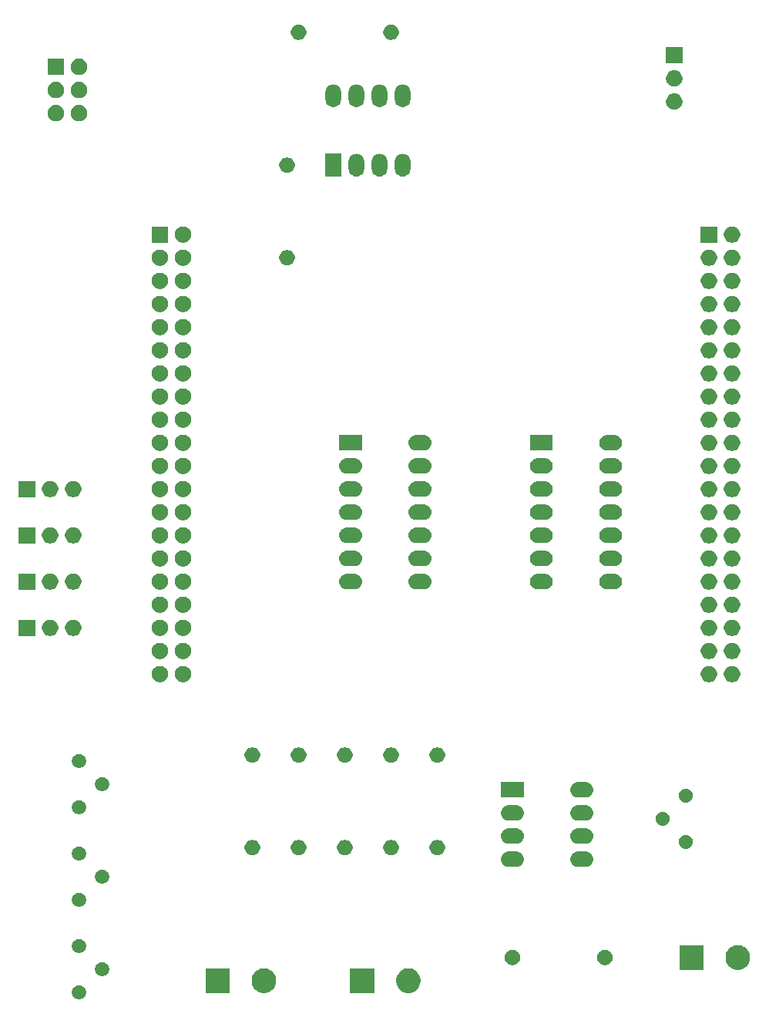
<source format=gbr>
%TF.GenerationSoftware,KiCad,Pcbnew,(5.1.6)-1*%
%TF.CreationDate,2021-11-21T11:26:52+01:00*%
%TF.ProjectId,carteDmx512,63617274-6544-46d7-9835-31322e6b6963,rev?*%
%TF.SameCoordinates,Original*%
%TF.FileFunction,Soldermask,Top*%
%TF.FilePolarity,Negative*%
%FSLAX46Y46*%
G04 Gerber Fmt 4.6, Leading zero omitted, Abs format (unit mm)*
G04 Created by KiCad (PCBNEW (5.1.6)-1) date 2021-11-21 11:26:52*
%MOMM*%
%LPD*%
G01*
G04 APERTURE LIST*
%ADD10C,0.100000*%
G04 APERTURE END LIST*
D10*
G36*
X196390013Y-156094727D02*
G01*
X196439601Y-156104590D01*
X196579732Y-156162635D01*
X196705847Y-156246902D01*
X196813098Y-156354153D01*
X196867502Y-156435575D01*
X196897366Y-156480270D01*
X196955410Y-156620400D01*
X196985000Y-156769160D01*
X196985000Y-156920840D01*
X196965273Y-157020013D01*
X196955410Y-157069601D01*
X196897365Y-157209732D01*
X196813098Y-157335847D01*
X196705847Y-157443098D01*
X196579732Y-157527365D01*
X196439601Y-157585410D01*
X196390013Y-157595273D01*
X196290840Y-157615000D01*
X196139160Y-157615000D01*
X196039987Y-157595273D01*
X195990399Y-157585410D01*
X195850268Y-157527365D01*
X195724153Y-157443098D01*
X195616902Y-157335847D01*
X195532635Y-157209732D01*
X195474590Y-157069601D01*
X195464727Y-157020013D01*
X195445000Y-156920840D01*
X195445000Y-156769160D01*
X195474590Y-156620400D01*
X195532634Y-156480270D01*
X195562498Y-156435575D01*
X195616902Y-156354153D01*
X195724153Y-156246902D01*
X195850268Y-156162635D01*
X195990399Y-156104590D01*
X196039987Y-156094727D01*
X196139160Y-156075000D01*
X196290840Y-156075000D01*
X196390013Y-156094727D01*
G37*
G36*
X232803779Y-154276879D02*
G01*
X233049463Y-154378645D01*
X233049465Y-154378646D01*
X233058974Y-154385000D01*
X233270574Y-154526386D01*
X233458614Y-154714426D01*
X233606355Y-154935537D01*
X233708121Y-155181221D01*
X233760000Y-155442035D01*
X233760000Y-155707965D01*
X233708121Y-155968779D01*
X233606355Y-156214463D01*
X233513018Y-156354153D01*
X233458613Y-156435575D01*
X233270575Y-156623613D01*
X233049465Y-156771354D01*
X233049464Y-156771355D01*
X233049463Y-156771355D01*
X232803779Y-156873121D01*
X232542965Y-156925000D01*
X232277035Y-156925000D01*
X232016221Y-156873121D01*
X231770537Y-156771355D01*
X231770536Y-156771355D01*
X231770535Y-156771354D01*
X231549425Y-156623613D01*
X231361387Y-156435575D01*
X231306983Y-156354153D01*
X231213645Y-156214463D01*
X231111879Y-155968779D01*
X231060000Y-155707965D01*
X231060000Y-155442035D01*
X231111879Y-155181221D01*
X231213645Y-154935537D01*
X231361386Y-154714426D01*
X231549426Y-154526386D01*
X231761026Y-154385000D01*
X231770535Y-154378646D01*
X231770537Y-154378645D01*
X232016221Y-154276879D01*
X232277035Y-154225000D01*
X232542965Y-154225000D01*
X232803779Y-154276879D01*
G37*
G36*
X216928779Y-154276879D02*
G01*
X217174463Y-154378645D01*
X217174465Y-154378646D01*
X217183974Y-154385000D01*
X217395574Y-154526386D01*
X217583614Y-154714426D01*
X217731355Y-154935537D01*
X217833121Y-155181221D01*
X217885000Y-155442035D01*
X217885000Y-155707965D01*
X217833121Y-155968779D01*
X217731355Y-156214463D01*
X217638018Y-156354153D01*
X217583613Y-156435575D01*
X217395575Y-156623613D01*
X217174465Y-156771354D01*
X217174464Y-156771355D01*
X217174463Y-156771355D01*
X216928779Y-156873121D01*
X216667965Y-156925000D01*
X216402035Y-156925000D01*
X216141221Y-156873121D01*
X215895537Y-156771355D01*
X215895536Y-156771355D01*
X215895535Y-156771354D01*
X215674425Y-156623613D01*
X215486387Y-156435575D01*
X215431983Y-156354153D01*
X215338645Y-156214463D01*
X215236879Y-155968779D01*
X215185000Y-155707965D01*
X215185000Y-155442035D01*
X215236879Y-155181221D01*
X215338645Y-154935537D01*
X215486386Y-154714426D01*
X215674426Y-154526386D01*
X215886026Y-154385000D01*
X215895535Y-154378646D01*
X215895537Y-154378645D01*
X216141221Y-154276879D01*
X216402035Y-154225000D01*
X216667965Y-154225000D01*
X216928779Y-154276879D01*
G37*
G36*
X228680000Y-156925000D02*
G01*
X225980000Y-156925000D01*
X225980000Y-154225000D01*
X228680000Y-154225000D01*
X228680000Y-156925000D01*
G37*
G36*
X212805000Y-156925000D02*
G01*
X210105000Y-156925000D01*
X210105000Y-154225000D01*
X212805000Y-154225000D01*
X212805000Y-156925000D01*
G37*
G36*
X198930013Y-153554727D02*
G01*
X198979601Y-153564590D01*
X199119732Y-153622635D01*
X199245847Y-153706902D01*
X199353098Y-153814153D01*
X199407502Y-153895575D01*
X199437366Y-153940270D01*
X199495410Y-154080400D01*
X199525000Y-154229160D01*
X199525000Y-154380840D01*
X199505273Y-154480013D01*
X199495410Y-154529601D01*
X199437365Y-154669732D01*
X199353098Y-154795847D01*
X199245847Y-154903098D01*
X199119732Y-154987365D01*
X198979601Y-155045410D01*
X198930013Y-155055273D01*
X198830840Y-155075000D01*
X198679160Y-155075000D01*
X198579987Y-155055273D01*
X198530399Y-155045410D01*
X198390268Y-154987365D01*
X198264153Y-154903098D01*
X198156902Y-154795847D01*
X198072635Y-154669732D01*
X198014590Y-154529601D01*
X198004727Y-154480013D01*
X197985000Y-154380840D01*
X197985000Y-154229160D01*
X198014590Y-154080400D01*
X198072634Y-153940270D01*
X198102498Y-153895575D01*
X198156902Y-153814153D01*
X198264153Y-153706902D01*
X198390268Y-153622635D01*
X198530399Y-153564590D01*
X198579987Y-153554727D01*
X198679160Y-153535000D01*
X198830840Y-153535000D01*
X198930013Y-153554727D01*
G37*
G36*
X264875000Y-154385000D02*
G01*
X262175000Y-154385000D01*
X262175000Y-151685000D01*
X264875000Y-151685000D01*
X264875000Y-154385000D01*
G37*
G36*
X268998779Y-151736879D02*
G01*
X269244463Y-151838645D01*
X269244465Y-151838646D01*
X269355769Y-151913017D01*
X269465574Y-151986386D01*
X269653614Y-152174426D01*
X269801355Y-152395537D01*
X269903121Y-152641221D01*
X269955000Y-152902035D01*
X269955000Y-153167965D01*
X269903121Y-153428779D01*
X269801355Y-153674463D01*
X269682505Y-153852336D01*
X269653613Y-153895575D01*
X269465575Y-154083613D01*
X269244465Y-154231354D01*
X269244464Y-154231355D01*
X269244463Y-154231355D01*
X268998779Y-154333121D01*
X268737965Y-154385000D01*
X268472035Y-154385000D01*
X268211221Y-154333121D01*
X267965537Y-154231355D01*
X267965536Y-154231355D01*
X267965535Y-154231354D01*
X267744425Y-154083613D01*
X267556387Y-153895575D01*
X267527496Y-153852336D01*
X267408645Y-153674463D01*
X267306879Y-153428779D01*
X267255000Y-153167965D01*
X267255000Y-152902035D01*
X267306879Y-152641221D01*
X267408645Y-152395537D01*
X267556386Y-152174426D01*
X267744426Y-151986386D01*
X267854231Y-151913017D01*
X267965535Y-151838646D01*
X267965537Y-151838645D01*
X268211221Y-151736879D01*
X268472035Y-151685000D01*
X268737965Y-151685000D01*
X268998779Y-151736879D01*
G37*
G36*
X254247935Y-152217664D02*
G01*
X254402624Y-152281739D01*
X254402626Y-152281740D01*
X254541844Y-152374762D01*
X254660238Y-152493156D01*
X254688197Y-152535000D01*
X254753261Y-152632376D01*
X254817336Y-152787065D01*
X254850000Y-152951281D01*
X254850000Y-153118719D01*
X254817336Y-153282935D01*
X254756925Y-153428779D01*
X254753260Y-153437626D01*
X254660238Y-153576844D01*
X254541844Y-153695238D01*
X254402626Y-153788260D01*
X254402625Y-153788261D01*
X254402624Y-153788261D01*
X254247935Y-153852336D01*
X254083719Y-153885000D01*
X253916281Y-153885000D01*
X253752065Y-153852336D01*
X253597376Y-153788261D01*
X253597375Y-153788261D01*
X253597374Y-153788260D01*
X253458156Y-153695238D01*
X253339762Y-153576844D01*
X253246740Y-153437626D01*
X253243075Y-153428779D01*
X253182664Y-153282935D01*
X253150000Y-153118719D01*
X253150000Y-152951281D01*
X253182664Y-152787065D01*
X253246739Y-152632376D01*
X253311803Y-152535000D01*
X253339762Y-152493156D01*
X253458156Y-152374762D01*
X253597374Y-152281740D01*
X253597376Y-152281739D01*
X253752065Y-152217664D01*
X253916281Y-152185000D01*
X254083719Y-152185000D01*
X254247935Y-152217664D01*
G37*
G36*
X244087935Y-152217664D02*
G01*
X244242624Y-152281739D01*
X244242626Y-152281740D01*
X244381844Y-152374762D01*
X244500238Y-152493156D01*
X244528197Y-152535000D01*
X244593261Y-152632376D01*
X244657336Y-152787065D01*
X244690000Y-152951281D01*
X244690000Y-153118719D01*
X244657336Y-153282935D01*
X244596925Y-153428779D01*
X244593260Y-153437626D01*
X244500238Y-153576844D01*
X244381844Y-153695238D01*
X244242626Y-153788260D01*
X244242625Y-153788261D01*
X244242624Y-153788261D01*
X244087935Y-153852336D01*
X243923719Y-153885000D01*
X243756281Y-153885000D01*
X243592065Y-153852336D01*
X243437376Y-153788261D01*
X243437375Y-153788261D01*
X243437374Y-153788260D01*
X243298156Y-153695238D01*
X243179762Y-153576844D01*
X243086740Y-153437626D01*
X243083075Y-153428779D01*
X243022664Y-153282935D01*
X242990000Y-153118719D01*
X242990000Y-152951281D01*
X243022664Y-152787065D01*
X243086739Y-152632376D01*
X243151803Y-152535000D01*
X243179762Y-152493156D01*
X243298156Y-152374762D01*
X243437374Y-152281740D01*
X243437376Y-152281739D01*
X243592065Y-152217664D01*
X243756281Y-152185000D01*
X243923719Y-152185000D01*
X244087935Y-152217664D01*
G37*
G36*
X196390013Y-151014727D02*
G01*
X196439601Y-151024590D01*
X196579732Y-151082635D01*
X196705847Y-151166902D01*
X196813098Y-151274153D01*
X196897365Y-151400268D01*
X196897366Y-151400270D01*
X196955410Y-151540400D01*
X196984173Y-151685000D01*
X196985000Y-151689162D01*
X196985000Y-151840838D01*
X196955410Y-151989601D01*
X196897365Y-152129732D01*
X196813098Y-152255847D01*
X196705847Y-152363098D01*
X196579732Y-152447365D01*
X196439601Y-152505410D01*
X196390013Y-152515273D01*
X196290840Y-152535000D01*
X196139160Y-152535000D01*
X196039987Y-152515273D01*
X195990399Y-152505410D01*
X195850268Y-152447365D01*
X195724153Y-152363098D01*
X195616902Y-152255847D01*
X195532635Y-152129732D01*
X195474590Y-151989601D01*
X195445000Y-151840838D01*
X195445000Y-151689162D01*
X195445828Y-151685000D01*
X195474590Y-151540400D01*
X195532634Y-151400270D01*
X195532635Y-151400268D01*
X195616902Y-151274153D01*
X195724153Y-151166902D01*
X195850268Y-151082635D01*
X195990399Y-151024590D01*
X196039987Y-151014727D01*
X196139160Y-150995000D01*
X196290840Y-150995000D01*
X196390013Y-151014727D01*
G37*
G36*
X196390013Y-145934727D02*
G01*
X196439601Y-145944590D01*
X196579732Y-146002635D01*
X196705847Y-146086902D01*
X196813098Y-146194153D01*
X196897365Y-146320268D01*
X196955410Y-146460399D01*
X196985000Y-146609162D01*
X196985000Y-146760838D01*
X196955410Y-146909601D01*
X196897365Y-147049732D01*
X196813098Y-147175847D01*
X196705847Y-147283098D01*
X196579732Y-147367365D01*
X196439601Y-147425410D01*
X196390013Y-147435273D01*
X196290840Y-147455000D01*
X196139160Y-147455000D01*
X196039987Y-147435273D01*
X195990399Y-147425410D01*
X195850268Y-147367365D01*
X195724153Y-147283098D01*
X195616902Y-147175847D01*
X195532635Y-147049732D01*
X195474590Y-146909601D01*
X195445000Y-146760838D01*
X195445000Y-146609162D01*
X195474590Y-146460399D01*
X195532635Y-146320268D01*
X195616902Y-146194153D01*
X195724153Y-146086902D01*
X195850268Y-146002635D01*
X195990399Y-145944590D01*
X196039987Y-145934727D01*
X196139160Y-145915000D01*
X196290840Y-145915000D01*
X196390013Y-145934727D01*
G37*
G36*
X198930013Y-143394727D02*
G01*
X198979601Y-143404590D01*
X199119732Y-143462635D01*
X199245847Y-143546902D01*
X199353098Y-143654153D01*
X199437365Y-143780268D01*
X199495410Y-143920399D01*
X199525000Y-144069162D01*
X199525000Y-144220838D01*
X199495410Y-144369601D01*
X199437365Y-144509732D01*
X199353098Y-144635847D01*
X199245847Y-144743098D01*
X199119732Y-144827365D01*
X198979601Y-144885410D01*
X198930013Y-144895273D01*
X198830840Y-144915000D01*
X198679160Y-144915000D01*
X198579987Y-144895273D01*
X198530399Y-144885410D01*
X198390268Y-144827365D01*
X198264153Y-144743098D01*
X198156902Y-144635847D01*
X198072635Y-144509732D01*
X198014590Y-144369601D01*
X197985000Y-144220838D01*
X197985000Y-144069162D01*
X198014590Y-143920399D01*
X198072635Y-143780268D01*
X198156902Y-143654153D01*
X198264153Y-143546902D01*
X198390268Y-143462635D01*
X198530399Y-143404590D01*
X198579987Y-143394727D01*
X198679160Y-143375000D01*
X198830840Y-143375000D01*
X198930013Y-143394727D01*
G37*
G36*
X252026627Y-141402299D02*
G01*
X252106742Y-141426601D01*
X252186855Y-141450903D01*
X252186857Y-141450904D01*
X252334518Y-141529831D01*
X252463949Y-141636051D01*
X252570169Y-141765482D01*
X252649096Y-141913143D01*
X252649097Y-141913145D01*
X252666262Y-141969732D01*
X252697701Y-142073373D01*
X252714112Y-142240000D01*
X252697701Y-142406627D01*
X252649096Y-142566857D01*
X252570169Y-142714518D01*
X252463949Y-142843949D01*
X252334518Y-142950169D01*
X252186857Y-143029096D01*
X252186855Y-143029097D01*
X252106742Y-143053399D01*
X252026627Y-143077701D01*
X251901752Y-143090000D01*
X251018248Y-143090000D01*
X250893373Y-143077701D01*
X250813258Y-143053399D01*
X250733145Y-143029097D01*
X250733143Y-143029096D01*
X250585482Y-142950169D01*
X250456051Y-142843949D01*
X250349831Y-142714518D01*
X250270904Y-142566857D01*
X250222299Y-142406627D01*
X250205888Y-142240000D01*
X250222299Y-142073373D01*
X250253738Y-141969732D01*
X250270903Y-141913145D01*
X250270904Y-141913143D01*
X250349831Y-141765482D01*
X250456051Y-141636051D01*
X250585482Y-141529831D01*
X250733143Y-141450904D01*
X250733145Y-141450903D01*
X250813258Y-141426602D01*
X250893373Y-141402299D01*
X251018248Y-141390000D01*
X251901752Y-141390000D01*
X252026627Y-141402299D01*
G37*
G36*
X244406627Y-141402299D02*
G01*
X244486742Y-141426601D01*
X244566855Y-141450903D01*
X244566857Y-141450904D01*
X244714518Y-141529831D01*
X244843949Y-141636051D01*
X244950169Y-141765482D01*
X245029096Y-141913143D01*
X245029097Y-141913145D01*
X245046262Y-141969732D01*
X245077701Y-142073373D01*
X245094112Y-142240000D01*
X245077701Y-142406627D01*
X245029096Y-142566857D01*
X244950169Y-142714518D01*
X244843949Y-142843949D01*
X244714518Y-142950169D01*
X244566857Y-143029096D01*
X244566855Y-143029097D01*
X244486742Y-143053399D01*
X244406627Y-143077701D01*
X244281752Y-143090000D01*
X243398248Y-143090000D01*
X243273373Y-143077701D01*
X243193258Y-143053399D01*
X243113145Y-143029097D01*
X243113143Y-143029096D01*
X242965482Y-142950169D01*
X242836051Y-142843949D01*
X242729831Y-142714518D01*
X242650904Y-142566857D01*
X242602299Y-142406627D01*
X242585888Y-142240000D01*
X242602299Y-142073373D01*
X242633738Y-141969732D01*
X242650903Y-141913145D01*
X242650904Y-141913143D01*
X242729831Y-141765482D01*
X242836051Y-141636051D01*
X242965482Y-141529831D01*
X243113143Y-141450904D01*
X243113145Y-141450903D01*
X243193258Y-141426602D01*
X243273373Y-141402299D01*
X243398248Y-141390000D01*
X244281752Y-141390000D01*
X244406627Y-141402299D01*
G37*
G36*
X196390013Y-140854727D02*
G01*
X196439601Y-140864590D01*
X196579732Y-140922635D01*
X196705847Y-141006902D01*
X196813098Y-141114153D01*
X196882443Y-141217936D01*
X196897366Y-141240270D01*
X196955410Y-141380400D01*
X196981556Y-141511844D01*
X196985000Y-141529162D01*
X196985000Y-141680838D01*
X196955410Y-141829601D01*
X196897365Y-141969732D01*
X196813098Y-142095847D01*
X196705847Y-142203098D01*
X196579732Y-142287365D01*
X196439601Y-142345410D01*
X196390013Y-142355273D01*
X196290840Y-142375000D01*
X196139160Y-142375000D01*
X196039987Y-142355273D01*
X195990399Y-142345410D01*
X195850268Y-142287365D01*
X195724153Y-142203098D01*
X195616902Y-142095847D01*
X195532635Y-141969732D01*
X195474590Y-141829601D01*
X195445000Y-141680838D01*
X195445000Y-141529162D01*
X195448445Y-141511844D01*
X195474590Y-141380400D01*
X195532634Y-141240270D01*
X195547557Y-141217936D01*
X195616902Y-141114153D01*
X195724153Y-141006902D01*
X195850268Y-140922635D01*
X195990399Y-140864590D01*
X196039987Y-140854727D01*
X196139160Y-140835000D01*
X196290840Y-140835000D01*
X196390013Y-140854727D01*
G37*
G36*
X235832935Y-140152664D02*
G01*
X235987624Y-140216739D01*
X235987626Y-140216740D01*
X236126844Y-140309762D01*
X236245238Y-140428156D01*
X236333066Y-140559601D01*
X236338261Y-140567376D01*
X236402336Y-140722065D01*
X236435000Y-140886281D01*
X236435000Y-141053719D01*
X236402336Y-141217935D01*
X236393085Y-141240268D01*
X236338260Y-141372626D01*
X236245238Y-141511844D01*
X236126844Y-141630238D01*
X235987626Y-141723260D01*
X235987625Y-141723261D01*
X235987624Y-141723261D01*
X235832935Y-141787336D01*
X235668719Y-141820000D01*
X235501281Y-141820000D01*
X235337065Y-141787336D01*
X235182376Y-141723261D01*
X235182375Y-141723261D01*
X235182374Y-141723260D01*
X235043156Y-141630238D01*
X234924762Y-141511844D01*
X234831740Y-141372626D01*
X234776915Y-141240268D01*
X234767664Y-141217935D01*
X234735000Y-141053719D01*
X234735000Y-140886281D01*
X234767664Y-140722065D01*
X234831739Y-140567376D01*
X234836934Y-140559601D01*
X234924762Y-140428156D01*
X235043156Y-140309762D01*
X235182374Y-140216740D01*
X235182376Y-140216739D01*
X235337065Y-140152664D01*
X235501281Y-140120000D01*
X235668719Y-140120000D01*
X235832935Y-140152664D01*
G37*
G36*
X215512935Y-140152664D02*
G01*
X215667624Y-140216739D01*
X215667626Y-140216740D01*
X215806844Y-140309762D01*
X215925238Y-140428156D01*
X216013066Y-140559601D01*
X216018261Y-140567376D01*
X216082336Y-140722065D01*
X216115000Y-140886281D01*
X216115000Y-141053719D01*
X216082336Y-141217935D01*
X216073085Y-141240268D01*
X216018260Y-141372626D01*
X215925238Y-141511844D01*
X215806844Y-141630238D01*
X215667626Y-141723260D01*
X215667625Y-141723261D01*
X215667624Y-141723261D01*
X215512935Y-141787336D01*
X215348719Y-141820000D01*
X215181281Y-141820000D01*
X215017065Y-141787336D01*
X214862376Y-141723261D01*
X214862375Y-141723261D01*
X214862374Y-141723260D01*
X214723156Y-141630238D01*
X214604762Y-141511844D01*
X214511740Y-141372626D01*
X214456915Y-141240268D01*
X214447664Y-141217935D01*
X214415000Y-141053719D01*
X214415000Y-140886281D01*
X214447664Y-140722065D01*
X214511739Y-140567376D01*
X214516934Y-140559601D01*
X214604762Y-140428156D01*
X214723156Y-140309762D01*
X214862374Y-140216740D01*
X214862376Y-140216739D01*
X215017065Y-140152664D01*
X215181281Y-140120000D01*
X215348719Y-140120000D01*
X215512935Y-140152664D01*
G37*
G36*
X230752935Y-140152664D02*
G01*
X230907624Y-140216739D01*
X230907626Y-140216740D01*
X231046844Y-140309762D01*
X231165238Y-140428156D01*
X231253066Y-140559601D01*
X231258261Y-140567376D01*
X231322336Y-140722065D01*
X231355000Y-140886281D01*
X231355000Y-141053719D01*
X231322336Y-141217935D01*
X231313085Y-141240268D01*
X231258260Y-141372626D01*
X231165238Y-141511844D01*
X231046844Y-141630238D01*
X230907626Y-141723260D01*
X230907625Y-141723261D01*
X230907624Y-141723261D01*
X230752935Y-141787336D01*
X230588719Y-141820000D01*
X230421281Y-141820000D01*
X230257065Y-141787336D01*
X230102376Y-141723261D01*
X230102375Y-141723261D01*
X230102374Y-141723260D01*
X229963156Y-141630238D01*
X229844762Y-141511844D01*
X229751740Y-141372626D01*
X229696915Y-141240268D01*
X229687664Y-141217935D01*
X229655000Y-141053719D01*
X229655000Y-140886281D01*
X229687664Y-140722065D01*
X229751739Y-140567376D01*
X229756934Y-140559601D01*
X229844762Y-140428156D01*
X229963156Y-140309762D01*
X230102374Y-140216740D01*
X230102376Y-140216739D01*
X230257065Y-140152664D01*
X230421281Y-140120000D01*
X230588719Y-140120000D01*
X230752935Y-140152664D01*
G37*
G36*
X225672935Y-140152664D02*
G01*
X225827624Y-140216739D01*
X225827626Y-140216740D01*
X225966844Y-140309762D01*
X226085238Y-140428156D01*
X226173066Y-140559601D01*
X226178261Y-140567376D01*
X226242336Y-140722065D01*
X226275000Y-140886281D01*
X226275000Y-141053719D01*
X226242336Y-141217935D01*
X226233085Y-141240268D01*
X226178260Y-141372626D01*
X226085238Y-141511844D01*
X225966844Y-141630238D01*
X225827626Y-141723260D01*
X225827625Y-141723261D01*
X225827624Y-141723261D01*
X225672935Y-141787336D01*
X225508719Y-141820000D01*
X225341281Y-141820000D01*
X225177065Y-141787336D01*
X225022376Y-141723261D01*
X225022375Y-141723261D01*
X225022374Y-141723260D01*
X224883156Y-141630238D01*
X224764762Y-141511844D01*
X224671740Y-141372626D01*
X224616915Y-141240268D01*
X224607664Y-141217935D01*
X224575000Y-141053719D01*
X224575000Y-140886281D01*
X224607664Y-140722065D01*
X224671739Y-140567376D01*
X224676934Y-140559601D01*
X224764762Y-140428156D01*
X224883156Y-140309762D01*
X225022374Y-140216740D01*
X225022376Y-140216739D01*
X225177065Y-140152664D01*
X225341281Y-140120000D01*
X225508719Y-140120000D01*
X225672935Y-140152664D01*
G37*
G36*
X220592935Y-140152664D02*
G01*
X220747624Y-140216739D01*
X220747626Y-140216740D01*
X220886844Y-140309762D01*
X221005238Y-140428156D01*
X221093066Y-140559601D01*
X221098261Y-140567376D01*
X221162336Y-140722065D01*
X221195000Y-140886281D01*
X221195000Y-141053719D01*
X221162336Y-141217935D01*
X221153085Y-141240268D01*
X221098260Y-141372626D01*
X221005238Y-141511844D01*
X220886844Y-141630238D01*
X220747626Y-141723260D01*
X220747625Y-141723261D01*
X220747624Y-141723261D01*
X220592935Y-141787336D01*
X220428719Y-141820000D01*
X220261281Y-141820000D01*
X220097065Y-141787336D01*
X219942376Y-141723261D01*
X219942375Y-141723261D01*
X219942374Y-141723260D01*
X219803156Y-141630238D01*
X219684762Y-141511844D01*
X219591740Y-141372626D01*
X219536915Y-141240268D01*
X219527664Y-141217935D01*
X219495000Y-141053719D01*
X219495000Y-140886281D01*
X219527664Y-140722065D01*
X219591739Y-140567376D01*
X219596934Y-140559601D01*
X219684762Y-140428156D01*
X219803156Y-140309762D01*
X219942374Y-140216740D01*
X219942376Y-140216739D01*
X220097065Y-140152664D01*
X220261281Y-140120000D01*
X220428719Y-140120000D01*
X220592935Y-140152664D01*
G37*
G36*
X263065013Y-139584727D02*
G01*
X263114601Y-139594590D01*
X263254732Y-139652635D01*
X263380847Y-139736902D01*
X263488098Y-139844153D01*
X263572365Y-139970268D01*
X263572366Y-139970270D01*
X263630410Y-140110400D01*
X263660000Y-140259160D01*
X263660000Y-140410840D01*
X263656555Y-140428157D01*
X263630410Y-140559601D01*
X263572365Y-140699732D01*
X263488098Y-140825847D01*
X263380847Y-140933098D01*
X263254732Y-141017365D01*
X263114601Y-141075410D01*
X263065013Y-141085273D01*
X262965840Y-141105000D01*
X262814160Y-141105000D01*
X262714987Y-141085273D01*
X262665399Y-141075410D01*
X262525268Y-141017365D01*
X262399153Y-140933098D01*
X262291902Y-140825847D01*
X262207635Y-140699732D01*
X262149590Y-140559601D01*
X262123445Y-140428157D01*
X262120000Y-140410840D01*
X262120000Y-140259160D01*
X262149590Y-140110400D01*
X262207634Y-139970270D01*
X262207635Y-139970268D01*
X262291902Y-139844153D01*
X262399153Y-139736902D01*
X262525268Y-139652635D01*
X262665399Y-139594590D01*
X262714987Y-139584727D01*
X262814160Y-139565000D01*
X262965840Y-139565000D01*
X263065013Y-139584727D01*
G37*
G36*
X244406627Y-138862299D02*
G01*
X244486742Y-138886601D01*
X244566855Y-138910903D01*
X244566857Y-138910904D01*
X244714518Y-138989831D01*
X244843949Y-139096051D01*
X244950169Y-139225482D01*
X245029096Y-139373143D01*
X245077701Y-139533373D01*
X245094112Y-139700000D01*
X245077701Y-139866627D01*
X245077700Y-139866629D01*
X245046262Y-139970270D01*
X245029096Y-140026857D01*
X244950169Y-140174518D01*
X244843949Y-140303949D01*
X244714518Y-140410169D01*
X244566857Y-140489096D01*
X244566855Y-140489097D01*
X244486742Y-140513399D01*
X244406627Y-140537701D01*
X244281752Y-140550000D01*
X243398248Y-140550000D01*
X243273373Y-140537701D01*
X243193258Y-140513399D01*
X243113145Y-140489097D01*
X243113143Y-140489096D01*
X242965482Y-140410169D01*
X242836051Y-140303949D01*
X242729831Y-140174518D01*
X242650904Y-140026857D01*
X242633739Y-139970270D01*
X242602300Y-139866629D01*
X242602299Y-139866627D01*
X242585888Y-139700000D01*
X242602299Y-139533373D01*
X242650904Y-139373143D01*
X242729831Y-139225482D01*
X242836051Y-139096051D01*
X242965482Y-138989831D01*
X243113143Y-138910904D01*
X243113145Y-138910903D01*
X243193258Y-138886602D01*
X243273373Y-138862299D01*
X243398248Y-138850000D01*
X244281752Y-138850000D01*
X244406627Y-138862299D01*
G37*
G36*
X252026627Y-138862299D02*
G01*
X252106742Y-138886601D01*
X252186855Y-138910903D01*
X252186857Y-138910904D01*
X252334518Y-138989831D01*
X252463949Y-139096051D01*
X252570169Y-139225482D01*
X252649096Y-139373143D01*
X252697701Y-139533373D01*
X252714112Y-139700000D01*
X252697701Y-139866627D01*
X252697700Y-139866629D01*
X252666262Y-139970270D01*
X252649096Y-140026857D01*
X252570169Y-140174518D01*
X252463949Y-140303949D01*
X252334518Y-140410169D01*
X252186857Y-140489096D01*
X252186855Y-140489097D01*
X252106742Y-140513399D01*
X252026627Y-140537701D01*
X251901752Y-140550000D01*
X251018248Y-140550000D01*
X250893373Y-140537701D01*
X250813258Y-140513399D01*
X250733145Y-140489097D01*
X250733143Y-140489096D01*
X250585482Y-140410169D01*
X250456051Y-140303949D01*
X250349831Y-140174518D01*
X250270904Y-140026857D01*
X250253739Y-139970270D01*
X250222300Y-139866629D01*
X250222299Y-139866627D01*
X250205888Y-139700000D01*
X250222299Y-139533373D01*
X250270904Y-139373143D01*
X250349831Y-139225482D01*
X250456051Y-139096051D01*
X250585482Y-138989831D01*
X250733143Y-138910904D01*
X250733145Y-138910903D01*
X250813258Y-138886602D01*
X250893373Y-138862299D01*
X251018248Y-138850000D01*
X251901752Y-138850000D01*
X252026627Y-138862299D01*
G37*
G36*
X260525013Y-137044727D02*
G01*
X260574601Y-137054590D01*
X260714732Y-137112635D01*
X260840847Y-137196902D01*
X260948098Y-137304153D01*
X261032365Y-137430268D01*
X261090410Y-137570399D01*
X261120000Y-137719162D01*
X261120000Y-137870838D01*
X261090410Y-138019601D01*
X261032365Y-138159732D01*
X260948098Y-138285847D01*
X260840847Y-138393098D01*
X260714732Y-138477365D01*
X260574601Y-138535410D01*
X260525013Y-138545273D01*
X260425840Y-138565000D01*
X260274160Y-138565000D01*
X260174987Y-138545273D01*
X260125399Y-138535410D01*
X259985268Y-138477365D01*
X259859153Y-138393098D01*
X259751902Y-138285847D01*
X259667635Y-138159732D01*
X259609590Y-138019601D01*
X259580000Y-137870838D01*
X259580000Y-137719162D01*
X259609590Y-137570399D01*
X259667635Y-137430268D01*
X259751902Y-137304153D01*
X259859153Y-137196902D01*
X259985268Y-137112635D01*
X260125399Y-137054590D01*
X260174987Y-137044727D01*
X260274160Y-137025000D01*
X260425840Y-137025000D01*
X260525013Y-137044727D01*
G37*
G36*
X252026627Y-136322299D02*
G01*
X252106742Y-136346601D01*
X252186855Y-136370903D01*
X252186857Y-136370904D01*
X252334518Y-136449831D01*
X252463949Y-136556051D01*
X252570169Y-136685482D01*
X252649096Y-136833143D01*
X252649097Y-136833145D01*
X252666262Y-136889732D01*
X252697701Y-136993373D01*
X252714112Y-137160000D01*
X252697701Y-137326627D01*
X252697700Y-137326629D01*
X252666262Y-137430270D01*
X252649096Y-137486857D01*
X252570169Y-137634518D01*
X252463949Y-137763949D01*
X252334518Y-137870169D01*
X252186857Y-137949096D01*
X252186855Y-137949097D01*
X252106742Y-137973399D01*
X252026627Y-137997701D01*
X251901752Y-138010000D01*
X251018248Y-138010000D01*
X250893373Y-137997701D01*
X250813258Y-137973398D01*
X250733145Y-137949097D01*
X250733143Y-137949096D01*
X250585482Y-137870169D01*
X250456051Y-137763949D01*
X250349831Y-137634518D01*
X250270904Y-137486857D01*
X250253739Y-137430270D01*
X250222300Y-137326629D01*
X250222299Y-137326627D01*
X250205888Y-137160000D01*
X250222299Y-136993373D01*
X250253738Y-136889732D01*
X250270903Y-136833145D01*
X250270904Y-136833143D01*
X250349831Y-136685482D01*
X250456051Y-136556051D01*
X250585482Y-136449831D01*
X250733143Y-136370904D01*
X250733145Y-136370903D01*
X250813258Y-136346601D01*
X250893373Y-136322299D01*
X251018248Y-136310000D01*
X251901752Y-136310000D01*
X252026627Y-136322299D01*
G37*
G36*
X244406627Y-136322299D02*
G01*
X244486742Y-136346601D01*
X244566855Y-136370903D01*
X244566857Y-136370904D01*
X244714518Y-136449831D01*
X244843949Y-136556051D01*
X244950169Y-136685482D01*
X245029096Y-136833143D01*
X245029097Y-136833145D01*
X245046262Y-136889732D01*
X245077701Y-136993373D01*
X245094112Y-137160000D01*
X245077701Y-137326627D01*
X245077700Y-137326629D01*
X245046262Y-137430270D01*
X245029096Y-137486857D01*
X244950169Y-137634518D01*
X244843949Y-137763949D01*
X244714518Y-137870169D01*
X244566857Y-137949096D01*
X244566855Y-137949097D01*
X244486742Y-137973399D01*
X244406627Y-137997701D01*
X244281752Y-138010000D01*
X243398248Y-138010000D01*
X243273373Y-137997701D01*
X243193258Y-137973398D01*
X243113145Y-137949097D01*
X243113143Y-137949096D01*
X242965482Y-137870169D01*
X242836051Y-137763949D01*
X242729831Y-137634518D01*
X242650904Y-137486857D01*
X242633739Y-137430270D01*
X242602300Y-137326629D01*
X242602299Y-137326627D01*
X242585888Y-137160000D01*
X242602299Y-136993373D01*
X242633738Y-136889732D01*
X242650903Y-136833145D01*
X242650904Y-136833143D01*
X242729831Y-136685482D01*
X242836051Y-136556051D01*
X242965482Y-136449831D01*
X243113143Y-136370904D01*
X243113145Y-136370903D01*
X243193258Y-136346601D01*
X243273373Y-136322299D01*
X243398248Y-136310000D01*
X244281752Y-136310000D01*
X244406627Y-136322299D01*
G37*
G36*
X196390013Y-135774727D02*
G01*
X196439601Y-135784590D01*
X196579732Y-135842635D01*
X196705847Y-135926902D01*
X196813098Y-136034153D01*
X196897365Y-136160268D01*
X196955410Y-136300399D01*
X196985000Y-136449162D01*
X196985000Y-136600838D01*
X196955410Y-136749601D01*
X196897365Y-136889732D01*
X196813098Y-137015847D01*
X196705847Y-137123098D01*
X196579732Y-137207365D01*
X196439601Y-137265410D01*
X196390013Y-137275273D01*
X196290840Y-137295000D01*
X196139160Y-137295000D01*
X196039987Y-137275273D01*
X195990399Y-137265410D01*
X195850268Y-137207365D01*
X195724153Y-137123098D01*
X195616902Y-137015847D01*
X195532635Y-136889732D01*
X195474590Y-136749601D01*
X195445000Y-136600838D01*
X195445000Y-136449162D01*
X195474590Y-136300399D01*
X195532635Y-136160268D01*
X195616902Y-136034153D01*
X195724153Y-135926902D01*
X195850268Y-135842635D01*
X195990399Y-135784590D01*
X196039987Y-135774727D01*
X196139160Y-135755000D01*
X196290840Y-135755000D01*
X196390013Y-135774727D01*
G37*
G36*
X263065013Y-134504727D02*
G01*
X263114601Y-134514590D01*
X263254732Y-134572635D01*
X263380847Y-134656902D01*
X263488098Y-134764153D01*
X263572365Y-134890268D01*
X263630410Y-135030399D01*
X263660000Y-135179162D01*
X263660000Y-135330838D01*
X263630410Y-135479601D01*
X263572365Y-135619732D01*
X263488098Y-135745847D01*
X263380847Y-135853098D01*
X263254732Y-135937365D01*
X263114601Y-135995410D01*
X263065013Y-136005273D01*
X262965840Y-136025000D01*
X262814160Y-136025000D01*
X262714987Y-136005273D01*
X262665399Y-135995410D01*
X262525268Y-135937365D01*
X262399153Y-135853098D01*
X262291902Y-135745847D01*
X262207635Y-135619732D01*
X262149590Y-135479601D01*
X262120000Y-135330838D01*
X262120000Y-135179162D01*
X262149590Y-135030399D01*
X262207635Y-134890268D01*
X262291902Y-134764153D01*
X262399153Y-134656902D01*
X262525268Y-134572635D01*
X262665399Y-134514590D01*
X262714987Y-134504727D01*
X262814160Y-134485000D01*
X262965840Y-134485000D01*
X263065013Y-134504727D01*
G37*
G36*
X245090000Y-135470000D02*
G01*
X242590000Y-135470000D01*
X242590000Y-133770000D01*
X245090000Y-133770000D01*
X245090000Y-135470000D01*
G37*
G36*
X252026627Y-133782299D02*
G01*
X252106742Y-133806602D01*
X252186855Y-133830903D01*
X252186857Y-133830904D01*
X252334518Y-133909831D01*
X252463949Y-134016051D01*
X252570169Y-134145482D01*
X252649096Y-134293143D01*
X252649097Y-134293145D01*
X252666262Y-134349732D01*
X252697701Y-134453373D01*
X252714112Y-134620000D01*
X252697701Y-134786627D01*
X252697700Y-134786629D01*
X252666262Y-134890270D01*
X252649096Y-134946857D01*
X252570169Y-135094518D01*
X252463949Y-135223949D01*
X252334518Y-135330169D01*
X252186857Y-135409096D01*
X252186855Y-135409097D01*
X252106742Y-135433399D01*
X252026627Y-135457701D01*
X251901752Y-135470000D01*
X251018248Y-135470000D01*
X250893373Y-135457701D01*
X250813258Y-135433398D01*
X250733145Y-135409097D01*
X250733143Y-135409096D01*
X250585482Y-135330169D01*
X250456051Y-135223949D01*
X250349831Y-135094518D01*
X250270904Y-134946857D01*
X250253739Y-134890270D01*
X250222300Y-134786629D01*
X250222299Y-134786627D01*
X250205888Y-134620000D01*
X250222299Y-134453373D01*
X250253738Y-134349732D01*
X250270903Y-134293145D01*
X250270904Y-134293143D01*
X250349831Y-134145482D01*
X250456051Y-134016051D01*
X250585482Y-133909831D01*
X250733143Y-133830904D01*
X250733145Y-133830903D01*
X250813258Y-133806602D01*
X250893373Y-133782299D01*
X251018248Y-133770000D01*
X251901752Y-133770000D01*
X252026627Y-133782299D01*
G37*
G36*
X198930013Y-133234727D02*
G01*
X198979601Y-133244590D01*
X199119732Y-133302635D01*
X199245847Y-133386902D01*
X199353098Y-133494153D01*
X199437365Y-133620268D01*
X199495410Y-133760399D01*
X199525000Y-133909162D01*
X199525000Y-134060838D01*
X199495410Y-134209601D01*
X199437365Y-134349732D01*
X199353098Y-134475847D01*
X199245847Y-134583098D01*
X199119732Y-134667365D01*
X198979601Y-134725410D01*
X198930013Y-134735273D01*
X198830840Y-134755000D01*
X198679160Y-134755000D01*
X198579987Y-134735273D01*
X198530399Y-134725410D01*
X198390268Y-134667365D01*
X198264153Y-134583098D01*
X198156902Y-134475847D01*
X198072635Y-134349732D01*
X198014590Y-134209601D01*
X197985000Y-134060838D01*
X197985000Y-133909162D01*
X198014590Y-133760399D01*
X198072635Y-133620268D01*
X198156902Y-133494153D01*
X198264153Y-133386902D01*
X198390268Y-133302635D01*
X198530399Y-133244590D01*
X198579987Y-133234727D01*
X198679160Y-133215000D01*
X198830840Y-133215000D01*
X198930013Y-133234727D01*
G37*
G36*
X196390013Y-130694727D02*
G01*
X196439601Y-130704590D01*
X196579732Y-130762635D01*
X196705847Y-130846902D01*
X196813098Y-130954153D01*
X196882443Y-131057936D01*
X196897366Y-131080270D01*
X196955410Y-131220400D01*
X196981556Y-131351844D01*
X196985000Y-131369162D01*
X196985000Y-131520838D01*
X196955410Y-131669601D01*
X196897365Y-131809732D01*
X196813098Y-131935847D01*
X196705847Y-132043098D01*
X196579732Y-132127365D01*
X196439601Y-132185410D01*
X196390013Y-132195273D01*
X196290840Y-132215000D01*
X196139160Y-132215000D01*
X196039987Y-132195273D01*
X195990399Y-132185410D01*
X195850268Y-132127365D01*
X195724153Y-132043098D01*
X195616902Y-131935847D01*
X195532635Y-131809732D01*
X195474590Y-131669601D01*
X195445000Y-131520838D01*
X195445000Y-131369162D01*
X195448445Y-131351844D01*
X195474590Y-131220400D01*
X195532634Y-131080270D01*
X195547557Y-131057936D01*
X195616902Y-130954153D01*
X195724153Y-130846902D01*
X195850268Y-130762635D01*
X195990399Y-130704590D01*
X196039987Y-130694727D01*
X196139160Y-130675000D01*
X196290840Y-130675000D01*
X196390013Y-130694727D01*
G37*
G36*
X230752935Y-129992664D02*
G01*
X230907624Y-130056739D01*
X230907626Y-130056740D01*
X231046844Y-130149762D01*
X231165238Y-130268156D01*
X231258260Y-130407374D01*
X231258261Y-130407376D01*
X231322336Y-130562065D01*
X231355000Y-130726281D01*
X231355000Y-130893719D01*
X231322336Y-131057935D01*
X231313085Y-131080268D01*
X231258260Y-131212626D01*
X231165238Y-131351844D01*
X231046844Y-131470238D01*
X230907626Y-131563260D01*
X230907625Y-131563261D01*
X230907624Y-131563261D01*
X230752935Y-131627336D01*
X230588719Y-131660000D01*
X230421281Y-131660000D01*
X230257065Y-131627336D01*
X230102376Y-131563261D01*
X230102375Y-131563261D01*
X230102374Y-131563260D01*
X229963156Y-131470238D01*
X229844762Y-131351844D01*
X229751740Y-131212626D01*
X229696915Y-131080268D01*
X229687664Y-131057935D01*
X229655000Y-130893719D01*
X229655000Y-130726281D01*
X229687664Y-130562065D01*
X229751739Y-130407376D01*
X229751740Y-130407374D01*
X229844762Y-130268156D01*
X229963156Y-130149762D01*
X230102374Y-130056740D01*
X230102376Y-130056739D01*
X230257065Y-129992664D01*
X230421281Y-129960000D01*
X230588719Y-129960000D01*
X230752935Y-129992664D01*
G37*
G36*
X225672935Y-129992664D02*
G01*
X225827624Y-130056739D01*
X225827626Y-130056740D01*
X225966844Y-130149762D01*
X226085238Y-130268156D01*
X226178260Y-130407374D01*
X226178261Y-130407376D01*
X226242336Y-130562065D01*
X226275000Y-130726281D01*
X226275000Y-130893719D01*
X226242336Y-131057935D01*
X226233085Y-131080268D01*
X226178260Y-131212626D01*
X226085238Y-131351844D01*
X225966844Y-131470238D01*
X225827626Y-131563260D01*
X225827625Y-131563261D01*
X225827624Y-131563261D01*
X225672935Y-131627336D01*
X225508719Y-131660000D01*
X225341281Y-131660000D01*
X225177065Y-131627336D01*
X225022376Y-131563261D01*
X225022375Y-131563261D01*
X225022374Y-131563260D01*
X224883156Y-131470238D01*
X224764762Y-131351844D01*
X224671740Y-131212626D01*
X224616915Y-131080268D01*
X224607664Y-131057935D01*
X224575000Y-130893719D01*
X224575000Y-130726281D01*
X224607664Y-130562065D01*
X224671739Y-130407376D01*
X224671740Y-130407374D01*
X224764762Y-130268156D01*
X224883156Y-130149762D01*
X225022374Y-130056740D01*
X225022376Y-130056739D01*
X225177065Y-129992664D01*
X225341281Y-129960000D01*
X225508719Y-129960000D01*
X225672935Y-129992664D01*
G37*
G36*
X220592935Y-129992664D02*
G01*
X220747624Y-130056739D01*
X220747626Y-130056740D01*
X220886844Y-130149762D01*
X221005238Y-130268156D01*
X221098260Y-130407374D01*
X221098261Y-130407376D01*
X221162336Y-130562065D01*
X221195000Y-130726281D01*
X221195000Y-130893719D01*
X221162336Y-131057935D01*
X221153085Y-131080268D01*
X221098260Y-131212626D01*
X221005238Y-131351844D01*
X220886844Y-131470238D01*
X220747626Y-131563260D01*
X220747625Y-131563261D01*
X220747624Y-131563261D01*
X220592935Y-131627336D01*
X220428719Y-131660000D01*
X220261281Y-131660000D01*
X220097065Y-131627336D01*
X219942376Y-131563261D01*
X219942375Y-131563261D01*
X219942374Y-131563260D01*
X219803156Y-131470238D01*
X219684762Y-131351844D01*
X219591740Y-131212626D01*
X219536915Y-131080268D01*
X219527664Y-131057935D01*
X219495000Y-130893719D01*
X219495000Y-130726281D01*
X219527664Y-130562065D01*
X219591739Y-130407376D01*
X219591740Y-130407374D01*
X219684762Y-130268156D01*
X219803156Y-130149762D01*
X219942374Y-130056740D01*
X219942376Y-130056739D01*
X220097065Y-129992664D01*
X220261281Y-129960000D01*
X220428719Y-129960000D01*
X220592935Y-129992664D01*
G37*
G36*
X215512935Y-129992664D02*
G01*
X215667624Y-130056739D01*
X215667626Y-130056740D01*
X215806844Y-130149762D01*
X215925238Y-130268156D01*
X216018260Y-130407374D01*
X216018261Y-130407376D01*
X216082336Y-130562065D01*
X216115000Y-130726281D01*
X216115000Y-130893719D01*
X216082336Y-131057935D01*
X216073085Y-131080268D01*
X216018260Y-131212626D01*
X215925238Y-131351844D01*
X215806844Y-131470238D01*
X215667626Y-131563260D01*
X215667625Y-131563261D01*
X215667624Y-131563261D01*
X215512935Y-131627336D01*
X215348719Y-131660000D01*
X215181281Y-131660000D01*
X215017065Y-131627336D01*
X214862376Y-131563261D01*
X214862375Y-131563261D01*
X214862374Y-131563260D01*
X214723156Y-131470238D01*
X214604762Y-131351844D01*
X214511740Y-131212626D01*
X214456915Y-131080268D01*
X214447664Y-131057935D01*
X214415000Y-130893719D01*
X214415000Y-130726281D01*
X214447664Y-130562065D01*
X214511739Y-130407376D01*
X214511740Y-130407374D01*
X214604762Y-130268156D01*
X214723156Y-130149762D01*
X214862374Y-130056740D01*
X214862376Y-130056739D01*
X215017065Y-129992664D01*
X215181281Y-129960000D01*
X215348719Y-129960000D01*
X215512935Y-129992664D01*
G37*
G36*
X235832935Y-129992664D02*
G01*
X235987624Y-130056739D01*
X235987626Y-130056740D01*
X236126844Y-130149762D01*
X236245238Y-130268156D01*
X236338260Y-130407374D01*
X236338261Y-130407376D01*
X236402336Y-130562065D01*
X236435000Y-130726281D01*
X236435000Y-130893719D01*
X236402336Y-131057935D01*
X236393085Y-131080268D01*
X236338260Y-131212626D01*
X236245238Y-131351844D01*
X236126844Y-131470238D01*
X235987626Y-131563260D01*
X235987625Y-131563261D01*
X235987624Y-131563261D01*
X235832935Y-131627336D01*
X235668719Y-131660000D01*
X235501281Y-131660000D01*
X235337065Y-131627336D01*
X235182376Y-131563261D01*
X235182375Y-131563261D01*
X235182374Y-131563260D01*
X235043156Y-131470238D01*
X234924762Y-131351844D01*
X234831740Y-131212626D01*
X234776915Y-131080268D01*
X234767664Y-131057935D01*
X234735000Y-130893719D01*
X234735000Y-130726281D01*
X234767664Y-130562065D01*
X234831739Y-130407376D01*
X234831740Y-130407374D01*
X234924762Y-130268156D01*
X235043156Y-130149762D01*
X235182374Y-130056740D01*
X235182376Y-130056739D01*
X235337065Y-129992664D01*
X235501281Y-129960000D01*
X235668719Y-129960000D01*
X235832935Y-129992664D01*
G37*
G36*
X265692520Y-121054586D02*
G01*
X265856310Y-121122430D01*
X266003717Y-121220924D01*
X266129076Y-121346283D01*
X266227570Y-121493690D01*
X266295414Y-121657480D01*
X266330000Y-121831358D01*
X266330000Y-122008642D01*
X266295414Y-122182520D01*
X266227570Y-122346310D01*
X266129076Y-122493717D01*
X266003717Y-122619076D01*
X265856310Y-122717570D01*
X265856309Y-122717571D01*
X265856308Y-122717571D01*
X265692520Y-122785414D01*
X265518644Y-122820000D01*
X265341356Y-122820000D01*
X265167480Y-122785414D01*
X265003692Y-122717571D01*
X265003691Y-122717571D01*
X265003690Y-122717570D01*
X264856283Y-122619076D01*
X264730924Y-122493717D01*
X264632430Y-122346310D01*
X264564586Y-122182520D01*
X264530000Y-122008642D01*
X264530000Y-121831358D01*
X264564586Y-121657480D01*
X264632430Y-121493690D01*
X264730924Y-121346283D01*
X264856283Y-121220924D01*
X265003690Y-121122430D01*
X265167480Y-121054586D01*
X265341356Y-121020000D01*
X265518644Y-121020000D01*
X265692520Y-121054586D01*
G37*
G36*
X205367520Y-121054586D02*
G01*
X205531310Y-121122430D01*
X205678717Y-121220924D01*
X205804076Y-121346283D01*
X205902570Y-121493690D01*
X205970414Y-121657480D01*
X206005000Y-121831358D01*
X206005000Y-122008642D01*
X205970414Y-122182520D01*
X205902570Y-122346310D01*
X205804076Y-122493717D01*
X205678717Y-122619076D01*
X205531310Y-122717570D01*
X205531309Y-122717571D01*
X205531308Y-122717571D01*
X205367520Y-122785414D01*
X205193644Y-122820000D01*
X205016356Y-122820000D01*
X204842480Y-122785414D01*
X204678692Y-122717571D01*
X204678691Y-122717571D01*
X204678690Y-122717570D01*
X204531283Y-122619076D01*
X204405924Y-122493717D01*
X204307430Y-122346310D01*
X204239586Y-122182520D01*
X204205000Y-122008642D01*
X204205000Y-121831358D01*
X204239586Y-121657480D01*
X204307430Y-121493690D01*
X204405924Y-121346283D01*
X204531283Y-121220924D01*
X204678690Y-121122430D01*
X204842480Y-121054586D01*
X205016356Y-121020000D01*
X205193644Y-121020000D01*
X205367520Y-121054586D01*
G37*
G36*
X207907520Y-121054586D02*
G01*
X208071310Y-121122430D01*
X208218717Y-121220924D01*
X208344076Y-121346283D01*
X208442570Y-121493690D01*
X208510414Y-121657480D01*
X208545000Y-121831358D01*
X208545000Y-122008642D01*
X208510414Y-122182520D01*
X208442570Y-122346310D01*
X208344076Y-122493717D01*
X208218717Y-122619076D01*
X208071310Y-122717570D01*
X208071309Y-122717571D01*
X208071308Y-122717571D01*
X207907520Y-122785414D01*
X207733644Y-122820000D01*
X207556356Y-122820000D01*
X207382480Y-122785414D01*
X207218692Y-122717571D01*
X207218691Y-122717571D01*
X207218690Y-122717570D01*
X207071283Y-122619076D01*
X206945924Y-122493717D01*
X206847430Y-122346310D01*
X206779586Y-122182520D01*
X206745000Y-122008642D01*
X206745000Y-121831358D01*
X206779586Y-121657480D01*
X206847430Y-121493690D01*
X206945924Y-121346283D01*
X207071283Y-121220924D01*
X207218690Y-121122430D01*
X207382480Y-121054586D01*
X207556356Y-121020000D01*
X207733644Y-121020000D01*
X207907520Y-121054586D01*
G37*
G36*
X268232520Y-121054586D02*
G01*
X268396310Y-121122430D01*
X268543717Y-121220924D01*
X268669076Y-121346283D01*
X268767570Y-121493690D01*
X268835414Y-121657480D01*
X268870000Y-121831358D01*
X268870000Y-122008642D01*
X268835414Y-122182520D01*
X268767570Y-122346310D01*
X268669076Y-122493717D01*
X268543717Y-122619076D01*
X268396310Y-122717570D01*
X268396309Y-122717571D01*
X268396308Y-122717571D01*
X268232520Y-122785414D01*
X268058644Y-122820000D01*
X267881356Y-122820000D01*
X267707480Y-122785414D01*
X267543692Y-122717571D01*
X267543691Y-122717571D01*
X267543690Y-122717570D01*
X267396283Y-122619076D01*
X267270924Y-122493717D01*
X267172430Y-122346310D01*
X267104586Y-122182520D01*
X267070000Y-122008642D01*
X267070000Y-121831358D01*
X267104586Y-121657480D01*
X267172430Y-121493690D01*
X267270924Y-121346283D01*
X267396283Y-121220924D01*
X267543690Y-121122430D01*
X267707480Y-121054586D01*
X267881356Y-121020000D01*
X268058644Y-121020000D01*
X268232520Y-121054586D01*
G37*
G36*
X265692520Y-118514586D02*
G01*
X265856310Y-118582430D01*
X266003717Y-118680924D01*
X266129076Y-118806283D01*
X266227570Y-118953690D01*
X266295414Y-119117480D01*
X266330000Y-119291358D01*
X266330000Y-119468642D01*
X266295414Y-119642520D01*
X266227570Y-119806310D01*
X266129076Y-119953717D01*
X266003717Y-120079076D01*
X265856310Y-120177570D01*
X265856309Y-120177571D01*
X265856308Y-120177571D01*
X265692520Y-120245414D01*
X265518644Y-120280000D01*
X265341356Y-120280000D01*
X265167480Y-120245414D01*
X265003692Y-120177571D01*
X265003691Y-120177571D01*
X265003690Y-120177570D01*
X264856283Y-120079076D01*
X264730924Y-119953717D01*
X264632430Y-119806310D01*
X264564586Y-119642520D01*
X264530000Y-119468642D01*
X264530000Y-119291358D01*
X264564586Y-119117480D01*
X264632430Y-118953690D01*
X264730924Y-118806283D01*
X264856283Y-118680924D01*
X265003690Y-118582430D01*
X265167480Y-118514586D01*
X265341356Y-118480000D01*
X265518644Y-118480000D01*
X265692520Y-118514586D01*
G37*
G36*
X268232520Y-118514586D02*
G01*
X268396310Y-118582430D01*
X268543717Y-118680924D01*
X268669076Y-118806283D01*
X268767570Y-118953690D01*
X268835414Y-119117480D01*
X268870000Y-119291358D01*
X268870000Y-119468642D01*
X268835414Y-119642520D01*
X268767570Y-119806310D01*
X268669076Y-119953717D01*
X268543717Y-120079076D01*
X268396310Y-120177570D01*
X268396309Y-120177571D01*
X268396308Y-120177571D01*
X268232520Y-120245414D01*
X268058644Y-120280000D01*
X267881356Y-120280000D01*
X267707480Y-120245414D01*
X267543692Y-120177571D01*
X267543691Y-120177571D01*
X267543690Y-120177570D01*
X267396283Y-120079076D01*
X267270924Y-119953717D01*
X267172430Y-119806310D01*
X267104586Y-119642520D01*
X267070000Y-119468642D01*
X267070000Y-119291358D01*
X267104586Y-119117480D01*
X267172430Y-118953690D01*
X267270924Y-118806283D01*
X267396283Y-118680924D01*
X267543690Y-118582430D01*
X267707480Y-118514586D01*
X267881356Y-118480000D01*
X268058644Y-118480000D01*
X268232520Y-118514586D01*
G37*
G36*
X207907520Y-118514586D02*
G01*
X208071310Y-118582430D01*
X208218717Y-118680924D01*
X208344076Y-118806283D01*
X208442570Y-118953690D01*
X208510414Y-119117480D01*
X208545000Y-119291358D01*
X208545000Y-119468642D01*
X208510414Y-119642520D01*
X208442570Y-119806310D01*
X208344076Y-119953717D01*
X208218717Y-120079076D01*
X208071310Y-120177570D01*
X208071309Y-120177571D01*
X208071308Y-120177571D01*
X207907520Y-120245414D01*
X207733644Y-120280000D01*
X207556356Y-120280000D01*
X207382480Y-120245414D01*
X207218692Y-120177571D01*
X207218691Y-120177571D01*
X207218690Y-120177570D01*
X207071283Y-120079076D01*
X206945924Y-119953717D01*
X206847430Y-119806310D01*
X206779586Y-119642520D01*
X206745000Y-119468642D01*
X206745000Y-119291358D01*
X206779586Y-119117480D01*
X206847430Y-118953690D01*
X206945924Y-118806283D01*
X207071283Y-118680924D01*
X207218690Y-118582430D01*
X207382480Y-118514586D01*
X207556356Y-118480000D01*
X207733644Y-118480000D01*
X207907520Y-118514586D01*
G37*
G36*
X205367520Y-118514586D02*
G01*
X205531310Y-118582430D01*
X205678717Y-118680924D01*
X205804076Y-118806283D01*
X205902570Y-118953690D01*
X205970414Y-119117480D01*
X206005000Y-119291358D01*
X206005000Y-119468642D01*
X205970414Y-119642520D01*
X205902570Y-119806310D01*
X205804076Y-119953717D01*
X205678717Y-120079076D01*
X205531310Y-120177570D01*
X205531309Y-120177571D01*
X205531308Y-120177571D01*
X205367520Y-120245414D01*
X205193644Y-120280000D01*
X205016356Y-120280000D01*
X204842480Y-120245414D01*
X204678692Y-120177571D01*
X204678691Y-120177571D01*
X204678690Y-120177570D01*
X204531283Y-120079076D01*
X204405924Y-119953717D01*
X204307430Y-119806310D01*
X204239586Y-119642520D01*
X204205000Y-119468642D01*
X204205000Y-119291358D01*
X204239586Y-119117480D01*
X204307430Y-118953690D01*
X204405924Y-118806283D01*
X204531283Y-118680924D01*
X204678690Y-118582430D01*
X204842480Y-118514586D01*
X205016356Y-118480000D01*
X205193644Y-118480000D01*
X205367520Y-118514586D01*
G37*
G36*
X195842520Y-115974586D02*
G01*
X196006310Y-116042430D01*
X196153717Y-116140924D01*
X196279076Y-116266283D01*
X196377570Y-116413690D01*
X196445414Y-116577480D01*
X196480000Y-116751358D01*
X196480000Y-116928642D01*
X196445414Y-117102520D01*
X196377570Y-117266310D01*
X196279076Y-117413717D01*
X196153717Y-117539076D01*
X196006310Y-117637570D01*
X196006309Y-117637571D01*
X196006308Y-117637571D01*
X195842520Y-117705414D01*
X195668644Y-117740000D01*
X195491356Y-117740000D01*
X195317480Y-117705414D01*
X195153692Y-117637571D01*
X195153691Y-117637571D01*
X195153690Y-117637570D01*
X195006283Y-117539076D01*
X194880924Y-117413717D01*
X194782430Y-117266310D01*
X194714586Y-117102520D01*
X194680000Y-116928642D01*
X194680000Y-116751358D01*
X194714586Y-116577480D01*
X194782430Y-116413690D01*
X194880924Y-116266283D01*
X195006283Y-116140924D01*
X195153690Y-116042430D01*
X195317480Y-115974586D01*
X195491356Y-115940000D01*
X195668644Y-115940000D01*
X195842520Y-115974586D01*
G37*
G36*
X207907520Y-115974586D02*
G01*
X208071310Y-116042430D01*
X208218717Y-116140924D01*
X208344076Y-116266283D01*
X208442570Y-116413690D01*
X208510414Y-116577480D01*
X208545000Y-116751358D01*
X208545000Y-116928642D01*
X208510414Y-117102520D01*
X208442570Y-117266310D01*
X208344076Y-117413717D01*
X208218717Y-117539076D01*
X208071310Y-117637570D01*
X208071309Y-117637571D01*
X208071308Y-117637571D01*
X207907520Y-117705414D01*
X207733644Y-117740000D01*
X207556356Y-117740000D01*
X207382480Y-117705414D01*
X207218692Y-117637571D01*
X207218691Y-117637571D01*
X207218690Y-117637570D01*
X207071283Y-117539076D01*
X206945924Y-117413717D01*
X206847430Y-117266310D01*
X206779586Y-117102520D01*
X206745000Y-116928642D01*
X206745000Y-116751358D01*
X206779586Y-116577480D01*
X206847430Y-116413690D01*
X206945924Y-116266283D01*
X207071283Y-116140924D01*
X207218690Y-116042430D01*
X207382480Y-115974586D01*
X207556356Y-115940000D01*
X207733644Y-115940000D01*
X207907520Y-115974586D01*
G37*
G36*
X265692520Y-115974586D02*
G01*
X265856310Y-116042430D01*
X266003717Y-116140924D01*
X266129076Y-116266283D01*
X266227570Y-116413690D01*
X266295414Y-116577480D01*
X266330000Y-116751358D01*
X266330000Y-116928642D01*
X266295414Y-117102520D01*
X266227570Y-117266310D01*
X266129076Y-117413717D01*
X266003717Y-117539076D01*
X265856310Y-117637570D01*
X265856309Y-117637571D01*
X265856308Y-117637571D01*
X265692520Y-117705414D01*
X265518644Y-117740000D01*
X265341356Y-117740000D01*
X265167480Y-117705414D01*
X265003692Y-117637571D01*
X265003691Y-117637571D01*
X265003690Y-117637570D01*
X264856283Y-117539076D01*
X264730924Y-117413717D01*
X264632430Y-117266310D01*
X264564586Y-117102520D01*
X264530000Y-116928642D01*
X264530000Y-116751358D01*
X264564586Y-116577480D01*
X264632430Y-116413690D01*
X264730924Y-116266283D01*
X264856283Y-116140924D01*
X265003690Y-116042430D01*
X265167480Y-115974586D01*
X265341356Y-115940000D01*
X265518644Y-115940000D01*
X265692520Y-115974586D01*
G37*
G36*
X268232520Y-115974586D02*
G01*
X268396310Y-116042430D01*
X268543717Y-116140924D01*
X268669076Y-116266283D01*
X268767570Y-116413690D01*
X268835414Y-116577480D01*
X268870000Y-116751358D01*
X268870000Y-116928642D01*
X268835414Y-117102520D01*
X268767570Y-117266310D01*
X268669076Y-117413717D01*
X268543717Y-117539076D01*
X268396310Y-117637570D01*
X268396309Y-117637571D01*
X268396308Y-117637571D01*
X268232520Y-117705414D01*
X268058644Y-117740000D01*
X267881356Y-117740000D01*
X267707480Y-117705414D01*
X267543692Y-117637571D01*
X267543691Y-117637571D01*
X267543690Y-117637570D01*
X267396283Y-117539076D01*
X267270924Y-117413717D01*
X267172430Y-117266310D01*
X267104586Y-117102520D01*
X267070000Y-116928642D01*
X267070000Y-116751358D01*
X267104586Y-116577480D01*
X267172430Y-116413690D01*
X267270924Y-116266283D01*
X267396283Y-116140924D01*
X267543690Y-116042430D01*
X267707480Y-115974586D01*
X267881356Y-115940000D01*
X268058644Y-115940000D01*
X268232520Y-115974586D01*
G37*
G36*
X193302520Y-115974586D02*
G01*
X193466310Y-116042430D01*
X193613717Y-116140924D01*
X193739076Y-116266283D01*
X193837570Y-116413690D01*
X193905414Y-116577480D01*
X193940000Y-116751358D01*
X193940000Y-116928642D01*
X193905414Y-117102520D01*
X193837570Y-117266310D01*
X193739076Y-117413717D01*
X193613717Y-117539076D01*
X193466310Y-117637570D01*
X193466309Y-117637571D01*
X193466308Y-117637571D01*
X193302520Y-117705414D01*
X193128644Y-117740000D01*
X192951356Y-117740000D01*
X192777480Y-117705414D01*
X192613692Y-117637571D01*
X192613691Y-117637571D01*
X192613690Y-117637570D01*
X192466283Y-117539076D01*
X192340924Y-117413717D01*
X192242430Y-117266310D01*
X192174586Y-117102520D01*
X192140000Y-116928642D01*
X192140000Y-116751358D01*
X192174586Y-116577480D01*
X192242430Y-116413690D01*
X192340924Y-116266283D01*
X192466283Y-116140924D01*
X192613690Y-116042430D01*
X192777480Y-115974586D01*
X192951356Y-115940000D01*
X193128644Y-115940000D01*
X193302520Y-115974586D01*
G37*
G36*
X205367520Y-115974586D02*
G01*
X205531310Y-116042430D01*
X205678717Y-116140924D01*
X205804076Y-116266283D01*
X205902570Y-116413690D01*
X205970414Y-116577480D01*
X206005000Y-116751358D01*
X206005000Y-116928642D01*
X205970414Y-117102520D01*
X205902570Y-117266310D01*
X205804076Y-117413717D01*
X205678717Y-117539076D01*
X205531310Y-117637570D01*
X205531309Y-117637571D01*
X205531308Y-117637571D01*
X205367520Y-117705414D01*
X205193644Y-117740000D01*
X205016356Y-117740000D01*
X204842480Y-117705414D01*
X204678692Y-117637571D01*
X204678691Y-117637571D01*
X204678690Y-117637570D01*
X204531283Y-117539076D01*
X204405924Y-117413717D01*
X204307430Y-117266310D01*
X204239586Y-117102520D01*
X204205000Y-116928642D01*
X204205000Y-116751358D01*
X204239586Y-116577480D01*
X204307430Y-116413690D01*
X204405924Y-116266283D01*
X204531283Y-116140924D01*
X204678690Y-116042430D01*
X204842480Y-115974586D01*
X205016356Y-115940000D01*
X205193644Y-115940000D01*
X205367520Y-115974586D01*
G37*
G36*
X191400000Y-117740000D02*
G01*
X189600000Y-117740000D01*
X189600000Y-115940000D01*
X191400000Y-115940000D01*
X191400000Y-117740000D01*
G37*
G36*
X268232520Y-113434586D02*
G01*
X268396310Y-113502430D01*
X268543717Y-113600924D01*
X268669076Y-113726283D01*
X268767570Y-113873690D01*
X268835414Y-114037480D01*
X268870000Y-114211358D01*
X268870000Y-114388642D01*
X268835414Y-114562520D01*
X268767570Y-114726310D01*
X268669076Y-114873717D01*
X268543717Y-114999076D01*
X268396310Y-115097570D01*
X268396309Y-115097571D01*
X268396308Y-115097571D01*
X268232520Y-115165414D01*
X268058644Y-115200000D01*
X267881356Y-115200000D01*
X267707480Y-115165414D01*
X267543692Y-115097571D01*
X267543691Y-115097571D01*
X267543690Y-115097570D01*
X267396283Y-114999076D01*
X267270924Y-114873717D01*
X267172430Y-114726310D01*
X267104586Y-114562520D01*
X267070000Y-114388642D01*
X267070000Y-114211358D01*
X267104586Y-114037480D01*
X267172430Y-113873690D01*
X267270924Y-113726283D01*
X267396283Y-113600924D01*
X267543690Y-113502430D01*
X267707480Y-113434586D01*
X267881356Y-113400000D01*
X268058644Y-113400000D01*
X268232520Y-113434586D01*
G37*
G36*
X265692520Y-113434586D02*
G01*
X265856310Y-113502430D01*
X266003717Y-113600924D01*
X266129076Y-113726283D01*
X266227570Y-113873690D01*
X266295414Y-114037480D01*
X266330000Y-114211358D01*
X266330000Y-114388642D01*
X266295414Y-114562520D01*
X266227570Y-114726310D01*
X266129076Y-114873717D01*
X266003717Y-114999076D01*
X265856310Y-115097570D01*
X265856309Y-115097571D01*
X265856308Y-115097571D01*
X265692520Y-115165414D01*
X265518644Y-115200000D01*
X265341356Y-115200000D01*
X265167480Y-115165414D01*
X265003692Y-115097571D01*
X265003691Y-115097571D01*
X265003690Y-115097570D01*
X264856283Y-114999076D01*
X264730924Y-114873717D01*
X264632430Y-114726310D01*
X264564586Y-114562520D01*
X264530000Y-114388642D01*
X264530000Y-114211358D01*
X264564586Y-114037480D01*
X264632430Y-113873690D01*
X264730924Y-113726283D01*
X264856283Y-113600924D01*
X265003690Y-113502430D01*
X265167480Y-113434586D01*
X265341356Y-113400000D01*
X265518644Y-113400000D01*
X265692520Y-113434586D01*
G37*
G36*
X205367520Y-113434586D02*
G01*
X205531310Y-113502430D01*
X205678717Y-113600924D01*
X205804076Y-113726283D01*
X205902570Y-113873690D01*
X205970414Y-114037480D01*
X206005000Y-114211358D01*
X206005000Y-114388642D01*
X205970414Y-114562520D01*
X205902570Y-114726310D01*
X205804076Y-114873717D01*
X205678717Y-114999076D01*
X205531310Y-115097570D01*
X205531309Y-115097571D01*
X205531308Y-115097571D01*
X205367520Y-115165414D01*
X205193644Y-115200000D01*
X205016356Y-115200000D01*
X204842480Y-115165414D01*
X204678692Y-115097571D01*
X204678691Y-115097571D01*
X204678690Y-115097570D01*
X204531283Y-114999076D01*
X204405924Y-114873717D01*
X204307430Y-114726310D01*
X204239586Y-114562520D01*
X204205000Y-114388642D01*
X204205000Y-114211358D01*
X204239586Y-114037480D01*
X204307430Y-113873690D01*
X204405924Y-113726283D01*
X204531283Y-113600924D01*
X204678690Y-113502430D01*
X204842480Y-113434586D01*
X205016356Y-113400000D01*
X205193644Y-113400000D01*
X205367520Y-113434586D01*
G37*
G36*
X207907520Y-113434586D02*
G01*
X208071310Y-113502430D01*
X208218717Y-113600924D01*
X208344076Y-113726283D01*
X208442570Y-113873690D01*
X208510414Y-114037480D01*
X208545000Y-114211358D01*
X208545000Y-114388642D01*
X208510414Y-114562520D01*
X208442570Y-114726310D01*
X208344076Y-114873717D01*
X208218717Y-114999076D01*
X208071310Y-115097570D01*
X208071309Y-115097571D01*
X208071308Y-115097571D01*
X207907520Y-115165414D01*
X207733644Y-115200000D01*
X207556356Y-115200000D01*
X207382480Y-115165414D01*
X207218692Y-115097571D01*
X207218691Y-115097571D01*
X207218690Y-115097570D01*
X207071283Y-114999076D01*
X206945924Y-114873717D01*
X206847430Y-114726310D01*
X206779586Y-114562520D01*
X206745000Y-114388642D01*
X206745000Y-114211358D01*
X206779586Y-114037480D01*
X206847430Y-113873690D01*
X206945924Y-113726283D01*
X207071283Y-113600924D01*
X207218690Y-113502430D01*
X207382480Y-113434586D01*
X207556356Y-113400000D01*
X207733644Y-113400000D01*
X207907520Y-113434586D01*
G37*
G36*
X193302520Y-110894586D02*
G01*
X193466310Y-110962430D01*
X193613717Y-111060924D01*
X193739076Y-111186283D01*
X193837570Y-111333690D01*
X193905414Y-111497480D01*
X193940000Y-111671358D01*
X193940000Y-111848642D01*
X193905414Y-112022520D01*
X193837570Y-112186310D01*
X193739076Y-112333717D01*
X193613717Y-112459076D01*
X193466310Y-112557570D01*
X193466309Y-112557571D01*
X193466308Y-112557571D01*
X193302520Y-112625414D01*
X193128644Y-112660000D01*
X192951356Y-112660000D01*
X192777480Y-112625414D01*
X192613692Y-112557571D01*
X192613691Y-112557571D01*
X192613690Y-112557570D01*
X192466283Y-112459076D01*
X192340924Y-112333717D01*
X192242430Y-112186310D01*
X192174586Y-112022520D01*
X192140000Y-111848642D01*
X192140000Y-111671358D01*
X192174586Y-111497480D01*
X192242430Y-111333690D01*
X192340924Y-111186283D01*
X192466283Y-111060924D01*
X192613690Y-110962430D01*
X192777480Y-110894586D01*
X192951356Y-110860000D01*
X193128644Y-110860000D01*
X193302520Y-110894586D01*
G37*
G36*
X268232520Y-110894586D02*
G01*
X268396310Y-110962430D01*
X268543717Y-111060924D01*
X268669076Y-111186283D01*
X268767570Y-111333690D01*
X268835414Y-111497480D01*
X268870000Y-111671358D01*
X268870000Y-111848642D01*
X268835414Y-112022520D01*
X268767570Y-112186310D01*
X268669076Y-112333717D01*
X268543717Y-112459076D01*
X268396310Y-112557570D01*
X268396309Y-112557571D01*
X268396308Y-112557571D01*
X268232520Y-112625414D01*
X268058644Y-112660000D01*
X267881356Y-112660000D01*
X267707480Y-112625414D01*
X267543692Y-112557571D01*
X267543691Y-112557571D01*
X267543690Y-112557570D01*
X267396283Y-112459076D01*
X267270924Y-112333717D01*
X267172430Y-112186310D01*
X267104586Y-112022520D01*
X267070000Y-111848642D01*
X267070000Y-111671358D01*
X267104586Y-111497480D01*
X267172430Y-111333690D01*
X267270924Y-111186283D01*
X267396283Y-111060924D01*
X267543690Y-110962430D01*
X267707480Y-110894586D01*
X267881356Y-110860000D01*
X268058644Y-110860000D01*
X268232520Y-110894586D01*
G37*
G36*
X191400000Y-112660000D02*
G01*
X189600000Y-112660000D01*
X189600000Y-110860000D01*
X191400000Y-110860000D01*
X191400000Y-112660000D01*
G37*
G36*
X195842520Y-110894586D02*
G01*
X196006310Y-110962430D01*
X196153717Y-111060924D01*
X196279076Y-111186283D01*
X196377570Y-111333690D01*
X196445414Y-111497480D01*
X196480000Y-111671358D01*
X196480000Y-111848642D01*
X196445414Y-112022520D01*
X196377570Y-112186310D01*
X196279076Y-112333717D01*
X196153717Y-112459076D01*
X196006310Y-112557570D01*
X196006309Y-112557571D01*
X196006308Y-112557571D01*
X195842520Y-112625414D01*
X195668644Y-112660000D01*
X195491356Y-112660000D01*
X195317480Y-112625414D01*
X195153692Y-112557571D01*
X195153691Y-112557571D01*
X195153690Y-112557570D01*
X195006283Y-112459076D01*
X194880924Y-112333717D01*
X194782430Y-112186310D01*
X194714586Y-112022520D01*
X194680000Y-111848642D01*
X194680000Y-111671358D01*
X194714586Y-111497480D01*
X194782430Y-111333690D01*
X194880924Y-111186283D01*
X195006283Y-111060924D01*
X195153690Y-110962430D01*
X195317480Y-110894586D01*
X195491356Y-110860000D01*
X195668644Y-110860000D01*
X195842520Y-110894586D01*
G37*
G36*
X205367520Y-110894586D02*
G01*
X205531310Y-110962430D01*
X205678717Y-111060924D01*
X205804076Y-111186283D01*
X205902570Y-111333690D01*
X205970414Y-111497480D01*
X206005000Y-111671358D01*
X206005000Y-111848642D01*
X205970414Y-112022520D01*
X205902570Y-112186310D01*
X205804076Y-112333717D01*
X205678717Y-112459076D01*
X205531310Y-112557570D01*
X205531309Y-112557571D01*
X205531308Y-112557571D01*
X205367520Y-112625414D01*
X205193644Y-112660000D01*
X205016356Y-112660000D01*
X204842480Y-112625414D01*
X204678692Y-112557571D01*
X204678691Y-112557571D01*
X204678690Y-112557570D01*
X204531283Y-112459076D01*
X204405924Y-112333717D01*
X204307430Y-112186310D01*
X204239586Y-112022520D01*
X204205000Y-111848642D01*
X204205000Y-111671358D01*
X204239586Y-111497480D01*
X204307430Y-111333690D01*
X204405924Y-111186283D01*
X204531283Y-111060924D01*
X204678690Y-110962430D01*
X204842480Y-110894586D01*
X205016356Y-110860000D01*
X205193644Y-110860000D01*
X205367520Y-110894586D01*
G37*
G36*
X207907520Y-110894586D02*
G01*
X208071310Y-110962430D01*
X208218717Y-111060924D01*
X208344076Y-111186283D01*
X208442570Y-111333690D01*
X208510414Y-111497480D01*
X208545000Y-111671358D01*
X208545000Y-111848642D01*
X208510414Y-112022520D01*
X208442570Y-112186310D01*
X208344076Y-112333717D01*
X208218717Y-112459076D01*
X208071310Y-112557570D01*
X208071309Y-112557571D01*
X208071308Y-112557571D01*
X207907520Y-112625414D01*
X207733644Y-112660000D01*
X207556356Y-112660000D01*
X207382480Y-112625414D01*
X207218692Y-112557571D01*
X207218691Y-112557571D01*
X207218690Y-112557570D01*
X207071283Y-112459076D01*
X206945924Y-112333717D01*
X206847430Y-112186310D01*
X206779586Y-112022520D01*
X206745000Y-111848642D01*
X206745000Y-111671358D01*
X206779586Y-111497480D01*
X206847430Y-111333690D01*
X206945924Y-111186283D01*
X207071283Y-111060924D01*
X207218690Y-110962430D01*
X207382480Y-110894586D01*
X207556356Y-110860000D01*
X207733644Y-110860000D01*
X207907520Y-110894586D01*
G37*
G36*
X265692520Y-110894586D02*
G01*
X265856310Y-110962430D01*
X266003717Y-111060924D01*
X266129076Y-111186283D01*
X266227570Y-111333690D01*
X266295414Y-111497480D01*
X266330000Y-111671358D01*
X266330000Y-111848642D01*
X266295414Y-112022520D01*
X266227570Y-112186310D01*
X266129076Y-112333717D01*
X266003717Y-112459076D01*
X265856310Y-112557570D01*
X265856309Y-112557571D01*
X265856308Y-112557571D01*
X265692520Y-112625414D01*
X265518644Y-112660000D01*
X265341356Y-112660000D01*
X265167480Y-112625414D01*
X265003692Y-112557571D01*
X265003691Y-112557571D01*
X265003690Y-112557570D01*
X264856283Y-112459076D01*
X264730924Y-112333717D01*
X264632430Y-112186310D01*
X264564586Y-112022520D01*
X264530000Y-111848642D01*
X264530000Y-111671358D01*
X264564586Y-111497480D01*
X264632430Y-111333690D01*
X264730924Y-111186283D01*
X264856283Y-111060924D01*
X265003690Y-110962430D01*
X265167480Y-110894586D01*
X265341356Y-110860000D01*
X265518644Y-110860000D01*
X265692520Y-110894586D01*
G37*
G36*
X255201627Y-110922299D02*
G01*
X255281742Y-110946601D01*
X255361855Y-110970903D01*
X255361857Y-110970904D01*
X255509518Y-111049831D01*
X255638949Y-111156051D01*
X255745169Y-111285482D01*
X255824096Y-111433143D01*
X255872701Y-111593373D01*
X255889112Y-111760000D01*
X255872701Y-111926627D01*
X255824096Y-112086857D01*
X255745169Y-112234518D01*
X255638949Y-112363949D01*
X255509518Y-112470169D01*
X255361857Y-112549096D01*
X255361855Y-112549097D01*
X255333919Y-112557571D01*
X255201627Y-112597701D01*
X255076752Y-112610000D01*
X254193248Y-112610000D01*
X254068373Y-112597701D01*
X253936081Y-112557571D01*
X253908145Y-112549097D01*
X253908143Y-112549096D01*
X253760482Y-112470169D01*
X253631051Y-112363949D01*
X253524831Y-112234518D01*
X253445904Y-112086857D01*
X253397299Y-111926627D01*
X253380888Y-111760000D01*
X253397299Y-111593373D01*
X253445904Y-111433143D01*
X253524831Y-111285482D01*
X253631051Y-111156051D01*
X253760482Y-111049831D01*
X253908143Y-110970904D01*
X253908145Y-110970903D01*
X253988258Y-110946602D01*
X254068373Y-110922299D01*
X254193248Y-110910000D01*
X255076752Y-110910000D01*
X255201627Y-110922299D01*
G37*
G36*
X247581627Y-110922299D02*
G01*
X247661742Y-110946601D01*
X247741855Y-110970903D01*
X247741857Y-110970904D01*
X247889518Y-111049831D01*
X248018949Y-111156051D01*
X248125169Y-111285482D01*
X248204096Y-111433143D01*
X248252701Y-111593373D01*
X248269112Y-111760000D01*
X248252701Y-111926627D01*
X248204096Y-112086857D01*
X248125169Y-112234518D01*
X248018949Y-112363949D01*
X247889518Y-112470169D01*
X247741857Y-112549096D01*
X247741855Y-112549097D01*
X247713919Y-112557571D01*
X247581627Y-112597701D01*
X247456752Y-112610000D01*
X246573248Y-112610000D01*
X246448373Y-112597701D01*
X246316081Y-112557571D01*
X246288145Y-112549097D01*
X246288143Y-112549096D01*
X246140482Y-112470169D01*
X246011051Y-112363949D01*
X245904831Y-112234518D01*
X245825904Y-112086857D01*
X245777299Y-111926627D01*
X245760888Y-111760000D01*
X245777299Y-111593373D01*
X245825904Y-111433143D01*
X245904831Y-111285482D01*
X246011051Y-111156051D01*
X246140482Y-111049831D01*
X246288143Y-110970904D01*
X246288145Y-110970903D01*
X246368258Y-110946602D01*
X246448373Y-110922299D01*
X246573248Y-110910000D01*
X247456752Y-110910000D01*
X247581627Y-110922299D01*
G37*
G36*
X234246627Y-110922299D02*
G01*
X234326742Y-110946601D01*
X234406855Y-110970903D01*
X234406857Y-110970904D01*
X234554518Y-111049831D01*
X234683949Y-111156051D01*
X234790169Y-111285482D01*
X234869096Y-111433143D01*
X234917701Y-111593373D01*
X234934112Y-111760000D01*
X234917701Y-111926627D01*
X234869096Y-112086857D01*
X234790169Y-112234518D01*
X234683949Y-112363949D01*
X234554518Y-112470169D01*
X234406857Y-112549096D01*
X234406855Y-112549097D01*
X234378919Y-112557571D01*
X234246627Y-112597701D01*
X234121752Y-112610000D01*
X233238248Y-112610000D01*
X233113373Y-112597701D01*
X232981081Y-112557571D01*
X232953145Y-112549097D01*
X232953143Y-112549096D01*
X232805482Y-112470169D01*
X232676051Y-112363949D01*
X232569831Y-112234518D01*
X232490904Y-112086857D01*
X232442299Y-111926627D01*
X232425888Y-111760000D01*
X232442299Y-111593373D01*
X232490904Y-111433143D01*
X232569831Y-111285482D01*
X232676051Y-111156051D01*
X232805482Y-111049831D01*
X232953143Y-110970904D01*
X232953145Y-110970903D01*
X233033258Y-110946602D01*
X233113373Y-110922299D01*
X233238248Y-110910000D01*
X234121752Y-110910000D01*
X234246627Y-110922299D01*
G37*
G36*
X226626627Y-110922299D02*
G01*
X226706742Y-110946601D01*
X226786855Y-110970903D01*
X226786857Y-110970904D01*
X226934518Y-111049831D01*
X227063949Y-111156051D01*
X227170169Y-111285482D01*
X227249096Y-111433143D01*
X227297701Y-111593373D01*
X227314112Y-111760000D01*
X227297701Y-111926627D01*
X227249096Y-112086857D01*
X227170169Y-112234518D01*
X227063949Y-112363949D01*
X226934518Y-112470169D01*
X226786857Y-112549096D01*
X226786855Y-112549097D01*
X226758919Y-112557571D01*
X226626627Y-112597701D01*
X226501752Y-112610000D01*
X225618248Y-112610000D01*
X225493373Y-112597701D01*
X225361081Y-112557571D01*
X225333145Y-112549097D01*
X225333143Y-112549096D01*
X225185482Y-112470169D01*
X225056051Y-112363949D01*
X224949831Y-112234518D01*
X224870904Y-112086857D01*
X224822299Y-111926627D01*
X224805888Y-111760000D01*
X224822299Y-111593373D01*
X224870904Y-111433143D01*
X224949831Y-111285482D01*
X225056051Y-111156051D01*
X225185482Y-111049831D01*
X225333143Y-110970904D01*
X225333145Y-110970903D01*
X225413258Y-110946602D01*
X225493373Y-110922299D01*
X225618248Y-110910000D01*
X226501752Y-110910000D01*
X226626627Y-110922299D01*
G37*
G36*
X268232520Y-108354586D02*
G01*
X268396310Y-108422430D01*
X268543717Y-108520924D01*
X268669076Y-108646283D01*
X268767570Y-108793690D01*
X268835414Y-108957480D01*
X268870000Y-109131358D01*
X268870000Y-109308642D01*
X268835414Y-109482520D01*
X268767570Y-109646310D01*
X268669076Y-109793717D01*
X268543717Y-109919076D01*
X268396310Y-110017570D01*
X268396309Y-110017571D01*
X268396308Y-110017571D01*
X268232520Y-110085414D01*
X268058644Y-110120000D01*
X267881356Y-110120000D01*
X267707480Y-110085414D01*
X267543692Y-110017571D01*
X267543691Y-110017571D01*
X267543690Y-110017570D01*
X267396283Y-109919076D01*
X267270924Y-109793717D01*
X267172430Y-109646310D01*
X267104586Y-109482520D01*
X267070000Y-109308642D01*
X267070000Y-109131358D01*
X267104586Y-108957480D01*
X267172430Y-108793690D01*
X267270924Y-108646283D01*
X267396283Y-108520924D01*
X267543690Y-108422430D01*
X267707480Y-108354586D01*
X267881356Y-108320000D01*
X268058644Y-108320000D01*
X268232520Y-108354586D01*
G37*
G36*
X207907520Y-108354586D02*
G01*
X208071310Y-108422430D01*
X208218717Y-108520924D01*
X208344076Y-108646283D01*
X208442570Y-108793690D01*
X208510414Y-108957480D01*
X208545000Y-109131358D01*
X208545000Y-109308642D01*
X208510414Y-109482520D01*
X208442570Y-109646310D01*
X208344076Y-109793717D01*
X208218717Y-109919076D01*
X208071310Y-110017570D01*
X208071309Y-110017571D01*
X208071308Y-110017571D01*
X207907520Y-110085414D01*
X207733644Y-110120000D01*
X207556356Y-110120000D01*
X207382480Y-110085414D01*
X207218692Y-110017571D01*
X207218691Y-110017571D01*
X207218690Y-110017570D01*
X207071283Y-109919076D01*
X206945924Y-109793717D01*
X206847430Y-109646310D01*
X206779586Y-109482520D01*
X206745000Y-109308642D01*
X206745000Y-109131358D01*
X206779586Y-108957480D01*
X206847430Y-108793690D01*
X206945924Y-108646283D01*
X207071283Y-108520924D01*
X207218690Y-108422430D01*
X207382480Y-108354586D01*
X207556356Y-108320000D01*
X207733644Y-108320000D01*
X207907520Y-108354586D01*
G37*
G36*
X205367520Y-108354586D02*
G01*
X205531310Y-108422430D01*
X205678717Y-108520924D01*
X205804076Y-108646283D01*
X205902570Y-108793690D01*
X205970414Y-108957480D01*
X206005000Y-109131358D01*
X206005000Y-109308642D01*
X205970414Y-109482520D01*
X205902570Y-109646310D01*
X205804076Y-109793717D01*
X205678717Y-109919076D01*
X205531310Y-110017570D01*
X205531309Y-110017571D01*
X205531308Y-110017571D01*
X205367520Y-110085414D01*
X205193644Y-110120000D01*
X205016356Y-110120000D01*
X204842480Y-110085414D01*
X204678692Y-110017571D01*
X204678691Y-110017571D01*
X204678690Y-110017570D01*
X204531283Y-109919076D01*
X204405924Y-109793717D01*
X204307430Y-109646310D01*
X204239586Y-109482520D01*
X204205000Y-109308642D01*
X204205000Y-109131358D01*
X204239586Y-108957480D01*
X204307430Y-108793690D01*
X204405924Y-108646283D01*
X204531283Y-108520924D01*
X204678690Y-108422430D01*
X204842480Y-108354586D01*
X205016356Y-108320000D01*
X205193644Y-108320000D01*
X205367520Y-108354586D01*
G37*
G36*
X265692520Y-108354586D02*
G01*
X265856310Y-108422430D01*
X266003717Y-108520924D01*
X266129076Y-108646283D01*
X266227570Y-108793690D01*
X266295414Y-108957480D01*
X266330000Y-109131358D01*
X266330000Y-109308642D01*
X266295414Y-109482520D01*
X266227570Y-109646310D01*
X266129076Y-109793717D01*
X266003717Y-109919076D01*
X265856310Y-110017570D01*
X265856309Y-110017571D01*
X265856308Y-110017571D01*
X265692520Y-110085414D01*
X265518644Y-110120000D01*
X265341356Y-110120000D01*
X265167480Y-110085414D01*
X265003692Y-110017571D01*
X265003691Y-110017571D01*
X265003690Y-110017570D01*
X264856283Y-109919076D01*
X264730924Y-109793717D01*
X264632430Y-109646310D01*
X264564586Y-109482520D01*
X264530000Y-109308642D01*
X264530000Y-109131358D01*
X264564586Y-108957480D01*
X264632430Y-108793690D01*
X264730924Y-108646283D01*
X264856283Y-108520924D01*
X265003690Y-108422430D01*
X265167480Y-108354586D01*
X265341356Y-108320000D01*
X265518644Y-108320000D01*
X265692520Y-108354586D01*
G37*
G36*
X226626627Y-108382299D02*
G01*
X226706742Y-108406602D01*
X226786855Y-108430903D01*
X226786857Y-108430904D01*
X226934518Y-108509831D01*
X227063949Y-108616051D01*
X227170169Y-108745482D01*
X227249096Y-108893143D01*
X227297701Y-109053373D01*
X227314112Y-109220000D01*
X227297701Y-109386627D01*
X227249096Y-109546857D01*
X227170169Y-109694518D01*
X227063949Y-109823949D01*
X226934518Y-109930169D01*
X226786857Y-110009096D01*
X226786855Y-110009097D01*
X226758919Y-110017571D01*
X226626627Y-110057701D01*
X226501752Y-110070000D01*
X225618248Y-110070000D01*
X225493373Y-110057701D01*
X225361081Y-110017571D01*
X225333145Y-110009097D01*
X225333143Y-110009096D01*
X225185482Y-109930169D01*
X225056051Y-109823949D01*
X224949831Y-109694518D01*
X224870904Y-109546857D01*
X224822299Y-109386627D01*
X224805888Y-109220000D01*
X224822299Y-109053373D01*
X224870904Y-108893143D01*
X224949831Y-108745482D01*
X225056051Y-108616051D01*
X225185482Y-108509831D01*
X225333143Y-108430904D01*
X225333145Y-108430903D01*
X225413258Y-108406601D01*
X225493373Y-108382299D01*
X225618248Y-108370000D01*
X226501752Y-108370000D01*
X226626627Y-108382299D01*
G37*
G36*
X234246627Y-108382299D02*
G01*
X234326742Y-108406602D01*
X234406855Y-108430903D01*
X234406857Y-108430904D01*
X234554518Y-108509831D01*
X234683949Y-108616051D01*
X234790169Y-108745482D01*
X234869096Y-108893143D01*
X234917701Y-109053373D01*
X234934112Y-109220000D01*
X234917701Y-109386627D01*
X234869096Y-109546857D01*
X234790169Y-109694518D01*
X234683949Y-109823949D01*
X234554518Y-109930169D01*
X234406857Y-110009096D01*
X234406855Y-110009097D01*
X234378919Y-110017571D01*
X234246627Y-110057701D01*
X234121752Y-110070000D01*
X233238248Y-110070000D01*
X233113373Y-110057701D01*
X232981081Y-110017571D01*
X232953145Y-110009097D01*
X232953143Y-110009096D01*
X232805482Y-109930169D01*
X232676051Y-109823949D01*
X232569831Y-109694518D01*
X232490904Y-109546857D01*
X232442299Y-109386627D01*
X232425888Y-109220000D01*
X232442299Y-109053373D01*
X232490904Y-108893143D01*
X232569831Y-108745482D01*
X232676051Y-108616051D01*
X232805482Y-108509831D01*
X232953143Y-108430904D01*
X232953145Y-108430903D01*
X233033258Y-108406601D01*
X233113373Y-108382299D01*
X233238248Y-108370000D01*
X234121752Y-108370000D01*
X234246627Y-108382299D01*
G37*
G36*
X255201627Y-108382299D02*
G01*
X255281742Y-108406602D01*
X255361855Y-108430903D01*
X255361857Y-108430904D01*
X255509518Y-108509831D01*
X255638949Y-108616051D01*
X255745169Y-108745482D01*
X255824096Y-108893143D01*
X255872701Y-109053373D01*
X255889112Y-109220000D01*
X255872701Y-109386627D01*
X255824096Y-109546857D01*
X255745169Y-109694518D01*
X255638949Y-109823949D01*
X255509518Y-109930169D01*
X255361857Y-110009096D01*
X255361855Y-110009097D01*
X255333919Y-110017571D01*
X255201627Y-110057701D01*
X255076752Y-110070000D01*
X254193248Y-110070000D01*
X254068373Y-110057701D01*
X253936081Y-110017571D01*
X253908145Y-110009097D01*
X253908143Y-110009096D01*
X253760482Y-109930169D01*
X253631051Y-109823949D01*
X253524831Y-109694518D01*
X253445904Y-109546857D01*
X253397299Y-109386627D01*
X253380888Y-109220000D01*
X253397299Y-109053373D01*
X253445904Y-108893143D01*
X253524831Y-108745482D01*
X253631051Y-108616051D01*
X253760482Y-108509831D01*
X253908143Y-108430904D01*
X253908145Y-108430903D01*
X253988258Y-108406601D01*
X254068373Y-108382299D01*
X254193248Y-108370000D01*
X255076752Y-108370000D01*
X255201627Y-108382299D01*
G37*
G36*
X247581627Y-108382299D02*
G01*
X247661742Y-108406602D01*
X247741855Y-108430903D01*
X247741857Y-108430904D01*
X247889518Y-108509831D01*
X248018949Y-108616051D01*
X248125169Y-108745482D01*
X248204096Y-108893143D01*
X248252701Y-109053373D01*
X248269112Y-109220000D01*
X248252701Y-109386627D01*
X248204096Y-109546857D01*
X248125169Y-109694518D01*
X248018949Y-109823949D01*
X247889518Y-109930169D01*
X247741857Y-110009096D01*
X247741855Y-110009097D01*
X247713919Y-110017571D01*
X247581627Y-110057701D01*
X247456752Y-110070000D01*
X246573248Y-110070000D01*
X246448373Y-110057701D01*
X246316081Y-110017571D01*
X246288145Y-110009097D01*
X246288143Y-110009096D01*
X246140482Y-109930169D01*
X246011051Y-109823949D01*
X245904831Y-109694518D01*
X245825904Y-109546857D01*
X245777299Y-109386627D01*
X245760888Y-109220000D01*
X245777299Y-109053373D01*
X245825904Y-108893143D01*
X245904831Y-108745482D01*
X246011051Y-108616051D01*
X246140482Y-108509831D01*
X246288143Y-108430904D01*
X246288145Y-108430903D01*
X246368258Y-108406601D01*
X246448373Y-108382299D01*
X246573248Y-108370000D01*
X247456752Y-108370000D01*
X247581627Y-108382299D01*
G37*
G36*
X265692520Y-105814586D02*
G01*
X265856310Y-105882430D01*
X266003717Y-105980924D01*
X266129076Y-106106283D01*
X266227570Y-106253690D01*
X266295414Y-106417480D01*
X266330000Y-106591358D01*
X266330000Y-106768642D01*
X266295414Y-106942520D01*
X266227570Y-107106310D01*
X266129076Y-107253717D01*
X266003717Y-107379076D01*
X265856310Y-107477570D01*
X265856309Y-107477571D01*
X265856308Y-107477571D01*
X265692520Y-107545414D01*
X265518644Y-107580000D01*
X265341356Y-107580000D01*
X265167480Y-107545414D01*
X265003692Y-107477571D01*
X265003691Y-107477571D01*
X265003690Y-107477570D01*
X264856283Y-107379076D01*
X264730924Y-107253717D01*
X264632430Y-107106310D01*
X264564586Y-106942520D01*
X264530000Y-106768642D01*
X264530000Y-106591358D01*
X264564586Y-106417480D01*
X264632430Y-106253690D01*
X264730924Y-106106283D01*
X264856283Y-105980924D01*
X265003690Y-105882430D01*
X265167480Y-105814586D01*
X265341356Y-105780000D01*
X265518644Y-105780000D01*
X265692520Y-105814586D01*
G37*
G36*
X207907520Y-105814586D02*
G01*
X208071310Y-105882430D01*
X208218717Y-105980924D01*
X208344076Y-106106283D01*
X208442570Y-106253690D01*
X208510414Y-106417480D01*
X208545000Y-106591358D01*
X208545000Y-106768642D01*
X208510414Y-106942520D01*
X208442570Y-107106310D01*
X208344076Y-107253717D01*
X208218717Y-107379076D01*
X208071310Y-107477570D01*
X208071309Y-107477571D01*
X208071308Y-107477571D01*
X207907520Y-107545414D01*
X207733644Y-107580000D01*
X207556356Y-107580000D01*
X207382480Y-107545414D01*
X207218692Y-107477571D01*
X207218691Y-107477571D01*
X207218690Y-107477570D01*
X207071283Y-107379076D01*
X206945924Y-107253717D01*
X206847430Y-107106310D01*
X206779586Y-106942520D01*
X206745000Y-106768642D01*
X206745000Y-106591358D01*
X206779586Y-106417480D01*
X206847430Y-106253690D01*
X206945924Y-106106283D01*
X207071283Y-105980924D01*
X207218690Y-105882430D01*
X207382480Y-105814586D01*
X207556356Y-105780000D01*
X207733644Y-105780000D01*
X207907520Y-105814586D01*
G37*
G36*
X191400000Y-107580000D02*
G01*
X189600000Y-107580000D01*
X189600000Y-105780000D01*
X191400000Y-105780000D01*
X191400000Y-107580000D01*
G37*
G36*
X268232520Y-105814586D02*
G01*
X268396310Y-105882430D01*
X268543717Y-105980924D01*
X268669076Y-106106283D01*
X268767570Y-106253690D01*
X268835414Y-106417480D01*
X268870000Y-106591358D01*
X268870000Y-106768642D01*
X268835414Y-106942520D01*
X268767570Y-107106310D01*
X268669076Y-107253717D01*
X268543717Y-107379076D01*
X268396310Y-107477570D01*
X268396309Y-107477571D01*
X268396308Y-107477571D01*
X268232520Y-107545414D01*
X268058644Y-107580000D01*
X267881356Y-107580000D01*
X267707480Y-107545414D01*
X267543692Y-107477571D01*
X267543691Y-107477571D01*
X267543690Y-107477570D01*
X267396283Y-107379076D01*
X267270924Y-107253717D01*
X267172430Y-107106310D01*
X267104586Y-106942520D01*
X267070000Y-106768642D01*
X267070000Y-106591358D01*
X267104586Y-106417480D01*
X267172430Y-106253690D01*
X267270924Y-106106283D01*
X267396283Y-105980924D01*
X267543690Y-105882430D01*
X267707480Y-105814586D01*
X267881356Y-105780000D01*
X268058644Y-105780000D01*
X268232520Y-105814586D01*
G37*
G36*
X195842520Y-105814586D02*
G01*
X196006310Y-105882430D01*
X196153717Y-105980924D01*
X196279076Y-106106283D01*
X196377570Y-106253690D01*
X196445414Y-106417480D01*
X196480000Y-106591358D01*
X196480000Y-106768642D01*
X196445414Y-106942520D01*
X196377570Y-107106310D01*
X196279076Y-107253717D01*
X196153717Y-107379076D01*
X196006310Y-107477570D01*
X196006309Y-107477571D01*
X196006308Y-107477571D01*
X195842520Y-107545414D01*
X195668644Y-107580000D01*
X195491356Y-107580000D01*
X195317480Y-107545414D01*
X195153692Y-107477571D01*
X195153691Y-107477571D01*
X195153690Y-107477570D01*
X195006283Y-107379076D01*
X194880924Y-107253717D01*
X194782430Y-107106310D01*
X194714586Y-106942520D01*
X194680000Y-106768642D01*
X194680000Y-106591358D01*
X194714586Y-106417480D01*
X194782430Y-106253690D01*
X194880924Y-106106283D01*
X195006283Y-105980924D01*
X195153690Y-105882430D01*
X195317480Y-105814586D01*
X195491356Y-105780000D01*
X195668644Y-105780000D01*
X195842520Y-105814586D01*
G37*
G36*
X193302520Y-105814586D02*
G01*
X193466310Y-105882430D01*
X193613717Y-105980924D01*
X193739076Y-106106283D01*
X193837570Y-106253690D01*
X193905414Y-106417480D01*
X193940000Y-106591358D01*
X193940000Y-106768642D01*
X193905414Y-106942520D01*
X193837570Y-107106310D01*
X193739076Y-107253717D01*
X193613717Y-107379076D01*
X193466310Y-107477570D01*
X193466309Y-107477571D01*
X193466308Y-107477571D01*
X193302520Y-107545414D01*
X193128644Y-107580000D01*
X192951356Y-107580000D01*
X192777480Y-107545414D01*
X192613692Y-107477571D01*
X192613691Y-107477571D01*
X192613690Y-107477570D01*
X192466283Y-107379076D01*
X192340924Y-107253717D01*
X192242430Y-107106310D01*
X192174586Y-106942520D01*
X192140000Y-106768642D01*
X192140000Y-106591358D01*
X192174586Y-106417480D01*
X192242430Y-106253690D01*
X192340924Y-106106283D01*
X192466283Y-105980924D01*
X192613690Y-105882430D01*
X192777480Y-105814586D01*
X192951356Y-105780000D01*
X193128644Y-105780000D01*
X193302520Y-105814586D01*
G37*
G36*
X205367520Y-105814586D02*
G01*
X205531310Y-105882430D01*
X205678717Y-105980924D01*
X205804076Y-106106283D01*
X205902570Y-106253690D01*
X205970414Y-106417480D01*
X206005000Y-106591358D01*
X206005000Y-106768642D01*
X205970414Y-106942520D01*
X205902570Y-107106310D01*
X205804076Y-107253717D01*
X205678717Y-107379076D01*
X205531310Y-107477570D01*
X205531309Y-107477571D01*
X205531308Y-107477571D01*
X205367520Y-107545414D01*
X205193644Y-107580000D01*
X205016356Y-107580000D01*
X204842480Y-107545414D01*
X204678692Y-107477571D01*
X204678691Y-107477571D01*
X204678690Y-107477570D01*
X204531283Y-107379076D01*
X204405924Y-107253717D01*
X204307430Y-107106310D01*
X204239586Y-106942520D01*
X204205000Y-106768642D01*
X204205000Y-106591358D01*
X204239586Y-106417480D01*
X204307430Y-106253690D01*
X204405924Y-106106283D01*
X204531283Y-105980924D01*
X204678690Y-105882430D01*
X204842480Y-105814586D01*
X205016356Y-105780000D01*
X205193644Y-105780000D01*
X205367520Y-105814586D01*
G37*
G36*
X234246627Y-105842299D02*
G01*
X234326742Y-105866602D01*
X234406855Y-105890903D01*
X234406857Y-105890904D01*
X234554518Y-105969831D01*
X234683949Y-106076051D01*
X234790169Y-106205482D01*
X234869096Y-106353143D01*
X234917701Y-106513373D01*
X234934112Y-106680000D01*
X234917701Y-106846627D01*
X234869096Y-107006857D01*
X234790169Y-107154518D01*
X234683949Y-107283949D01*
X234554518Y-107390169D01*
X234406857Y-107469096D01*
X234406855Y-107469097D01*
X234378919Y-107477571D01*
X234246627Y-107517701D01*
X234121752Y-107530000D01*
X233238248Y-107530000D01*
X233113373Y-107517701D01*
X232981081Y-107477571D01*
X232953145Y-107469097D01*
X232953143Y-107469096D01*
X232805482Y-107390169D01*
X232676051Y-107283949D01*
X232569831Y-107154518D01*
X232490904Y-107006857D01*
X232442299Y-106846627D01*
X232425888Y-106680000D01*
X232442299Y-106513373D01*
X232490904Y-106353143D01*
X232569831Y-106205482D01*
X232676051Y-106076051D01*
X232805482Y-105969831D01*
X232953143Y-105890904D01*
X232953145Y-105890903D01*
X233033258Y-105866602D01*
X233113373Y-105842299D01*
X233238248Y-105830000D01*
X234121752Y-105830000D01*
X234246627Y-105842299D01*
G37*
G36*
X226626627Y-105842299D02*
G01*
X226706742Y-105866602D01*
X226786855Y-105890903D01*
X226786857Y-105890904D01*
X226934518Y-105969831D01*
X227063949Y-106076051D01*
X227170169Y-106205482D01*
X227249096Y-106353143D01*
X227297701Y-106513373D01*
X227314112Y-106680000D01*
X227297701Y-106846627D01*
X227249096Y-107006857D01*
X227170169Y-107154518D01*
X227063949Y-107283949D01*
X226934518Y-107390169D01*
X226786857Y-107469096D01*
X226786855Y-107469097D01*
X226758919Y-107477571D01*
X226626627Y-107517701D01*
X226501752Y-107530000D01*
X225618248Y-107530000D01*
X225493373Y-107517701D01*
X225361081Y-107477571D01*
X225333145Y-107469097D01*
X225333143Y-107469096D01*
X225185482Y-107390169D01*
X225056051Y-107283949D01*
X224949831Y-107154518D01*
X224870904Y-107006857D01*
X224822299Y-106846627D01*
X224805888Y-106680000D01*
X224822299Y-106513373D01*
X224870904Y-106353143D01*
X224949831Y-106205482D01*
X225056051Y-106076051D01*
X225185482Y-105969831D01*
X225333143Y-105890904D01*
X225333145Y-105890903D01*
X225413258Y-105866602D01*
X225493373Y-105842299D01*
X225618248Y-105830000D01*
X226501752Y-105830000D01*
X226626627Y-105842299D01*
G37*
G36*
X247581627Y-105842299D02*
G01*
X247661742Y-105866602D01*
X247741855Y-105890903D01*
X247741857Y-105890904D01*
X247889518Y-105969831D01*
X248018949Y-106076051D01*
X248125169Y-106205482D01*
X248204096Y-106353143D01*
X248252701Y-106513373D01*
X248269112Y-106680000D01*
X248252701Y-106846627D01*
X248204096Y-107006857D01*
X248125169Y-107154518D01*
X248018949Y-107283949D01*
X247889518Y-107390169D01*
X247741857Y-107469096D01*
X247741855Y-107469097D01*
X247713919Y-107477571D01*
X247581627Y-107517701D01*
X247456752Y-107530000D01*
X246573248Y-107530000D01*
X246448373Y-107517701D01*
X246316081Y-107477571D01*
X246288145Y-107469097D01*
X246288143Y-107469096D01*
X246140482Y-107390169D01*
X246011051Y-107283949D01*
X245904831Y-107154518D01*
X245825904Y-107006857D01*
X245777299Y-106846627D01*
X245760888Y-106680000D01*
X245777299Y-106513373D01*
X245825904Y-106353143D01*
X245904831Y-106205482D01*
X246011051Y-106076051D01*
X246140482Y-105969831D01*
X246288143Y-105890904D01*
X246288145Y-105890903D01*
X246368258Y-105866602D01*
X246448373Y-105842299D01*
X246573248Y-105830000D01*
X247456752Y-105830000D01*
X247581627Y-105842299D01*
G37*
G36*
X255201627Y-105842299D02*
G01*
X255281742Y-105866602D01*
X255361855Y-105890903D01*
X255361857Y-105890904D01*
X255509518Y-105969831D01*
X255638949Y-106076051D01*
X255745169Y-106205482D01*
X255824096Y-106353143D01*
X255872701Y-106513373D01*
X255889112Y-106680000D01*
X255872701Y-106846627D01*
X255824096Y-107006857D01*
X255745169Y-107154518D01*
X255638949Y-107283949D01*
X255509518Y-107390169D01*
X255361857Y-107469096D01*
X255361855Y-107469097D01*
X255333919Y-107477571D01*
X255201627Y-107517701D01*
X255076752Y-107530000D01*
X254193248Y-107530000D01*
X254068373Y-107517701D01*
X253936081Y-107477571D01*
X253908145Y-107469097D01*
X253908143Y-107469096D01*
X253760482Y-107390169D01*
X253631051Y-107283949D01*
X253524831Y-107154518D01*
X253445904Y-107006857D01*
X253397299Y-106846627D01*
X253380888Y-106680000D01*
X253397299Y-106513373D01*
X253445904Y-106353143D01*
X253524831Y-106205482D01*
X253631051Y-106076051D01*
X253760482Y-105969831D01*
X253908143Y-105890904D01*
X253908145Y-105890903D01*
X253988258Y-105866602D01*
X254068373Y-105842299D01*
X254193248Y-105830000D01*
X255076752Y-105830000D01*
X255201627Y-105842299D01*
G37*
G36*
X205367520Y-103274586D02*
G01*
X205531310Y-103342430D01*
X205678717Y-103440924D01*
X205804076Y-103566283D01*
X205902570Y-103713690D01*
X205970414Y-103877480D01*
X206005000Y-104051358D01*
X206005000Y-104228642D01*
X205970414Y-104402520D01*
X205902570Y-104566310D01*
X205804076Y-104713717D01*
X205678717Y-104839076D01*
X205531310Y-104937570D01*
X205531309Y-104937571D01*
X205531308Y-104937571D01*
X205367520Y-105005414D01*
X205193644Y-105040000D01*
X205016356Y-105040000D01*
X204842480Y-105005414D01*
X204678692Y-104937571D01*
X204678691Y-104937571D01*
X204678690Y-104937570D01*
X204531283Y-104839076D01*
X204405924Y-104713717D01*
X204307430Y-104566310D01*
X204239586Y-104402520D01*
X204205000Y-104228642D01*
X204205000Y-104051358D01*
X204239586Y-103877480D01*
X204307430Y-103713690D01*
X204405924Y-103566283D01*
X204531283Y-103440924D01*
X204678690Y-103342430D01*
X204842480Y-103274586D01*
X205016356Y-103240000D01*
X205193644Y-103240000D01*
X205367520Y-103274586D01*
G37*
G36*
X207907520Y-103274586D02*
G01*
X208071310Y-103342430D01*
X208218717Y-103440924D01*
X208344076Y-103566283D01*
X208442570Y-103713690D01*
X208510414Y-103877480D01*
X208545000Y-104051358D01*
X208545000Y-104228642D01*
X208510414Y-104402520D01*
X208442570Y-104566310D01*
X208344076Y-104713717D01*
X208218717Y-104839076D01*
X208071310Y-104937570D01*
X208071309Y-104937571D01*
X208071308Y-104937571D01*
X207907520Y-105005414D01*
X207733644Y-105040000D01*
X207556356Y-105040000D01*
X207382480Y-105005414D01*
X207218692Y-104937571D01*
X207218691Y-104937571D01*
X207218690Y-104937570D01*
X207071283Y-104839076D01*
X206945924Y-104713717D01*
X206847430Y-104566310D01*
X206779586Y-104402520D01*
X206745000Y-104228642D01*
X206745000Y-104051358D01*
X206779586Y-103877480D01*
X206847430Y-103713690D01*
X206945924Y-103566283D01*
X207071283Y-103440924D01*
X207218690Y-103342430D01*
X207382480Y-103274586D01*
X207556356Y-103240000D01*
X207733644Y-103240000D01*
X207907520Y-103274586D01*
G37*
G36*
X268232520Y-103274586D02*
G01*
X268396310Y-103342430D01*
X268543717Y-103440924D01*
X268669076Y-103566283D01*
X268767570Y-103713690D01*
X268835414Y-103877480D01*
X268870000Y-104051358D01*
X268870000Y-104228642D01*
X268835414Y-104402520D01*
X268767570Y-104566310D01*
X268669076Y-104713717D01*
X268543717Y-104839076D01*
X268396310Y-104937570D01*
X268396309Y-104937571D01*
X268396308Y-104937571D01*
X268232520Y-105005414D01*
X268058644Y-105040000D01*
X267881356Y-105040000D01*
X267707480Y-105005414D01*
X267543692Y-104937571D01*
X267543691Y-104937571D01*
X267543690Y-104937570D01*
X267396283Y-104839076D01*
X267270924Y-104713717D01*
X267172430Y-104566310D01*
X267104586Y-104402520D01*
X267070000Y-104228642D01*
X267070000Y-104051358D01*
X267104586Y-103877480D01*
X267172430Y-103713690D01*
X267270924Y-103566283D01*
X267396283Y-103440924D01*
X267543690Y-103342430D01*
X267707480Y-103274586D01*
X267881356Y-103240000D01*
X268058644Y-103240000D01*
X268232520Y-103274586D01*
G37*
G36*
X265692520Y-103274586D02*
G01*
X265856310Y-103342430D01*
X266003717Y-103440924D01*
X266129076Y-103566283D01*
X266227570Y-103713690D01*
X266295414Y-103877480D01*
X266330000Y-104051358D01*
X266330000Y-104228642D01*
X266295414Y-104402520D01*
X266227570Y-104566310D01*
X266129076Y-104713717D01*
X266003717Y-104839076D01*
X265856310Y-104937570D01*
X265856309Y-104937571D01*
X265856308Y-104937571D01*
X265692520Y-105005414D01*
X265518644Y-105040000D01*
X265341356Y-105040000D01*
X265167480Y-105005414D01*
X265003692Y-104937571D01*
X265003691Y-104937571D01*
X265003690Y-104937570D01*
X264856283Y-104839076D01*
X264730924Y-104713717D01*
X264632430Y-104566310D01*
X264564586Y-104402520D01*
X264530000Y-104228642D01*
X264530000Y-104051358D01*
X264564586Y-103877480D01*
X264632430Y-103713690D01*
X264730924Y-103566283D01*
X264856283Y-103440924D01*
X265003690Y-103342430D01*
X265167480Y-103274586D01*
X265341356Y-103240000D01*
X265518644Y-103240000D01*
X265692520Y-103274586D01*
G37*
G36*
X226626627Y-103302299D02*
G01*
X226706742Y-103326601D01*
X226786855Y-103350903D01*
X226786857Y-103350904D01*
X226934518Y-103429831D01*
X227063949Y-103536051D01*
X227170169Y-103665482D01*
X227249096Y-103813143D01*
X227297701Y-103973373D01*
X227314112Y-104140000D01*
X227297701Y-104306627D01*
X227249096Y-104466857D01*
X227170169Y-104614518D01*
X227063949Y-104743949D01*
X226934518Y-104850169D01*
X226786857Y-104929096D01*
X226786855Y-104929097D01*
X226758919Y-104937571D01*
X226626627Y-104977701D01*
X226501752Y-104990000D01*
X225618248Y-104990000D01*
X225493373Y-104977701D01*
X225361081Y-104937571D01*
X225333145Y-104929097D01*
X225333143Y-104929096D01*
X225185482Y-104850169D01*
X225056051Y-104743949D01*
X224949831Y-104614518D01*
X224870904Y-104466857D01*
X224822299Y-104306627D01*
X224805888Y-104140000D01*
X224822299Y-103973373D01*
X224870904Y-103813143D01*
X224949831Y-103665482D01*
X225056051Y-103536051D01*
X225185482Y-103429831D01*
X225333143Y-103350904D01*
X225333145Y-103350903D01*
X225413258Y-103326602D01*
X225493373Y-103302299D01*
X225618248Y-103290000D01*
X226501752Y-103290000D01*
X226626627Y-103302299D01*
G37*
G36*
X234246627Y-103302299D02*
G01*
X234326742Y-103326601D01*
X234406855Y-103350903D01*
X234406857Y-103350904D01*
X234554518Y-103429831D01*
X234683949Y-103536051D01*
X234790169Y-103665482D01*
X234869096Y-103813143D01*
X234917701Y-103973373D01*
X234934112Y-104140000D01*
X234917701Y-104306627D01*
X234869096Y-104466857D01*
X234790169Y-104614518D01*
X234683949Y-104743949D01*
X234554518Y-104850169D01*
X234406857Y-104929096D01*
X234406855Y-104929097D01*
X234378919Y-104937571D01*
X234246627Y-104977701D01*
X234121752Y-104990000D01*
X233238248Y-104990000D01*
X233113373Y-104977701D01*
X232981081Y-104937571D01*
X232953145Y-104929097D01*
X232953143Y-104929096D01*
X232805482Y-104850169D01*
X232676051Y-104743949D01*
X232569831Y-104614518D01*
X232490904Y-104466857D01*
X232442299Y-104306627D01*
X232425888Y-104140000D01*
X232442299Y-103973373D01*
X232490904Y-103813143D01*
X232569831Y-103665482D01*
X232676051Y-103536051D01*
X232805482Y-103429831D01*
X232953143Y-103350904D01*
X232953145Y-103350903D01*
X233033258Y-103326602D01*
X233113373Y-103302299D01*
X233238248Y-103290000D01*
X234121752Y-103290000D01*
X234246627Y-103302299D01*
G37*
G36*
X255201627Y-103302299D02*
G01*
X255281742Y-103326601D01*
X255361855Y-103350903D01*
X255361857Y-103350904D01*
X255509518Y-103429831D01*
X255638949Y-103536051D01*
X255745169Y-103665482D01*
X255824096Y-103813143D01*
X255872701Y-103973373D01*
X255889112Y-104140000D01*
X255872701Y-104306627D01*
X255824096Y-104466857D01*
X255745169Y-104614518D01*
X255638949Y-104743949D01*
X255509518Y-104850169D01*
X255361857Y-104929096D01*
X255361855Y-104929097D01*
X255333919Y-104937571D01*
X255201627Y-104977701D01*
X255076752Y-104990000D01*
X254193248Y-104990000D01*
X254068373Y-104977701D01*
X253936081Y-104937571D01*
X253908145Y-104929097D01*
X253908143Y-104929096D01*
X253760482Y-104850169D01*
X253631051Y-104743949D01*
X253524831Y-104614518D01*
X253445904Y-104466857D01*
X253397299Y-104306627D01*
X253380888Y-104140000D01*
X253397299Y-103973373D01*
X253445904Y-103813143D01*
X253524831Y-103665482D01*
X253631051Y-103536051D01*
X253760482Y-103429831D01*
X253908143Y-103350904D01*
X253908145Y-103350903D01*
X253988258Y-103326602D01*
X254068373Y-103302299D01*
X254193248Y-103290000D01*
X255076752Y-103290000D01*
X255201627Y-103302299D01*
G37*
G36*
X247581627Y-103302299D02*
G01*
X247661742Y-103326601D01*
X247741855Y-103350903D01*
X247741857Y-103350904D01*
X247889518Y-103429831D01*
X248018949Y-103536051D01*
X248125169Y-103665482D01*
X248204096Y-103813143D01*
X248252701Y-103973373D01*
X248269112Y-104140000D01*
X248252701Y-104306627D01*
X248204096Y-104466857D01*
X248125169Y-104614518D01*
X248018949Y-104743949D01*
X247889518Y-104850169D01*
X247741857Y-104929096D01*
X247741855Y-104929097D01*
X247713919Y-104937571D01*
X247581627Y-104977701D01*
X247456752Y-104990000D01*
X246573248Y-104990000D01*
X246448373Y-104977701D01*
X246316081Y-104937571D01*
X246288145Y-104929097D01*
X246288143Y-104929096D01*
X246140482Y-104850169D01*
X246011051Y-104743949D01*
X245904831Y-104614518D01*
X245825904Y-104466857D01*
X245777299Y-104306627D01*
X245760888Y-104140000D01*
X245777299Y-103973373D01*
X245825904Y-103813143D01*
X245904831Y-103665482D01*
X246011051Y-103536051D01*
X246140482Y-103429831D01*
X246288143Y-103350904D01*
X246288145Y-103350903D01*
X246368258Y-103326602D01*
X246448373Y-103302299D01*
X246573248Y-103290000D01*
X247456752Y-103290000D01*
X247581627Y-103302299D01*
G37*
G36*
X195842520Y-100734586D02*
G01*
X196006310Y-100802430D01*
X196153717Y-100900924D01*
X196279076Y-101026283D01*
X196377570Y-101173690D01*
X196445414Y-101337480D01*
X196480000Y-101511358D01*
X196480000Y-101688642D01*
X196445414Y-101862520D01*
X196377570Y-102026310D01*
X196279076Y-102173717D01*
X196153717Y-102299076D01*
X196006310Y-102397570D01*
X196006309Y-102397571D01*
X196006308Y-102397571D01*
X195842520Y-102465414D01*
X195668644Y-102500000D01*
X195491356Y-102500000D01*
X195317480Y-102465414D01*
X195153692Y-102397571D01*
X195153691Y-102397571D01*
X195153690Y-102397570D01*
X195006283Y-102299076D01*
X194880924Y-102173717D01*
X194782430Y-102026310D01*
X194714586Y-101862520D01*
X194680000Y-101688642D01*
X194680000Y-101511358D01*
X194714586Y-101337480D01*
X194782430Y-101173690D01*
X194880924Y-101026283D01*
X195006283Y-100900924D01*
X195153690Y-100802430D01*
X195317480Y-100734586D01*
X195491356Y-100700000D01*
X195668644Y-100700000D01*
X195842520Y-100734586D01*
G37*
G36*
X191400000Y-102500000D02*
G01*
X189600000Y-102500000D01*
X189600000Y-100700000D01*
X191400000Y-100700000D01*
X191400000Y-102500000D01*
G37*
G36*
X207907520Y-100734586D02*
G01*
X208071310Y-100802430D01*
X208218717Y-100900924D01*
X208344076Y-101026283D01*
X208442570Y-101173690D01*
X208510414Y-101337480D01*
X208545000Y-101511358D01*
X208545000Y-101688642D01*
X208510414Y-101862520D01*
X208442570Y-102026310D01*
X208344076Y-102173717D01*
X208218717Y-102299076D01*
X208071310Y-102397570D01*
X208071309Y-102397571D01*
X208071308Y-102397571D01*
X207907520Y-102465414D01*
X207733644Y-102500000D01*
X207556356Y-102500000D01*
X207382480Y-102465414D01*
X207218692Y-102397571D01*
X207218691Y-102397571D01*
X207218690Y-102397570D01*
X207071283Y-102299076D01*
X206945924Y-102173717D01*
X206847430Y-102026310D01*
X206779586Y-101862520D01*
X206745000Y-101688642D01*
X206745000Y-101511358D01*
X206779586Y-101337480D01*
X206847430Y-101173690D01*
X206945924Y-101026283D01*
X207071283Y-100900924D01*
X207218690Y-100802430D01*
X207382480Y-100734586D01*
X207556356Y-100700000D01*
X207733644Y-100700000D01*
X207907520Y-100734586D01*
G37*
G36*
X268232520Y-100734586D02*
G01*
X268396310Y-100802430D01*
X268543717Y-100900924D01*
X268669076Y-101026283D01*
X268767570Y-101173690D01*
X268835414Y-101337480D01*
X268870000Y-101511358D01*
X268870000Y-101688642D01*
X268835414Y-101862520D01*
X268767570Y-102026310D01*
X268669076Y-102173717D01*
X268543717Y-102299076D01*
X268396310Y-102397570D01*
X268396309Y-102397571D01*
X268396308Y-102397571D01*
X268232520Y-102465414D01*
X268058644Y-102500000D01*
X267881356Y-102500000D01*
X267707480Y-102465414D01*
X267543692Y-102397571D01*
X267543691Y-102397571D01*
X267543690Y-102397570D01*
X267396283Y-102299076D01*
X267270924Y-102173717D01*
X267172430Y-102026310D01*
X267104586Y-101862520D01*
X267070000Y-101688642D01*
X267070000Y-101511358D01*
X267104586Y-101337480D01*
X267172430Y-101173690D01*
X267270924Y-101026283D01*
X267396283Y-100900924D01*
X267543690Y-100802430D01*
X267707480Y-100734586D01*
X267881356Y-100700000D01*
X268058644Y-100700000D01*
X268232520Y-100734586D01*
G37*
G36*
X265692520Y-100734586D02*
G01*
X265856310Y-100802430D01*
X266003717Y-100900924D01*
X266129076Y-101026283D01*
X266227570Y-101173690D01*
X266295414Y-101337480D01*
X266330000Y-101511358D01*
X266330000Y-101688642D01*
X266295414Y-101862520D01*
X266227570Y-102026310D01*
X266129076Y-102173717D01*
X266003717Y-102299076D01*
X265856310Y-102397570D01*
X265856309Y-102397571D01*
X265856308Y-102397571D01*
X265692520Y-102465414D01*
X265518644Y-102500000D01*
X265341356Y-102500000D01*
X265167480Y-102465414D01*
X265003692Y-102397571D01*
X265003691Y-102397571D01*
X265003690Y-102397570D01*
X264856283Y-102299076D01*
X264730924Y-102173717D01*
X264632430Y-102026310D01*
X264564586Y-101862520D01*
X264530000Y-101688642D01*
X264530000Y-101511358D01*
X264564586Y-101337480D01*
X264632430Y-101173690D01*
X264730924Y-101026283D01*
X264856283Y-100900924D01*
X265003690Y-100802430D01*
X265167480Y-100734586D01*
X265341356Y-100700000D01*
X265518644Y-100700000D01*
X265692520Y-100734586D01*
G37*
G36*
X205367520Y-100734586D02*
G01*
X205531310Y-100802430D01*
X205678717Y-100900924D01*
X205804076Y-101026283D01*
X205902570Y-101173690D01*
X205970414Y-101337480D01*
X206005000Y-101511358D01*
X206005000Y-101688642D01*
X205970414Y-101862520D01*
X205902570Y-102026310D01*
X205804076Y-102173717D01*
X205678717Y-102299076D01*
X205531310Y-102397570D01*
X205531309Y-102397571D01*
X205531308Y-102397571D01*
X205367520Y-102465414D01*
X205193644Y-102500000D01*
X205016356Y-102500000D01*
X204842480Y-102465414D01*
X204678692Y-102397571D01*
X204678691Y-102397571D01*
X204678690Y-102397570D01*
X204531283Y-102299076D01*
X204405924Y-102173717D01*
X204307430Y-102026310D01*
X204239586Y-101862520D01*
X204205000Y-101688642D01*
X204205000Y-101511358D01*
X204239586Y-101337480D01*
X204307430Y-101173690D01*
X204405924Y-101026283D01*
X204531283Y-100900924D01*
X204678690Y-100802430D01*
X204842480Y-100734586D01*
X205016356Y-100700000D01*
X205193644Y-100700000D01*
X205367520Y-100734586D01*
G37*
G36*
X193302520Y-100734586D02*
G01*
X193466310Y-100802430D01*
X193613717Y-100900924D01*
X193739076Y-101026283D01*
X193837570Y-101173690D01*
X193905414Y-101337480D01*
X193940000Y-101511358D01*
X193940000Y-101688642D01*
X193905414Y-101862520D01*
X193837570Y-102026310D01*
X193739076Y-102173717D01*
X193613717Y-102299076D01*
X193466310Y-102397570D01*
X193466309Y-102397571D01*
X193466308Y-102397571D01*
X193302520Y-102465414D01*
X193128644Y-102500000D01*
X192951356Y-102500000D01*
X192777480Y-102465414D01*
X192613692Y-102397571D01*
X192613691Y-102397571D01*
X192613690Y-102397570D01*
X192466283Y-102299076D01*
X192340924Y-102173717D01*
X192242430Y-102026310D01*
X192174586Y-101862520D01*
X192140000Y-101688642D01*
X192140000Y-101511358D01*
X192174586Y-101337480D01*
X192242430Y-101173690D01*
X192340924Y-101026283D01*
X192466283Y-100900924D01*
X192613690Y-100802430D01*
X192777480Y-100734586D01*
X192951356Y-100700000D01*
X193128644Y-100700000D01*
X193302520Y-100734586D01*
G37*
G36*
X234246627Y-100762299D02*
G01*
X234326742Y-100786601D01*
X234406855Y-100810903D01*
X234406857Y-100810904D01*
X234554518Y-100889831D01*
X234683949Y-100996051D01*
X234790169Y-101125482D01*
X234869096Y-101273143D01*
X234917701Y-101433373D01*
X234934112Y-101600000D01*
X234917701Y-101766627D01*
X234869096Y-101926857D01*
X234790169Y-102074518D01*
X234683949Y-102203949D01*
X234554518Y-102310169D01*
X234406857Y-102389096D01*
X234406855Y-102389097D01*
X234378919Y-102397571D01*
X234246627Y-102437701D01*
X234121752Y-102450000D01*
X233238248Y-102450000D01*
X233113373Y-102437701D01*
X232981081Y-102397571D01*
X232953145Y-102389097D01*
X232953143Y-102389096D01*
X232805482Y-102310169D01*
X232676051Y-102203949D01*
X232569831Y-102074518D01*
X232490904Y-101926857D01*
X232442299Y-101766627D01*
X232425888Y-101600000D01*
X232442299Y-101433373D01*
X232490904Y-101273143D01*
X232569831Y-101125482D01*
X232676051Y-100996051D01*
X232805482Y-100889831D01*
X232953143Y-100810904D01*
X232953145Y-100810903D01*
X233033258Y-100786601D01*
X233113373Y-100762299D01*
X233238248Y-100750000D01*
X234121752Y-100750000D01*
X234246627Y-100762299D01*
G37*
G36*
X226626627Y-100762299D02*
G01*
X226706742Y-100786601D01*
X226786855Y-100810903D01*
X226786857Y-100810904D01*
X226934518Y-100889831D01*
X227063949Y-100996051D01*
X227170169Y-101125482D01*
X227249096Y-101273143D01*
X227297701Y-101433373D01*
X227314112Y-101600000D01*
X227297701Y-101766627D01*
X227249096Y-101926857D01*
X227170169Y-102074518D01*
X227063949Y-102203949D01*
X226934518Y-102310169D01*
X226786857Y-102389096D01*
X226786855Y-102389097D01*
X226758919Y-102397571D01*
X226626627Y-102437701D01*
X226501752Y-102450000D01*
X225618248Y-102450000D01*
X225493373Y-102437701D01*
X225361081Y-102397571D01*
X225333145Y-102389097D01*
X225333143Y-102389096D01*
X225185482Y-102310169D01*
X225056051Y-102203949D01*
X224949831Y-102074518D01*
X224870904Y-101926857D01*
X224822299Y-101766627D01*
X224805888Y-101600000D01*
X224822299Y-101433373D01*
X224870904Y-101273143D01*
X224949831Y-101125482D01*
X225056051Y-100996051D01*
X225185482Y-100889831D01*
X225333143Y-100810904D01*
X225333145Y-100810903D01*
X225413258Y-100786601D01*
X225493373Y-100762299D01*
X225618248Y-100750000D01*
X226501752Y-100750000D01*
X226626627Y-100762299D01*
G37*
G36*
X247581627Y-100762299D02*
G01*
X247661742Y-100786601D01*
X247741855Y-100810903D01*
X247741857Y-100810904D01*
X247889518Y-100889831D01*
X248018949Y-100996051D01*
X248125169Y-101125482D01*
X248204096Y-101273143D01*
X248252701Y-101433373D01*
X248269112Y-101600000D01*
X248252701Y-101766627D01*
X248204096Y-101926857D01*
X248125169Y-102074518D01*
X248018949Y-102203949D01*
X247889518Y-102310169D01*
X247741857Y-102389096D01*
X247741855Y-102389097D01*
X247713919Y-102397571D01*
X247581627Y-102437701D01*
X247456752Y-102450000D01*
X246573248Y-102450000D01*
X246448373Y-102437701D01*
X246316081Y-102397571D01*
X246288145Y-102389097D01*
X246288143Y-102389096D01*
X246140482Y-102310169D01*
X246011051Y-102203949D01*
X245904831Y-102074518D01*
X245825904Y-101926857D01*
X245777299Y-101766627D01*
X245760888Y-101600000D01*
X245777299Y-101433373D01*
X245825904Y-101273143D01*
X245904831Y-101125482D01*
X246011051Y-100996051D01*
X246140482Y-100889831D01*
X246288143Y-100810904D01*
X246288145Y-100810903D01*
X246368258Y-100786601D01*
X246448373Y-100762299D01*
X246573248Y-100750000D01*
X247456752Y-100750000D01*
X247581627Y-100762299D01*
G37*
G36*
X255201627Y-100762299D02*
G01*
X255281742Y-100786601D01*
X255361855Y-100810903D01*
X255361857Y-100810904D01*
X255509518Y-100889831D01*
X255638949Y-100996051D01*
X255745169Y-101125482D01*
X255824096Y-101273143D01*
X255872701Y-101433373D01*
X255889112Y-101600000D01*
X255872701Y-101766627D01*
X255824096Y-101926857D01*
X255745169Y-102074518D01*
X255638949Y-102203949D01*
X255509518Y-102310169D01*
X255361857Y-102389096D01*
X255361855Y-102389097D01*
X255333919Y-102397571D01*
X255201627Y-102437701D01*
X255076752Y-102450000D01*
X254193248Y-102450000D01*
X254068373Y-102437701D01*
X253936081Y-102397571D01*
X253908145Y-102389097D01*
X253908143Y-102389096D01*
X253760482Y-102310169D01*
X253631051Y-102203949D01*
X253524831Y-102074518D01*
X253445904Y-101926857D01*
X253397299Y-101766627D01*
X253380888Y-101600000D01*
X253397299Y-101433373D01*
X253445904Y-101273143D01*
X253524831Y-101125482D01*
X253631051Y-100996051D01*
X253760482Y-100889831D01*
X253908143Y-100810904D01*
X253908145Y-100810903D01*
X253988258Y-100786601D01*
X254068373Y-100762299D01*
X254193248Y-100750000D01*
X255076752Y-100750000D01*
X255201627Y-100762299D01*
G37*
G36*
X205367520Y-98194586D02*
G01*
X205531310Y-98262430D01*
X205678717Y-98360924D01*
X205804076Y-98486283D01*
X205902570Y-98633690D01*
X205970414Y-98797480D01*
X206005000Y-98971358D01*
X206005000Y-99148642D01*
X205970414Y-99322520D01*
X205902570Y-99486310D01*
X205804076Y-99633717D01*
X205678717Y-99759076D01*
X205531310Y-99857570D01*
X205531309Y-99857571D01*
X205531308Y-99857571D01*
X205367520Y-99925414D01*
X205193644Y-99960000D01*
X205016356Y-99960000D01*
X204842480Y-99925414D01*
X204678692Y-99857571D01*
X204678691Y-99857571D01*
X204678690Y-99857570D01*
X204531283Y-99759076D01*
X204405924Y-99633717D01*
X204307430Y-99486310D01*
X204239586Y-99322520D01*
X204205000Y-99148642D01*
X204205000Y-98971358D01*
X204239586Y-98797480D01*
X204307430Y-98633690D01*
X204405924Y-98486283D01*
X204531283Y-98360924D01*
X204678690Y-98262430D01*
X204842480Y-98194586D01*
X205016356Y-98160000D01*
X205193644Y-98160000D01*
X205367520Y-98194586D01*
G37*
G36*
X207907520Y-98194586D02*
G01*
X208071310Y-98262430D01*
X208218717Y-98360924D01*
X208344076Y-98486283D01*
X208442570Y-98633690D01*
X208510414Y-98797480D01*
X208545000Y-98971358D01*
X208545000Y-99148642D01*
X208510414Y-99322520D01*
X208442570Y-99486310D01*
X208344076Y-99633717D01*
X208218717Y-99759076D01*
X208071310Y-99857570D01*
X208071309Y-99857571D01*
X208071308Y-99857571D01*
X207907520Y-99925414D01*
X207733644Y-99960000D01*
X207556356Y-99960000D01*
X207382480Y-99925414D01*
X207218692Y-99857571D01*
X207218691Y-99857571D01*
X207218690Y-99857570D01*
X207071283Y-99759076D01*
X206945924Y-99633717D01*
X206847430Y-99486310D01*
X206779586Y-99322520D01*
X206745000Y-99148642D01*
X206745000Y-98971358D01*
X206779586Y-98797480D01*
X206847430Y-98633690D01*
X206945924Y-98486283D01*
X207071283Y-98360924D01*
X207218690Y-98262430D01*
X207382480Y-98194586D01*
X207556356Y-98160000D01*
X207733644Y-98160000D01*
X207907520Y-98194586D01*
G37*
G36*
X265692520Y-98194586D02*
G01*
X265856310Y-98262430D01*
X266003717Y-98360924D01*
X266129076Y-98486283D01*
X266227570Y-98633690D01*
X266295414Y-98797480D01*
X266330000Y-98971358D01*
X266330000Y-99148642D01*
X266295414Y-99322520D01*
X266227570Y-99486310D01*
X266129076Y-99633717D01*
X266003717Y-99759076D01*
X265856310Y-99857570D01*
X265856309Y-99857571D01*
X265856308Y-99857571D01*
X265692520Y-99925414D01*
X265518644Y-99960000D01*
X265341356Y-99960000D01*
X265167480Y-99925414D01*
X265003692Y-99857571D01*
X265003691Y-99857571D01*
X265003690Y-99857570D01*
X264856283Y-99759076D01*
X264730924Y-99633717D01*
X264632430Y-99486310D01*
X264564586Y-99322520D01*
X264530000Y-99148642D01*
X264530000Y-98971358D01*
X264564586Y-98797480D01*
X264632430Y-98633690D01*
X264730924Y-98486283D01*
X264856283Y-98360924D01*
X265003690Y-98262430D01*
X265167480Y-98194586D01*
X265341356Y-98160000D01*
X265518644Y-98160000D01*
X265692520Y-98194586D01*
G37*
G36*
X268232520Y-98194586D02*
G01*
X268396310Y-98262430D01*
X268543717Y-98360924D01*
X268669076Y-98486283D01*
X268767570Y-98633690D01*
X268835414Y-98797480D01*
X268870000Y-98971358D01*
X268870000Y-99148642D01*
X268835414Y-99322520D01*
X268767570Y-99486310D01*
X268669076Y-99633717D01*
X268543717Y-99759076D01*
X268396310Y-99857570D01*
X268396309Y-99857571D01*
X268396308Y-99857571D01*
X268232520Y-99925414D01*
X268058644Y-99960000D01*
X267881356Y-99960000D01*
X267707480Y-99925414D01*
X267543692Y-99857571D01*
X267543691Y-99857571D01*
X267543690Y-99857570D01*
X267396283Y-99759076D01*
X267270924Y-99633717D01*
X267172430Y-99486310D01*
X267104586Y-99322520D01*
X267070000Y-99148642D01*
X267070000Y-98971358D01*
X267104586Y-98797480D01*
X267172430Y-98633690D01*
X267270924Y-98486283D01*
X267396283Y-98360924D01*
X267543690Y-98262430D01*
X267707480Y-98194586D01*
X267881356Y-98160000D01*
X268058644Y-98160000D01*
X268232520Y-98194586D01*
G37*
G36*
X226626627Y-98222299D02*
G01*
X226706742Y-98246601D01*
X226786855Y-98270903D01*
X226786857Y-98270904D01*
X226934518Y-98349831D01*
X227063949Y-98456051D01*
X227170169Y-98585482D01*
X227249096Y-98733143D01*
X227297701Y-98893373D01*
X227314112Y-99060000D01*
X227297701Y-99226627D01*
X227249096Y-99386857D01*
X227170169Y-99534518D01*
X227063949Y-99663949D01*
X226934518Y-99770169D01*
X226786857Y-99849096D01*
X226786855Y-99849097D01*
X226758919Y-99857571D01*
X226626627Y-99897701D01*
X226501752Y-99910000D01*
X225618248Y-99910000D01*
X225493373Y-99897701D01*
X225361081Y-99857571D01*
X225333145Y-99849097D01*
X225333143Y-99849096D01*
X225185482Y-99770169D01*
X225056051Y-99663949D01*
X224949831Y-99534518D01*
X224870904Y-99386857D01*
X224822299Y-99226627D01*
X224805888Y-99060000D01*
X224822299Y-98893373D01*
X224870904Y-98733143D01*
X224949831Y-98585482D01*
X225056051Y-98456051D01*
X225185482Y-98349831D01*
X225333143Y-98270904D01*
X225333145Y-98270903D01*
X225413258Y-98246601D01*
X225493373Y-98222299D01*
X225618248Y-98210000D01*
X226501752Y-98210000D01*
X226626627Y-98222299D01*
G37*
G36*
X234246627Y-98222299D02*
G01*
X234326742Y-98246601D01*
X234406855Y-98270903D01*
X234406857Y-98270904D01*
X234554518Y-98349831D01*
X234683949Y-98456051D01*
X234790169Y-98585482D01*
X234869096Y-98733143D01*
X234917701Y-98893373D01*
X234934112Y-99060000D01*
X234917701Y-99226627D01*
X234869096Y-99386857D01*
X234790169Y-99534518D01*
X234683949Y-99663949D01*
X234554518Y-99770169D01*
X234406857Y-99849096D01*
X234406855Y-99849097D01*
X234378919Y-99857571D01*
X234246627Y-99897701D01*
X234121752Y-99910000D01*
X233238248Y-99910000D01*
X233113373Y-99897701D01*
X232981081Y-99857571D01*
X232953145Y-99849097D01*
X232953143Y-99849096D01*
X232805482Y-99770169D01*
X232676051Y-99663949D01*
X232569831Y-99534518D01*
X232490904Y-99386857D01*
X232442299Y-99226627D01*
X232425888Y-99060000D01*
X232442299Y-98893373D01*
X232490904Y-98733143D01*
X232569831Y-98585482D01*
X232676051Y-98456051D01*
X232805482Y-98349831D01*
X232953143Y-98270904D01*
X232953145Y-98270903D01*
X233033258Y-98246601D01*
X233113373Y-98222299D01*
X233238248Y-98210000D01*
X234121752Y-98210000D01*
X234246627Y-98222299D01*
G37*
G36*
X255201627Y-98222299D02*
G01*
X255281742Y-98246601D01*
X255361855Y-98270903D01*
X255361857Y-98270904D01*
X255509518Y-98349831D01*
X255638949Y-98456051D01*
X255745169Y-98585482D01*
X255824096Y-98733143D01*
X255872701Y-98893373D01*
X255889112Y-99060000D01*
X255872701Y-99226627D01*
X255824096Y-99386857D01*
X255745169Y-99534518D01*
X255638949Y-99663949D01*
X255509518Y-99770169D01*
X255361857Y-99849096D01*
X255361855Y-99849097D01*
X255333919Y-99857571D01*
X255201627Y-99897701D01*
X255076752Y-99910000D01*
X254193248Y-99910000D01*
X254068373Y-99897701D01*
X253936081Y-99857571D01*
X253908145Y-99849097D01*
X253908143Y-99849096D01*
X253760482Y-99770169D01*
X253631051Y-99663949D01*
X253524831Y-99534518D01*
X253445904Y-99386857D01*
X253397299Y-99226627D01*
X253380888Y-99060000D01*
X253397299Y-98893373D01*
X253445904Y-98733143D01*
X253524831Y-98585482D01*
X253631051Y-98456051D01*
X253760482Y-98349831D01*
X253908143Y-98270904D01*
X253908145Y-98270903D01*
X253988258Y-98246601D01*
X254068373Y-98222299D01*
X254193248Y-98210000D01*
X255076752Y-98210000D01*
X255201627Y-98222299D01*
G37*
G36*
X247581627Y-98222299D02*
G01*
X247661742Y-98246601D01*
X247741855Y-98270903D01*
X247741857Y-98270904D01*
X247889518Y-98349831D01*
X248018949Y-98456051D01*
X248125169Y-98585482D01*
X248204096Y-98733143D01*
X248252701Y-98893373D01*
X248269112Y-99060000D01*
X248252701Y-99226627D01*
X248204096Y-99386857D01*
X248125169Y-99534518D01*
X248018949Y-99663949D01*
X247889518Y-99770169D01*
X247741857Y-99849096D01*
X247741855Y-99849097D01*
X247713919Y-99857571D01*
X247581627Y-99897701D01*
X247456752Y-99910000D01*
X246573248Y-99910000D01*
X246448373Y-99897701D01*
X246316081Y-99857571D01*
X246288145Y-99849097D01*
X246288143Y-99849096D01*
X246140482Y-99770169D01*
X246011051Y-99663949D01*
X245904831Y-99534518D01*
X245825904Y-99386857D01*
X245777299Y-99226627D01*
X245760888Y-99060000D01*
X245777299Y-98893373D01*
X245825904Y-98733143D01*
X245904831Y-98585482D01*
X246011051Y-98456051D01*
X246140482Y-98349831D01*
X246288143Y-98270904D01*
X246288145Y-98270903D01*
X246368258Y-98246601D01*
X246448373Y-98222299D01*
X246573248Y-98210000D01*
X247456752Y-98210000D01*
X247581627Y-98222299D01*
G37*
G36*
X268232520Y-95654586D02*
G01*
X268396310Y-95722430D01*
X268543717Y-95820924D01*
X268669076Y-95946283D01*
X268767570Y-96093690D01*
X268835414Y-96257480D01*
X268870000Y-96431358D01*
X268870000Y-96608642D01*
X268835414Y-96782520D01*
X268767570Y-96946310D01*
X268669076Y-97093717D01*
X268543717Y-97219076D01*
X268396310Y-97317570D01*
X268396309Y-97317571D01*
X268396308Y-97317571D01*
X268232520Y-97385414D01*
X268058644Y-97420000D01*
X267881356Y-97420000D01*
X267707480Y-97385414D01*
X267543692Y-97317571D01*
X267543691Y-97317571D01*
X267543690Y-97317570D01*
X267396283Y-97219076D01*
X267270924Y-97093717D01*
X267172430Y-96946310D01*
X267104586Y-96782520D01*
X267070000Y-96608642D01*
X267070000Y-96431358D01*
X267104586Y-96257480D01*
X267172430Y-96093690D01*
X267270924Y-95946283D01*
X267396283Y-95820924D01*
X267543690Y-95722430D01*
X267707480Y-95654586D01*
X267881356Y-95620000D01*
X268058644Y-95620000D01*
X268232520Y-95654586D01*
G37*
G36*
X265692520Y-95654586D02*
G01*
X265856310Y-95722430D01*
X266003717Y-95820924D01*
X266129076Y-95946283D01*
X266227570Y-96093690D01*
X266295414Y-96257480D01*
X266330000Y-96431358D01*
X266330000Y-96608642D01*
X266295414Y-96782520D01*
X266227570Y-96946310D01*
X266129076Y-97093717D01*
X266003717Y-97219076D01*
X265856310Y-97317570D01*
X265856309Y-97317571D01*
X265856308Y-97317571D01*
X265692520Y-97385414D01*
X265518644Y-97420000D01*
X265341356Y-97420000D01*
X265167480Y-97385414D01*
X265003692Y-97317571D01*
X265003691Y-97317571D01*
X265003690Y-97317570D01*
X264856283Y-97219076D01*
X264730924Y-97093717D01*
X264632430Y-96946310D01*
X264564586Y-96782520D01*
X264530000Y-96608642D01*
X264530000Y-96431358D01*
X264564586Y-96257480D01*
X264632430Y-96093690D01*
X264730924Y-95946283D01*
X264856283Y-95820924D01*
X265003690Y-95722430D01*
X265167480Y-95654586D01*
X265341356Y-95620000D01*
X265518644Y-95620000D01*
X265692520Y-95654586D01*
G37*
G36*
X207907520Y-95654586D02*
G01*
X208071310Y-95722430D01*
X208218717Y-95820924D01*
X208344076Y-95946283D01*
X208442570Y-96093690D01*
X208510414Y-96257480D01*
X208545000Y-96431358D01*
X208545000Y-96608642D01*
X208510414Y-96782520D01*
X208442570Y-96946310D01*
X208344076Y-97093717D01*
X208218717Y-97219076D01*
X208071310Y-97317570D01*
X208071309Y-97317571D01*
X208071308Y-97317571D01*
X207907520Y-97385414D01*
X207733644Y-97420000D01*
X207556356Y-97420000D01*
X207382480Y-97385414D01*
X207218692Y-97317571D01*
X207218691Y-97317571D01*
X207218690Y-97317570D01*
X207071283Y-97219076D01*
X206945924Y-97093717D01*
X206847430Y-96946310D01*
X206779586Y-96782520D01*
X206745000Y-96608642D01*
X206745000Y-96431358D01*
X206779586Y-96257480D01*
X206847430Y-96093690D01*
X206945924Y-95946283D01*
X207071283Y-95820924D01*
X207218690Y-95722430D01*
X207382480Y-95654586D01*
X207556356Y-95620000D01*
X207733644Y-95620000D01*
X207907520Y-95654586D01*
G37*
G36*
X205367520Y-95654586D02*
G01*
X205531310Y-95722430D01*
X205678717Y-95820924D01*
X205804076Y-95946283D01*
X205902570Y-96093690D01*
X205970414Y-96257480D01*
X206005000Y-96431358D01*
X206005000Y-96608642D01*
X205970414Y-96782520D01*
X205902570Y-96946310D01*
X205804076Y-97093717D01*
X205678717Y-97219076D01*
X205531310Y-97317570D01*
X205531309Y-97317571D01*
X205531308Y-97317571D01*
X205367520Y-97385414D01*
X205193644Y-97420000D01*
X205016356Y-97420000D01*
X204842480Y-97385414D01*
X204678692Y-97317571D01*
X204678691Y-97317571D01*
X204678690Y-97317570D01*
X204531283Y-97219076D01*
X204405924Y-97093717D01*
X204307430Y-96946310D01*
X204239586Y-96782520D01*
X204205000Y-96608642D01*
X204205000Y-96431358D01*
X204239586Y-96257480D01*
X204307430Y-96093690D01*
X204405924Y-95946283D01*
X204531283Y-95820924D01*
X204678690Y-95722430D01*
X204842480Y-95654586D01*
X205016356Y-95620000D01*
X205193644Y-95620000D01*
X205367520Y-95654586D01*
G37*
G36*
X234246627Y-95682299D02*
G01*
X234326742Y-95706602D01*
X234406855Y-95730903D01*
X234406857Y-95730904D01*
X234554518Y-95809831D01*
X234683949Y-95916051D01*
X234790169Y-96045482D01*
X234869096Y-96193143D01*
X234917701Y-96353373D01*
X234934112Y-96520000D01*
X234917701Y-96686627D01*
X234869096Y-96846857D01*
X234790169Y-96994518D01*
X234683949Y-97123949D01*
X234554518Y-97230169D01*
X234406857Y-97309096D01*
X234406855Y-97309097D01*
X234378919Y-97317571D01*
X234246627Y-97357701D01*
X234121752Y-97370000D01*
X233238248Y-97370000D01*
X233113373Y-97357701D01*
X232981081Y-97317571D01*
X232953145Y-97309097D01*
X232953143Y-97309096D01*
X232805482Y-97230169D01*
X232676051Y-97123949D01*
X232569831Y-96994518D01*
X232490904Y-96846857D01*
X232442299Y-96686627D01*
X232425888Y-96520000D01*
X232442299Y-96353373D01*
X232490904Y-96193143D01*
X232569831Y-96045482D01*
X232676051Y-95916051D01*
X232805482Y-95809831D01*
X232953143Y-95730904D01*
X232953145Y-95730903D01*
X233033258Y-95706601D01*
X233113373Y-95682299D01*
X233238248Y-95670000D01*
X234121752Y-95670000D01*
X234246627Y-95682299D01*
G37*
G36*
X227310000Y-97370000D02*
G01*
X224810000Y-97370000D01*
X224810000Y-95670000D01*
X227310000Y-95670000D01*
X227310000Y-97370000D01*
G37*
G36*
X255201627Y-95682299D02*
G01*
X255281742Y-95706602D01*
X255361855Y-95730903D01*
X255361857Y-95730904D01*
X255509518Y-95809831D01*
X255638949Y-95916051D01*
X255745169Y-96045482D01*
X255824096Y-96193143D01*
X255872701Y-96353373D01*
X255889112Y-96520000D01*
X255872701Y-96686627D01*
X255824096Y-96846857D01*
X255745169Y-96994518D01*
X255638949Y-97123949D01*
X255509518Y-97230169D01*
X255361857Y-97309096D01*
X255361855Y-97309097D01*
X255333919Y-97317571D01*
X255201627Y-97357701D01*
X255076752Y-97370000D01*
X254193248Y-97370000D01*
X254068373Y-97357701D01*
X253936081Y-97317571D01*
X253908145Y-97309097D01*
X253908143Y-97309096D01*
X253760482Y-97230169D01*
X253631051Y-97123949D01*
X253524831Y-96994518D01*
X253445904Y-96846857D01*
X253397299Y-96686627D01*
X253380888Y-96520000D01*
X253397299Y-96353373D01*
X253445904Y-96193143D01*
X253524831Y-96045482D01*
X253631051Y-95916051D01*
X253760482Y-95809831D01*
X253908143Y-95730904D01*
X253908145Y-95730903D01*
X253988258Y-95706601D01*
X254068373Y-95682299D01*
X254193248Y-95670000D01*
X255076752Y-95670000D01*
X255201627Y-95682299D01*
G37*
G36*
X248265000Y-97370000D02*
G01*
X245765000Y-97370000D01*
X245765000Y-95670000D01*
X248265000Y-95670000D01*
X248265000Y-97370000D01*
G37*
G36*
X265692520Y-93114586D02*
G01*
X265856310Y-93182430D01*
X266003717Y-93280924D01*
X266129076Y-93406283D01*
X266227570Y-93553690D01*
X266295414Y-93717480D01*
X266330000Y-93891358D01*
X266330000Y-94068642D01*
X266295414Y-94242520D01*
X266227570Y-94406310D01*
X266129076Y-94553717D01*
X266003717Y-94679076D01*
X265856310Y-94777570D01*
X265856309Y-94777571D01*
X265856308Y-94777571D01*
X265692520Y-94845414D01*
X265518644Y-94880000D01*
X265341356Y-94880000D01*
X265167480Y-94845414D01*
X265003692Y-94777571D01*
X265003691Y-94777571D01*
X265003690Y-94777570D01*
X264856283Y-94679076D01*
X264730924Y-94553717D01*
X264632430Y-94406310D01*
X264564586Y-94242520D01*
X264530000Y-94068642D01*
X264530000Y-93891358D01*
X264564586Y-93717480D01*
X264632430Y-93553690D01*
X264730924Y-93406283D01*
X264856283Y-93280924D01*
X265003690Y-93182430D01*
X265167480Y-93114586D01*
X265341356Y-93080000D01*
X265518644Y-93080000D01*
X265692520Y-93114586D01*
G37*
G36*
X268232520Y-93114586D02*
G01*
X268396310Y-93182430D01*
X268543717Y-93280924D01*
X268669076Y-93406283D01*
X268767570Y-93553690D01*
X268835414Y-93717480D01*
X268870000Y-93891358D01*
X268870000Y-94068642D01*
X268835414Y-94242520D01*
X268767570Y-94406310D01*
X268669076Y-94553717D01*
X268543717Y-94679076D01*
X268396310Y-94777570D01*
X268396309Y-94777571D01*
X268396308Y-94777571D01*
X268232520Y-94845414D01*
X268058644Y-94880000D01*
X267881356Y-94880000D01*
X267707480Y-94845414D01*
X267543692Y-94777571D01*
X267543691Y-94777571D01*
X267543690Y-94777570D01*
X267396283Y-94679076D01*
X267270924Y-94553717D01*
X267172430Y-94406310D01*
X267104586Y-94242520D01*
X267070000Y-94068642D01*
X267070000Y-93891358D01*
X267104586Y-93717480D01*
X267172430Y-93553690D01*
X267270924Y-93406283D01*
X267396283Y-93280924D01*
X267543690Y-93182430D01*
X267707480Y-93114586D01*
X267881356Y-93080000D01*
X268058644Y-93080000D01*
X268232520Y-93114586D01*
G37*
G36*
X207907520Y-93114586D02*
G01*
X208071310Y-93182430D01*
X208218717Y-93280924D01*
X208344076Y-93406283D01*
X208442570Y-93553690D01*
X208510414Y-93717480D01*
X208545000Y-93891358D01*
X208545000Y-94068642D01*
X208510414Y-94242520D01*
X208442570Y-94406310D01*
X208344076Y-94553717D01*
X208218717Y-94679076D01*
X208071310Y-94777570D01*
X208071309Y-94777571D01*
X208071308Y-94777571D01*
X207907520Y-94845414D01*
X207733644Y-94880000D01*
X207556356Y-94880000D01*
X207382480Y-94845414D01*
X207218692Y-94777571D01*
X207218691Y-94777571D01*
X207218690Y-94777570D01*
X207071283Y-94679076D01*
X206945924Y-94553717D01*
X206847430Y-94406310D01*
X206779586Y-94242520D01*
X206745000Y-94068642D01*
X206745000Y-93891358D01*
X206779586Y-93717480D01*
X206847430Y-93553690D01*
X206945924Y-93406283D01*
X207071283Y-93280924D01*
X207218690Y-93182430D01*
X207382480Y-93114586D01*
X207556356Y-93080000D01*
X207733644Y-93080000D01*
X207907520Y-93114586D01*
G37*
G36*
X205367520Y-93114586D02*
G01*
X205531310Y-93182430D01*
X205678717Y-93280924D01*
X205804076Y-93406283D01*
X205902570Y-93553690D01*
X205970414Y-93717480D01*
X206005000Y-93891358D01*
X206005000Y-94068642D01*
X205970414Y-94242520D01*
X205902570Y-94406310D01*
X205804076Y-94553717D01*
X205678717Y-94679076D01*
X205531310Y-94777570D01*
X205531309Y-94777571D01*
X205531308Y-94777571D01*
X205367520Y-94845414D01*
X205193644Y-94880000D01*
X205016356Y-94880000D01*
X204842480Y-94845414D01*
X204678692Y-94777571D01*
X204678691Y-94777571D01*
X204678690Y-94777570D01*
X204531283Y-94679076D01*
X204405924Y-94553717D01*
X204307430Y-94406310D01*
X204239586Y-94242520D01*
X204205000Y-94068642D01*
X204205000Y-93891358D01*
X204239586Y-93717480D01*
X204307430Y-93553690D01*
X204405924Y-93406283D01*
X204531283Y-93280924D01*
X204678690Y-93182430D01*
X204842480Y-93114586D01*
X205016356Y-93080000D01*
X205193644Y-93080000D01*
X205367520Y-93114586D01*
G37*
G36*
X207907520Y-90574586D02*
G01*
X208071310Y-90642430D01*
X208218717Y-90740924D01*
X208344076Y-90866283D01*
X208442570Y-91013690D01*
X208510414Y-91177480D01*
X208545000Y-91351358D01*
X208545000Y-91528642D01*
X208510414Y-91702520D01*
X208442570Y-91866310D01*
X208344076Y-92013717D01*
X208218717Y-92139076D01*
X208071310Y-92237570D01*
X208071309Y-92237571D01*
X208071308Y-92237571D01*
X207907520Y-92305414D01*
X207733644Y-92340000D01*
X207556356Y-92340000D01*
X207382480Y-92305414D01*
X207218692Y-92237571D01*
X207218691Y-92237571D01*
X207218690Y-92237570D01*
X207071283Y-92139076D01*
X206945924Y-92013717D01*
X206847430Y-91866310D01*
X206779586Y-91702520D01*
X206745000Y-91528642D01*
X206745000Y-91351358D01*
X206779586Y-91177480D01*
X206847430Y-91013690D01*
X206945924Y-90866283D01*
X207071283Y-90740924D01*
X207218690Y-90642430D01*
X207382480Y-90574586D01*
X207556356Y-90540000D01*
X207733644Y-90540000D01*
X207907520Y-90574586D01*
G37*
G36*
X205367520Y-90574586D02*
G01*
X205531310Y-90642430D01*
X205678717Y-90740924D01*
X205804076Y-90866283D01*
X205902570Y-91013690D01*
X205970414Y-91177480D01*
X206005000Y-91351358D01*
X206005000Y-91528642D01*
X205970414Y-91702520D01*
X205902570Y-91866310D01*
X205804076Y-92013717D01*
X205678717Y-92139076D01*
X205531310Y-92237570D01*
X205531309Y-92237571D01*
X205531308Y-92237571D01*
X205367520Y-92305414D01*
X205193644Y-92340000D01*
X205016356Y-92340000D01*
X204842480Y-92305414D01*
X204678692Y-92237571D01*
X204678691Y-92237571D01*
X204678690Y-92237570D01*
X204531283Y-92139076D01*
X204405924Y-92013717D01*
X204307430Y-91866310D01*
X204239586Y-91702520D01*
X204205000Y-91528642D01*
X204205000Y-91351358D01*
X204239586Y-91177480D01*
X204307430Y-91013690D01*
X204405924Y-90866283D01*
X204531283Y-90740924D01*
X204678690Y-90642430D01*
X204842480Y-90574586D01*
X205016356Y-90540000D01*
X205193644Y-90540000D01*
X205367520Y-90574586D01*
G37*
G36*
X268232520Y-90574586D02*
G01*
X268396310Y-90642430D01*
X268543717Y-90740924D01*
X268669076Y-90866283D01*
X268767570Y-91013690D01*
X268835414Y-91177480D01*
X268870000Y-91351358D01*
X268870000Y-91528642D01*
X268835414Y-91702520D01*
X268767570Y-91866310D01*
X268669076Y-92013717D01*
X268543717Y-92139076D01*
X268396310Y-92237570D01*
X268396309Y-92237571D01*
X268396308Y-92237571D01*
X268232520Y-92305414D01*
X268058644Y-92340000D01*
X267881356Y-92340000D01*
X267707480Y-92305414D01*
X267543692Y-92237571D01*
X267543691Y-92237571D01*
X267543690Y-92237570D01*
X267396283Y-92139076D01*
X267270924Y-92013717D01*
X267172430Y-91866310D01*
X267104586Y-91702520D01*
X267070000Y-91528642D01*
X267070000Y-91351358D01*
X267104586Y-91177480D01*
X267172430Y-91013690D01*
X267270924Y-90866283D01*
X267396283Y-90740924D01*
X267543690Y-90642430D01*
X267707480Y-90574586D01*
X267881356Y-90540000D01*
X268058644Y-90540000D01*
X268232520Y-90574586D01*
G37*
G36*
X265692520Y-90574586D02*
G01*
X265856310Y-90642430D01*
X266003717Y-90740924D01*
X266129076Y-90866283D01*
X266227570Y-91013690D01*
X266295414Y-91177480D01*
X266330000Y-91351358D01*
X266330000Y-91528642D01*
X266295414Y-91702520D01*
X266227570Y-91866310D01*
X266129076Y-92013717D01*
X266003717Y-92139076D01*
X265856310Y-92237570D01*
X265856309Y-92237571D01*
X265856308Y-92237571D01*
X265692520Y-92305414D01*
X265518644Y-92340000D01*
X265341356Y-92340000D01*
X265167480Y-92305414D01*
X265003692Y-92237571D01*
X265003691Y-92237571D01*
X265003690Y-92237570D01*
X264856283Y-92139076D01*
X264730924Y-92013717D01*
X264632430Y-91866310D01*
X264564586Y-91702520D01*
X264530000Y-91528642D01*
X264530000Y-91351358D01*
X264564586Y-91177480D01*
X264632430Y-91013690D01*
X264730924Y-90866283D01*
X264856283Y-90740924D01*
X265003690Y-90642430D01*
X265167480Y-90574586D01*
X265341356Y-90540000D01*
X265518644Y-90540000D01*
X265692520Y-90574586D01*
G37*
G36*
X207907520Y-88034586D02*
G01*
X208071310Y-88102430D01*
X208218717Y-88200924D01*
X208344076Y-88326283D01*
X208442570Y-88473690D01*
X208510414Y-88637480D01*
X208545000Y-88811358D01*
X208545000Y-88988642D01*
X208510414Y-89162520D01*
X208442570Y-89326310D01*
X208344076Y-89473717D01*
X208218717Y-89599076D01*
X208071310Y-89697570D01*
X208071309Y-89697571D01*
X208071308Y-89697571D01*
X207907520Y-89765414D01*
X207733644Y-89800000D01*
X207556356Y-89800000D01*
X207382480Y-89765414D01*
X207218692Y-89697571D01*
X207218691Y-89697571D01*
X207218690Y-89697570D01*
X207071283Y-89599076D01*
X206945924Y-89473717D01*
X206847430Y-89326310D01*
X206779586Y-89162520D01*
X206745000Y-88988642D01*
X206745000Y-88811358D01*
X206779586Y-88637480D01*
X206847430Y-88473690D01*
X206945924Y-88326283D01*
X207071283Y-88200924D01*
X207218690Y-88102430D01*
X207382480Y-88034586D01*
X207556356Y-88000000D01*
X207733644Y-88000000D01*
X207907520Y-88034586D01*
G37*
G36*
X205367520Y-88034586D02*
G01*
X205531310Y-88102430D01*
X205678717Y-88200924D01*
X205804076Y-88326283D01*
X205902570Y-88473690D01*
X205970414Y-88637480D01*
X206005000Y-88811358D01*
X206005000Y-88988642D01*
X205970414Y-89162520D01*
X205902570Y-89326310D01*
X205804076Y-89473717D01*
X205678717Y-89599076D01*
X205531310Y-89697570D01*
X205531309Y-89697571D01*
X205531308Y-89697571D01*
X205367520Y-89765414D01*
X205193644Y-89800000D01*
X205016356Y-89800000D01*
X204842480Y-89765414D01*
X204678692Y-89697571D01*
X204678691Y-89697571D01*
X204678690Y-89697570D01*
X204531283Y-89599076D01*
X204405924Y-89473717D01*
X204307430Y-89326310D01*
X204239586Y-89162520D01*
X204205000Y-88988642D01*
X204205000Y-88811358D01*
X204239586Y-88637480D01*
X204307430Y-88473690D01*
X204405924Y-88326283D01*
X204531283Y-88200924D01*
X204678690Y-88102430D01*
X204842480Y-88034586D01*
X205016356Y-88000000D01*
X205193644Y-88000000D01*
X205367520Y-88034586D01*
G37*
G36*
X268232520Y-88034586D02*
G01*
X268396310Y-88102430D01*
X268543717Y-88200924D01*
X268669076Y-88326283D01*
X268767570Y-88473690D01*
X268835414Y-88637480D01*
X268870000Y-88811358D01*
X268870000Y-88988642D01*
X268835414Y-89162520D01*
X268767570Y-89326310D01*
X268669076Y-89473717D01*
X268543717Y-89599076D01*
X268396310Y-89697570D01*
X268396309Y-89697571D01*
X268396308Y-89697571D01*
X268232520Y-89765414D01*
X268058644Y-89800000D01*
X267881356Y-89800000D01*
X267707480Y-89765414D01*
X267543692Y-89697571D01*
X267543691Y-89697571D01*
X267543690Y-89697570D01*
X267396283Y-89599076D01*
X267270924Y-89473717D01*
X267172430Y-89326310D01*
X267104586Y-89162520D01*
X267070000Y-88988642D01*
X267070000Y-88811358D01*
X267104586Y-88637480D01*
X267172430Y-88473690D01*
X267270924Y-88326283D01*
X267396283Y-88200924D01*
X267543690Y-88102430D01*
X267707480Y-88034586D01*
X267881356Y-88000000D01*
X268058644Y-88000000D01*
X268232520Y-88034586D01*
G37*
G36*
X265692520Y-88034586D02*
G01*
X265856310Y-88102430D01*
X266003717Y-88200924D01*
X266129076Y-88326283D01*
X266227570Y-88473690D01*
X266295414Y-88637480D01*
X266330000Y-88811358D01*
X266330000Y-88988642D01*
X266295414Y-89162520D01*
X266227570Y-89326310D01*
X266129076Y-89473717D01*
X266003717Y-89599076D01*
X265856310Y-89697570D01*
X265856309Y-89697571D01*
X265856308Y-89697571D01*
X265692520Y-89765414D01*
X265518644Y-89800000D01*
X265341356Y-89800000D01*
X265167480Y-89765414D01*
X265003692Y-89697571D01*
X265003691Y-89697571D01*
X265003690Y-89697570D01*
X264856283Y-89599076D01*
X264730924Y-89473717D01*
X264632430Y-89326310D01*
X264564586Y-89162520D01*
X264530000Y-88988642D01*
X264530000Y-88811358D01*
X264564586Y-88637480D01*
X264632430Y-88473690D01*
X264730924Y-88326283D01*
X264856283Y-88200924D01*
X265003690Y-88102430D01*
X265167480Y-88034586D01*
X265341356Y-88000000D01*
X265518644Y-88000000D01*
X265692520Y-88034586D01*
G37*
G36*
X268232520Y-85494586D02*
G01*
X268396310Y-85562430D01*
X268543717Y-85660924D01*
X268669076Y-85786283D01*
X268767570Y-85933690D01*
X268835414Y-86097480D01*
X268870000Y-86271358D01*
X268870000Y-86448642D01*
X268835414Y-86622520D01*
X268767570Y-86786310D01*
X268669076Y-86933717D01*
X268543717Y-87059076D01*
X268396310Y-87157570D01*
X268396309Y-87157571D01*
X268396308Y-87157571D01*
X268232520Y-87225414D01*
X268058644Y-87260000D01*
X267881356Y-87260000D01*
X267707480Y-87225414D01*
X267543692Y-87157571D01*
X267543691Y-87157571D01*
X267543690Y-87157570D01*
X267396283Y-87059076D01*
X267270924Y-86933717D01*
X267172430Y-86786310D01*
X267104586Y-86622520D01*
X267070000Y-86448642D01*
X267070000Y-86271358D01*
X267104586Y-86097480D01*
X267172430Y-85933690D01*
X267270924Y-85786283D01*
X267396283Y-85660924D01*
X267543690Y-85562430D01*
X267707480Y-85494586D01*
X267881356Y-85460000D01*
X268058644Y-85460000D01*
X268232520Y-85494586D01*
G37*
G36*
X207907520Y-85494586D02*
G01*
X208071310Y-85562430D01*
X208218717Y-85660924D01*
X208344076Y-85786283D01*
X208442570Y-85933690D01*
X208510414Y-86097480D01*
X208545000Y-86271358D01*
X208545000Y-86448642D01*
X208510414Y-86622520D01*
X208442570Y-86786310D01*
X208344076Y-86933717D01*
X208218717Y-87059076D01*
X208071310Y-87157570D01*
X208071309Y-87157571D01*
X208071308Y-87157571D01*
X207907520Y-87225414D01*
X207733644Y-87260000D01*
X207556356Y-87260000D01*
X207382480Y-87225414D01*
X207218692Y-87157571D01*
X207218691Y-87157571D01*
X207218690Y-87157570D01*
X207071283Y-87059076D01*
X206945924Y-86933717D01*
X206847430Y-86786310D01*
X206779586Y-86622520D01*
X206745000Y-86448642D01*
X206745000Y-86271358D01*
X206779586Y-86097480D01*
X206847430Y-85933690D01*
X206945924Y-85786283D01*
X207071283Y-85660924D01*
X207218690Y-85562430D01*
X207382480Y-85494586D01*
X207556356Y-85460000D01*
X207733644Y-85460000D01*
X207907520Y-85494586D01*
G37*
G36*
X265692520Y-85494586D02*
G01*
X265856310Y-85562430D01*
X266003717Y-85660924D01*
X266129076Y-85786283D01*
X266227570Y-85933690D01*
X266295414Y-86097480D01*
X266330000Y-86271358D01*
X266330000Y-86448642D01*
X266295414Y-86622520D01*
X266227570Y-86786310D01*
X266129076Y-86933717D01*
X266003717Y-87059076D01*
X265856310Y-87157570D01*
X265856309Y-87157571D01*
X265856308Y-87157571D01*
X265692520Y-87225414D01*
X265518644Y-87260000D01*
X265341356Y-87260000D01*
X265167480Y-87225414D01*
X265003692Y-87157571D01*
X265003691Y-87157571D01*
X265003690Y-87157570D01*
X264856283Y-87059076D01*
X264730924Y-86933717D01*
X264632430Y-86786310D01*
X264564586Y-86622520D01*
X264530000Y-86448642D01*
X264530000Y-86271358D01*
X264564586Y-86097480D01*
X264632430Y-85933690D01*
X264730924Y-85786283D01*
X264856283Y-85660924D01*
X265003690Y-85562430D01*
X265167480Y-85494586D01*
X265341356Y-85460000D01*
X265518644Y-85460000D01*
X265692520Y-85494586D01*
G37*
G36*
X205367520Y-85494586D02*
G01*
X205531310Y-85562430D01*
X205678717Y-85660924D01*
X205804076Y-85786283D01*
X205902570Y-85933690D01*
X205970414Y-86097480D01*
X206005000Y-86271358D01*
X206005000Y-86448642D01*
X205970414Y-86622520D01*
X205902570Y-86786310D01*
X205804076Y-86933717D01*
X205678717Y-87059076D01*
X205531310Y-87157570D01*
X205531309Y-87157571D01*
X205531308Y-87157571D01*
X205367520Y-87225414D01*
X205193644Y-87260000D01*
X205016356Y-87260000D01*
X204842480Y-87225414D01*
X204678692Y-87157571D01*
X204678691Y-87157571D01*
X204678690Y-87157570D01*
X204531283Y-87059076D01*
X204405924Y-86933717D01*
X204307430Y-86786310D01*
X204239586Y-86622520D01*
X204205000Y-86448642D01*
X204205000Y-86271358D01*
X204239586Y-86097480D01*
X204307430Y-85933690D01*
X204405924Y-85786283D01*
X204531283Y-85660924D01*
X204678690Y-85562430D01*
X204842480Y-85494586D01*
X205016356Y-85460000D01*
X205193644Y-85460000D01*
X205367520Y-85494586D01*
G37*
G36*
X268232520Y-82954586D02*
G01*
X268396310Y-83022430D01*
X268543717Y-83120924D01*
X268669076Y-83246283D01*
X268767570Y-83393690D01*
X268835414Y-83557480D01*
X268870000Y-83731358D01*
X268870000Y-83908642D01*
X268835414Y-84082520D01*
X268767570Y-84246310D01*
X268669076Y-84393717D01*
X268543717Y-84519076D01*
X268396310Y-84617570D01*
X268396309Y-84617571D01*
X268396308Y-84617571D01*
X268232520Y-84685414D01*
X268058644Y-84720000D01*
X267881356Y-84720000D01*
X267707480Y-84685414D01*
X267543692Y-84617571D01*
X267543691Y-84617571D01*
X267543690Y-84617570D01*
X267396283Y-84519076D01*
X267270924Y-84393717D01*
X267172430Y-84246310D01*
X267104586Y-84082520D01*
X267070000Y-83908642D01*
X267070000Y-83731358D01*
X267104586Y-83557480D01*
X267172430Y-83393690D01*
X267270924Y-83246283D01*
X267396283Y-83120924D01*
X267543690Y-83022430D01*
X267707480Y-82954586D01*
X267881356Y-82920000D01*
X268058644Y-82920000D01*
X268232520Y-82954586D01*
G37*
G36*
X265692520Y-82954586D02*
G01*
X265856310Y-83022430D01*
X266003717Y-83120924D01*
X266129076Y-83246283D01*
X266227570Y-83393690D01*
X266295414Y-83557480D01*
X266330000Y-83731358D01*
X266330000Y-83908642D01*
X266295414Y-84082520D01*
X266227570Y-84246310D01*
X266129076Y-84393717D01*
X266003717Y-84519076D01*
X265856310Y-84617570D01*
X265856309Y-84617571D01*
X265856308Y-84617571D01*
X265692520Y-84685414D01*
X265518644Y-84720000D01*
X265341356Y-84720000D01*
X265167480Y-84685414D01*
X265003692Y-84617571D01*
X265003691Y-84617571D01*
X265003690Y-84617570D01*
X264856283Y-84519076D01*
X264730924Y-84393717D01*
X264632430Y-84246310D01*
X264564586Y-84082520D01*
X264530000Y-83908642D01*
X264530000Y-83731358D01*
X264564586Y-83557480D01*
X264632430Y-83393690D01*
X264730924Y-83246283D01*
X264856283Y-83120924D01*
X265003690Y-83022430D01*
X265167480Y-82954586D01*
X265341356Y-82920000D01*
X265518644Y-82920000D01*
X265692520Y-82954586D01*
G37*
G36*
X205367520Y-82954586D02*
G01*
X205531310Y-83022430D01*
X205678717Y-83120924D01*
X205804076Y-83246283D01*
X205902570Y-83393690D01*
X205970414Y-83557480D01*
X206005000Y-83731358D01*
X206005000Y-83908642D01*
X205970414Y-84082520D01*
X205902570Y-84246310D01*
X205804076Y-84393717D01*
X205678717Y-84519076D01*
X205531310Y-84617570D01*
X205531309Y-84617571D01*
X205531308Y-84617571D01*
X205367520Y-84685414D01*
X205193644Y-84720000D01*
X205016356Y-84720000D01*
X204842480Y-84685414D01*
X204678692Y-84617571D01*
X204678691Y-84617571D01*
X204678690Y-84617570D01*
X204531283Y-84519076D01*
X204405924Y-84393717D01*
X204307430Y-84246310D01*
X204239586Y-84082520D01*
X204205000Y-83908642D01*
X204205000Y-83731358D01*
X204239586Y-83557480D01*
X204307430Y-83393690D01*
X204405924Y-83246283D01*
X204531283Y-83120924D01*
X204678690Y-83022430D01*
X204842480Y-82954586D01*
X205016356Y-82920000D01*
X205193644Y-82920000D01*
X205367520Y-82954586D01*
G37*
G36*
X207907520Y-82954586D02*
G01*
X208071310Y-83022430D01*
X208218717Y-83120924D01*
X208344076Y-83246283D01*
X208442570Y-83393690D01*
X208510414Y-83557480D01*
X208545000Y-83731358D01*
X208545000Y-83908642D01*
X208510414Y-84082520D01*
X208442570Y-84246310D01*
X208344076Y-84393717D01*
X208218717Y-84519076D01*
X208071310Y-84617570D01*
X208071309Y-84617571D01*
X208071308Y-84617571D01*
X207907520Y-84685414D01*
X207733644Y-84720000D01*
X207556356Y-84720000D01*
X207382480Y-84685414D01*
X207218692Y-84617571D01*
X207218691Y-84617571D01*
X207218690Y-84617570D01*
X207071283Y-84519076D01*
X206945924Y-84393717D01*
X206847430Y-84246310D01*
X206779586Y-84082520D01*
X206745000Y-83908642D01*
X206745000Y-83731358D01*
X206779586Y-83557480D01*
X206847430Y-83393690D01*
X206945924Y-83246283D01*
X207071283Y-83120924D01*
X207218690Y-83022430D01*
X207382480Y-82954586D01*
X207556356Y-82920000D01*
X207733644Y-82920000D01*
X207907520Y-82954586D01*
G37*
G36*
X207907520Y-80414586D02*
G01*
X208071310Y-80482430D01*
X208218717Y-80580924D01*
X208344076Y-80706283D01*
X208442570Y-80853690D01*
X208510414Y-81017480D01*
X208545000Y-81191358D01*
X208545000Y-81368642D01*
X208510414Y-81542520D01*
X208442570Y-81706310D01*
X208344076Y-81853717D01*
X208218717Y-81979076D01*
X208071310Y-82077570D01*
X208071309Y-82077571D01*
X208071308Y-82077571D01*
X207907520Y-82145414D01*
X207733644Y-82180000D01*
X207556356Y-82180000D01*
X207382480Y-82145414D01*
X207218692Y-82077571D01*
X207218691Y-82077571D01*
X207218690Y-82077570D01*
X207071283Y-81979076D01*
X206945924Y-81853717D01*
X206847430Y-81706310D01*
X206779586Y-81542520D01*
X206745000Y-81368642D01*
X206745000Y-81191358D01*
X206779586Y-81017480D01*
X206847430Y-80853690D01*
X206945924Y-80706283D01*
X207071283Y-80580924D01*
X207218690Y-80482430D01*
X207382480Y-80414586D01*
X207556356Y-80380000D01*
X207733644Y-80380000D01*
X207907520Y-80414586D01*
G37*
G36*
X268232520Y-80414586D02*
G01*
X268396310Y-80482430D01*
X268543717Y-80580924D01*
X268669076Y-80706283D01*
X268767570Y-80853690D01*
X268835414Y-81017480D01*
X268870000Y-81191358D01*
X268870000Y-81368642D01*
X268835414Y-81542520D01*
X268767570Y-81706310D01*
X268669076Y-81853717D01*
X268543717Y-81979076D01*
X268396310Y-82077570D01*
X268396309Y-82077571D01*
X268396308Y-82077571D01*
X268232520Y-82145414D01*
X268058644Y-82180000D01*
X267881356Y-82180000D01*
X267707480Y-82145414D01*
X267543692Y-82077571D01*
X267543691Y-82077571D01*
X267543690Y-82077570D01*
X267396283Y-81979076D01*
X267270924Y-81853717D01*
X267172430Y-81706310D01*
X267104586Y-81542520D01*
X267070000Y-81368642D01*
X267070000Y-81191358D01*
X267104586Y-81017480D01*
X267172430Y-80853690D01*
X267270924Y-80706283D01*
X267396283Y-80580924D01*
X267543690Y-80482430D01*
X267707480Y-80414586D01*
X267881356Y-80380000D01*
X268058644Y-80380000D01*
X268232520Y-80414586D01*
G37*
G36*
X265692520Y-80414586D02*
G01*
X265856310Y-80482430D01*
X266003717Y-80580924D01*
X266129076Y-80706283D01*
X266227570Y-80853690D01*
X266295414Y-81017480D01*
X266330000Y-81191358D01*
X266330000Y-81368642D01*
X266295414Y-81542520D01*
X266227570Y-81706310D01*
X266129076Y-81853717D01*
X266003717Y-81979076D01*
X265856310Y-82077570D01*
X265856309Y-82077571D01*
X265856308Y-82077571D01*
X265692520Y-82145414D01*
X265518644Y-82180000D01*
X265341356Y-82180000D01*
X265167480Y-82145414D01*
X265003692Y-82077571D01*
X265003691Y-82077571D01*
X265003690Y-82077570D01*
X264856283Y-81979076D01*
X264730924Y-81853717D01*
X264632430Y-81706310D01*
X264564586Y-81542520D01*
X264530000Y-81368642D01*
X264530000Y-81191358D01*
X264564586Y-81017480D01*
X264632430Y-80853690D01*
X264730924Y-80706283D01*
X264856283Y-80580924D01*
X265003690Y-80482430D01*
X265167480Y-80414586D01*
X265341356Y-80380000D01*
X265518644Y-80380000D01*
X265692520Y-80414586D01*
G37*
G36*
X205367520Y-80414586D02*
G01*
X205531310Y-80482430D01*
X205678717Y-80580924D01*
X205804076Y-80706283D01*
X205902570Y-80853690D01*
X205970414Y-81017480D01*
X206005000Y-81191358D01*
X206005000Y-81368642D01*
X205970414Y-81542520D01*
X205902570Y-81706310D01*
X205804076Y-81853717D01*
X205678717Y-81979076D01*
X205531310Y-82077570D01*
X205531309Y-82077571D01*
X205531308Y-82077571D01*
X205367520Y-82145414D01*
X205193644Y-82180000D01*
X205016356Y-82180000D01*
X204842480Y-82145414D01*
X204678692Y-82077571D01*
X204678691Y-82077571D01*
X204678690Y-82077570D01*
X204531283Y-81979076D01*
X204405924Y-81853717D01*
X204307430Y-81706310D01*
X204239586Y-81542520D01*
X204205000Y-81368642D01*
X204205000Y-81191358D01*
X204239586Y-81017480D01*
X204307430Y-80853690D01*
X204405924Y-80706283D01*
X204531283Y-80580924D01*
X204678690Y-80482430D01*
X204842480Y-80414586D01*
X205016356Y-80380000D01*
X205193644Y-80380000D01*
X205367520Y-80414586D01*
G37*
G36*
X268232520Y-77874586D02*
G01*
X268396310Y-77942430D01*
X268543717Y-78040924D01*
X268669076Y-78166283D01*
X268767570Y-78313690D01*
X268835414Y-78477480D01*
X268870000Y-78651358D01*
X268870000Y-78828642D01*
X268835414Y-79002520D01*
X268767570Y-79166310D01*
X268669076Y-79313717D01*
X268543717Y-79439076D01*
X268396310Y-79537570D01*
X268396309Y-79537571D01*
X268396308Y-79537571D01*
X268232520Y-79605414D01*
X268058644Y-79640000D01*
X267881356Y-79640000D01*
X267707480Y-79605414D01*
X267543692Y-79537571D01*
X267543691Y-79537571D01*
X267543690Y-79537570D01*
X267396283Y-79439076D01*
X267270924Y-79313717D01*
X267172430Y-79166310D01*
X267104586Y-79002520D01*
X267070000Y-78828642D01*
X267070000Y-78651358D01*
X267104586Y-78477480D01*
X267172430Y-78313690D01*
X267270924Y-78166283D01*
X267396283Y-78040924D01*
X267543690Y-77942430D01*
X267707480Y-77874586D01*
X267881356Y-77840000D01*
X268058644Y-77840000D01*
X268232520Y-77874586D01*
G37*
G36*
X205367520Y-77874586D02*
G01*
X205531310Y-77942430D01*
X205678717Y-78040924D01*
X205804076Y-78166283D01*
X205902570Y-78313690D01*
X205970414Y-78477480D01*
X206005000Y-78651358D01*
X206005000Y-78828642D01*
X205970414Y-79002520D01*
X205902570Y-79166310D01*
X205804076Y-79313717D01*
X205678717Y-79439076D01*
X205531310Y-79537570D01*
X205531309Y-79537571D01*
X205531308Y-79537571D01*
X205367520Y-79605414D01*
X205193644Y-79640000D01*
X205016356Y-79640000D01*
X204842480Y-79605414D01*
X204678692Y-79537571D01*
X204678691Y-79537571D01*
X204678690Y-79537570D01*
X204531283Y-79439076D01*
X204405924Y-79313717D01*
X204307430Y-79166310D01*
X204239586Y-79002520D01*
X204205000Y-78828642D01*
X204205000Y-78651358D01*
X204239586Y-78477480D01*
X204307430Y-78313690D01*
X204405924Y-78166283D01*
X204531283Y-78040924D01*
X204678690Y-77942430D01*
X204842480Y-77874586D01*
X205016356Y-77840000D01*
X205193644Y-77840000D01*
X205367520Y-77874586D01*
G37*
G36*
X265692520Y-77874586D02*
G01*
X265856310Y-77942430D01*
X266003717Y-78040924D01*
X266129076Y-78166283D01*
X266227570Y-78313690D01*
X266295414Y-78477480D01*
X266330000Y-78651358D01*
X266330000Y-78828642D01*
X266295414Y-79002520D01*
X266227570Y-79166310D01*
X266129076Y-79313717D01*
X266003717Y-79439076D01*
X265856310Y-79537570D01*
X265856309Y-79537571D01*
X265856308Y-79537571D01*
X265692520Y-79605414D01*
X265518644Y-79640000D01*
X265341356Y-79640000D01*
X265167480Y-79605414D01*
X265003692Y-79537571D01*
X265003691Y-79537571D01*
X265003690Y-79537570D01*
X264856283Y-79439076D01*
X264730924Y-79313717D01*
X264632430Y-79166310D01*
X264564586Y-79002520D01*
X264530000Y-78828642D01*
X264530000Y-78651358D01*
X264564586Y-78477480D01*
X264632430Y-78313690D01*
X264730924Y-78166283D01*
X264856283Y-78040924D01*
X265003690Y-77942430D01*
X265167480Y-77874586D01*
X265341356Y-77840000D01*
X265518644Y-77840000D01*
X265692520Y-77874586D01*
G37*
G36*
X207907520Y-77874586D02*
G01*
X208071310Y-77942430D01*
X208218717Y-78040924D01*
X208344076Y-78166283D01*
X208442570Y-78313690D01*
X208510414Y-78477480D01*
X208545000Y-78651358D01*
X208545000Y-78828642D01*
X208510414Y-79002520D01*
X208442570Y-79166310D01*
X208344076Y-79313717D01*
X208218717Y-79439076D01*
X208071310Y-79537570D01*
X208071309Y-79537571D01*
X208071308Y-79537571D01*
X207907520Y-79605414D01*
X207733644Y-79640000D01*
X207556356Y-79640000D01*
X207382480Y-79605414D01*
X207218692Y-79537571D01*
X207218691Y-79537571D01*
X207218690Y-79537570D01*
X207071283Y-79439076D01*
X206945924Y-79313717D01*
X206847430Y-79166310D01*
X206779586Y-79002520D01*
X206745000Y-78828642D01*
X206745000Y-78651358D01*
X206779586Y-78477480D01*
X206847430Y-78313690D01*
X206945924Y-78166283D01*
X207071283Y-78040924D01*
X207218690Y-77942430D01*
X207382480Y-77874586D01*
X207556356Y-77840000D01*
X207733644Y-77840000D01*
X207907520Y-77874586D01*
G37*
G36*
X268232520Y-75334586D02*
G01*
X268396310Y-75402430D01*
X268543717Y-75500924D01*
X268669076Y-75626283D01*
X268767570Y-75773690D01*
X268835414Y-75937480D01*
X268870000Y-76111358D01*
X268870000Y-76288642D01*
X268835414Y-76462520D01*
X268767570Y-76626310D01*
X268669076Y-76773717D01*
X268543717Y-76899076D01*
X268396310Y-76997570D01*
X268396309Y-76997571D01*
X268396308Y-76997571D01*
X268232520Y-77065414D01*
X268058644Y-77100000D01*
X267881356Y-77100000D01*
X267707480Y-77065414D01*
X267543692Y-76997571D01*
X267543691Y-76997571D01*
X267543690Y-76997570D01*
X267396283Y-76899076D01*
X267270924Y-76773717D01*
X267172430Y-76626310D01*
X267104586Y-76462520D01*
X267070000Y-76288642D01*
X267070000Y-76111358D01*
X267104586Y-75937480D01*
X267172430Y-75773690D01*
X267270924Y-75626283D01*
X267396283Y-75500924D01*
X267543690Y-75402430D01*
X267707480Y-75334586D01*
X267881356Y-75300000D01*
X268058644Y-75300000D01*
X268232520Y-75334586D01*
G37*
G36*
X265692520Y-75334586D02*
G01*
X265856310Y-75402430D01*
X266003717Y-75500924D01*
X266129076Y-75626283D01*
X266227570Y-75773690D01*
X266295414Y-75937480D01*
X266330000Y-76111358D01*
X266330000Y-76288642D01*
X266295414Y-76462520D01*
X266227570Y-76626310D01*
X266129076Y-76773717D01*
X266003717Y-76899076D01*
X265856310Y-76997570D01*
X265856309Y-76997571D01*
X265856308Y-76997571D01*
X265692520Y-77065414D01*
X265518644Y-77100000D01*
X265341356Y-77100000D01*
X265167480Y-77065414D01*
X265003692Y-76997571D01*
X265003691Y-76997571D01*
X265003690Y-76997570D01*
X264856283Y-76899076D01*
X264730924Y-76773717D01*
X264632430Y-76626310D01*
X264564586Y-76462520D01*
X264530000Y-76288642D01*
X264530000Y-76111358D01*
X264564586Y-75937480D01*
X264632430Y-75773690D01*
X264730924Y-75626283D01*
X264856283Y-75500924D01*
X265003690Y-75402430D01*
X265167480Y-75334586D01*
X265341356Y-75300000D01*
X265518644Y-75300000D01*
X265692520Y-75334586D01*
G37*
G36*
X207907520Y-75334586D02*
G01*
X208071310Y-75402430D01*
X208218717Y-75500924D01*
X208344076Y-75626283D01*
X208442570Y-75773690D01*
X208510414Y-75937480D01*
X208545000Y-76111358D01*
X208545000Y-76288642D01*
X208510414Y-76462520D01*
X208442570Y-76626310D01*
X208344076Y-76773717D01*
X208218717Y-76899076D01*
X208071310Y-76997570D01*
X208071309Y-76997571D01*
X208071308Y-76997571D01*
X207907520Y-77065414D01*
X207733644Y-77100000D01*
X207556356Y-77100000D01*
X207382480Y-77065414D01*
X207218692Y-76997571D01*
X207218691Y-76997571D01*
X207218690Y-76997570D01*
X207071283Y-76899076D01*
X206945924Y-76773717D01*
X206847430Y-76626310D01*
X206779586Y-76462520D01*
X206745000Y-76288642D01*
X206745000Y-76111358D01*
X206779586Y-75937480D01*
X206847430Y-75773690D01*
X206945924Y-75626283D01*
X207071283Y-75500924D01*
X207218690Y-75402430D01*
X207382480Y-75334586D01*
X207556356Y-75300000D01*
X207733644Y-75300000D01*
X207907520Y-75334586D01*
G37*
G36*
X205367520Y-75334586D02*
G01*
X205531310Y-75402430D01*
X205678717Y-75500924D01*
X205804076Y-75626283D01*
X205902570Y-75773690D01*
X205970414Y-75937480D01*
X206005000Y-76111358D01*
X206005000Y-76288642D01*
X205970414Y-76462520D01*
X205902570Y-76626310D01*
X205804076Y-76773717D01*
X205678717Y-76899076D01*
X205531310Y-76997570D01*
X205531309Y-76997571D01*
X205531308Y-76997571D01*
X205367520Y-77065414D01*
X205193644Y-77100000D01*
X205016356Y-77100000D01*
X204842480Y-77065414D01*
X204678692Y-76997571D01*
X204678691Y-76997571D01*
X204678690Y-76997570D01*
X204531283Y-76899076D01*
X204405924Y-76773717D01*
X204307430Y-76626310D01*
X204239586Y-76462520D01*
X204205000Y-76288642D01*
X204205000Y-76111358D01*
X204239586Y-75937480D01*
X204307430Y-75773690D01*
X204405924Y-75626283D01*
X204531283Y-75500924D01*
X204678690Y-75402430D01*
X204842480Y-75334586D01*
X205016356Y-75300000D01*
X205193644Y-75300000D01*
X205367520Y-75334586D01*
G37*
G36*
X219322935Y-75382664D02*
G01*
X219477624Y-75446739D01*
X219477626Y-75446740D01*
X219616844Y-75539762D01*
X219735238Y-75658156D01*
X219812435Y-75773690D01*
X219828261Y-75797376D01*
X219892336Y-75952065D01*
X219925000Y-76116281D01*
X219925000Y-76283719D01*
X219892336Y-76447935D01*
X219828261Y-76602624D01*
X219828260Y-76602626D01*
X219735238Y-76741844D01*
X219616844Y-76860238D01*
X219477626Y-76953260D01*
X219477625Y-76953261D01*
X219477624Y-76953261D01*
X219322935Y-77017336D01*
X219158719Y-77050000D01*
X218991281Y-77050000D01*
X218827065Y-77017336D01*
X218672376Y-76953261D01*
X218672375Y-76953261D01*
X218672374Y-76953260D01*
X218533156Y-76860238D01*
X218414762Y-76741844D01*
X218321740Y-76602626D01*
X218321739Y-76602624D01*
X218257664Y-76447935D01*
X218225000Y-76283719D01*
X218225000Y-76116281D01*
X218257664Y-75952065D01*
X218321739Y-75797376D01*
X218337565Y-75773690D01*
X218414762Y-75658156D01*
X218533156Y-75539762D01*
X218672374Y-75446740D01*
X218672376Y-75446739D01*
X218827065Y-75382664D01*
X218991281Y-75350000D01*
X219158719Y-75350000D01*
X219322935Y-75382664D01*
G37*
G36*
X207907520Y-72794586D02*
G01*
X208071310Y-72862430D01*
X208218717Y-72960924D01*
X208344076Y-73086283D01*
X208442570Y-73233690D01*
X208510414Y-73397480D01*
X208545000Y-73571358D01*
X208545000Y-73748642D01*
X208510414Y-73922520D01*
X208442570Y-74086310D01*
X208344076Y-74233717D01*
X208218717Y-74359076D01*
X208071310Y-74457570D01*
X208071309Y-74457571D01*
X208071308Y-74457571D01*
X207907520Y-74525414D01*
X207733644Y-74560000D01*
X207556356Y-74560000D01*
X207382480Y-74525414D01*
X207218692Y-74457571D01*
X207218691Y-74457571D01*
X207218690Y-74457570D01*
X207071283Y-74359076D01*
X206945924Y-74233717D01*
X206847430Y-74086310D01*
X206779586Y-73922520D01*
X206745000Y-73748642D01*
X206745000Y-73571358D01*
X206779586Y-73397480D01*
X206847430Y-73233690D01*
X206945924Y-73086283D01*
X207071283Y-72960924D01*
X207218690Y-72862430D01*
X207382480Y-72794586D01*
X207556356Y-72760000D01*
X207733644Y-72760000D01*
X207907520Y-72794586D01*
G37*
G36*
X206005000Y-74560000D02*
G01*
X204205000Y-74560000D01*
X204205000Y-72760000D01*
X206005000Y-72760000D01*
X206005000Y-74560000D01*
G37*
G36*
X268232520Y-72794586D02*
G01*
X268396310Y-72862430D01*
X268543717Y-72960924D01*
X268669076Y-73086283D01*
X268767570Y-73233690D01*
X268835414Y-73397480D01*
X268870000Y-73571358D01*
X268870000Y-73748642D01*
X268835414Y-73922520D01*
X268767570Y-74086310D01*
X268669076Y-74233717D01*
X268543717Y-74359076D01*
X268396310Y-74457570D01*
X268396309Y-74457571D01*
X268396308Y-74457571D01*
X268232520Y-74525414D01*
X268058644Y-74560000D01*
X267881356Y-74560000D01*
X267707480Y-74525414D01*
X267543692Y-74457571D01*
X267543691Y-74457571D01*
X267543690Y-74457570D01*
X267396283Y-74359076D01*
X267270924Y-74233717D01*
X267172430Y-74086310D01*
X267104586Y-73922520D01*
X267070000Y-73748642D01*
X267070000Y-73571358D01*
X267104586Y-73397480D01*
X267172430Y-73233690D01*
X267270924Y-73086283D01*
X267396283Y-72960924D01*
X267543690Y-72862430D01*
X267707480Y-72794586D01*
X267881356Y-72760000D01*
X268058644Y-72760000D01*
X268232520Y-72794586D01*
G37*
G36*
X266330000Y-74560000D02*
G01*
X264530000Y-74560000D01*
X264530000Y-72760000D01*
X266330000Y-72760000D01*
X266330000Y-74560000D01*
G37*
G36*
X229401626Y-64802299D02*
G01*
X229561857Y-64850904D01*
X229709518Y-64929831D01*
X229838949Y-65036051D01*
X229945169Y-65165482D01*
X230024096Y-65313143D01*
X230072701Y-65473373D01*
X230085000Y-65598248D01*
X230085000Y-66481751D01*
X230072701Y-66606626D01*
X230072700Y-66606629D01*
X230044305Y-66700238D01*
X230024096Y-66766857D01*
X229945169Y-66914518D01*
X229838949Y-67043949D01*
X229709518Y-67150169D01*
X229561857Y-67229096D01*
X229561855Y-67229097D01*
X229481742Y-67253398D01*
X229401627Y-67277701D01*
X229235000Y-67294112D01*
X229068374Y-67277701D01*
X228988259Y-67253399D01*
X228908146Y-67229097D01*
X228908144Y-67229096D01*
X228760483Y-67150169D01*
X228631052Y-67043949D01*
X228524832Y-66914518D01*
X228445905Y-66766857D01*
X228397300Y-66606627D01*
X228385000Y-66481751D01*
X228385000Y-65598249D01*
X228397299Y-65473374D01*
X228445904Y-65313143D01*
X228524831Y-65165482D01*
X228631051Y-65036051D01*
X228760482Y-64929831D01*
X228908143Y-64850904D01*
X228908145Y-64850903D01*
X228988258Y-64826602D01*
X229068373Y-64802299D01*
X229235000Y-64785888D01*
X229401626Y-64802299D01*
G37*
G36*
X226861626Y-64802299D02*
G01*
X227021857Y-64850904D01*
X227169518Y-64929831D01*
X227298949Y-65036051D01*
X227405169Y-65165482D01*
X227484096Y-65313143D01*
X227532701Y-65473373D01*
X227545000Y-65598248D01*
X227545000Y-66481751D01*
X227532701Y-66606626D01*
X227532700Y-66606629D01*
X227504305Y-66700238D01*
X227484096Y-66766857D01*
X227405169Y-66914518D01*
X227298949Y-67043949D01*
X227169518Y-67150169D01*
X227021857Y-67229096D01*
X227021855Y-67229097D01*
X226941742Y-67253398D01*
X226861627Y-67277701D01*
X226695000Y-67294112D01*
X226528374Y-67277701D01*
X226448259Y-67253399D01*
X226368146Y-67229097D01*
X226368144Y-67229096D01*
X226220483Y-67150169D01*
X226091052Y-67043949D01*
X225984832Y-66914518D01*
X225905905Y-66766857D01*
X225857300Y-66606627D01*
X225845000Y-66481751D01*
X225845000Y-65598249D01*
X225857299Y-65473374D01*
X225905904Y-65313143D01*
X225984831Y-65165482D01*
X226091051Y-65036051D01*
X226220482Y-64929831D01*
X226368143Y-64850904D01*
X226368145Y-64850903D01*
X226448258Y-64826602D01*
X226528373Y-64802299D01*
X226695000Y-64785888D01*
X226861626Y-64802299D01*
G37*
G36*
X231941626Y-64802299D02*
G01*
X232101857Y-64850904D01*
X232249518Y-64929831D01*
X232378949Y-65036051D01*
X232485169Y-65165482D01*
X232564096Y-65313143D01*
X232612701Y-65473373D01*
X232625000Y-65598248D01*
X232625000Y-66481751D01*
X232612701Y-66606626D01*
X232612700Y-66606629D01*
X232584305Y-66700238D01*
X232564096Y-66766857D01*
X232485169Y-66914518D01*
X232378949Y-67043949D01*
X232249518Y-67150169D01*
X232101857Y-67229096D01*
X232101855Y-67229097D01*
X232021742Y-67253398D01*
X231941627Y-67277701D01*
X231775000Y-67294112D01*
X231608374Y-67277701D01*
X231528259Y-67253399D01*
X231448146Y-67229097D01*
X231448144Y-67229096D01*
X231300483Y-67150169D01*
X231171052Y-67043949D01*
X231064832Y-66914518D01*
X230985905Y-66766857D01*
X230937300Y-66606627D01*
X230925000Y-66481751D01*
X230925000Y-65598249D01*
X230937299Y-65473374D01*
X230985904Y-65313143D01*
X231064831Y-65165482D01*
X231171051Y-65036051D01*
X231300482Y-64929831D01*
X231448143Y-64850904D01*
X231448145Y-64850903D01*
X231528258Y-64826602D01*
X231608373Y-64802299D01*
X231775000Y-64785888D01*
X231941626Y-64802299D01*
G37*
G36*
X225005000Y-67290000D02*
G01*
X223305000Y-67290000D01*
X223305000Y-64790000D01*
X225005000Y-64790000D01*
X225005000Y-67290000D01*
G37*
G36*
X219322935Y-65222664D02*
G01*
X219477624Y-65286739D01*
X219477626Y-65286740D01*
X219616844Y-65379762D01*
X219735238Y-65498156D01*
X219828260Y-65637374D01*
X219828261Y-65637376D01*
X219892336Y-65792065D01*
X219925000Y-65956281D01*
X219925000Y-66123719D01*
X219892336Y-66287935D01*
X219828261Y-66442624D01*
X219828260Y-66442626D01*
X219735238Y-66581844D01*
X219616844Y-66700238D01*
X219477626Y-66793260D01*
X219477625Y-66793261D01*
X219477624Y-66793261D01*
X219322935Y-66857336D01*
X219158719Y-66890000D01*
X218991281Y-66890000D01*
X218827065Y-66857336D01*
X218672376Y-66793261D01*
X218672375Y-66793261D01*
X218672374Y-66793260D01*
X218533156Y-66700238D01*
X218414762Y-66581844D01*
X218321740Y-66442626D01*
X218321739Y-66442624D01*
X218257664Y-66287935D01*
X218225000Y-66123719D01*
X218225000Y-65956281D01*
X218257664Y-65792065D01*
X218321739Y-65637376D01*
X218321740Y-65637374D01*
X218414762Y-65498156D01*
X218533156Y-65379762D01*
X218672374Y-65286740D01*
X218672376Y-65286739D01*
X218827065Y-65222664D01*
X218991281Y-65190000D01*
X219158719Y-65190000D01*
X219322935Y-65222664D01*
G37*
G36*
X193937520Y-59459586D02*
G01*
X193989967Y-59481310D01*
X194101310Y-59527430D01*
X194248717Y-59625924D01*
X194374076Y-59751283D01*
X194441754Y-59852571D01*
X194472571Y-59898692D01*
X194495894Y-59955000D01*
X194540414Y-60062480D01*
X194575000Y-60236358D01*
X194575000Y-60413642D01*
X194540414Y-60587520D01*
X194472570Y-60751310D01*
X194374076Y-60898717D01*
X194248717Y-61024076D01*
X194101310Y-61122570D01*
X194101309Y-61122571D01*
X194101308Y-61122571D01*
X193937520Y-61190414D01*
X193763644Y-61225000D01*
X193586356Y-61225000D01*
X193412480Y-61190414D01*
X193248692Y-61122571D01*
X193248691Y-61122571D01*
X193248690Y-61122570D01*
X193101283Y-61024076D01*
X192975924Y-60898717D01*
X192877430Y-60751310D01*
X192809586Y-60587520D01*
X192775000Y-60413642D01*
X192775000Y-60236358D01*
X192809586Y-60062480D01*
X192854106Y-59955000D01*
X192877429Y-59898692D01*
X192908246Y-59852571D01*
X192975924Y-59751283D01*
X193101283Y-59625924D01*
X193248690Y-59527430D01*
X193360034Y-59481310D01*
X193412480Y-59459586D01*
X193586356Y-59425000D01*
X193763644Y-59425000D01*
X193937520Y-59459586D01*
G37*
G36*
X196477520Y-59459586D02*
G01*
X196529967Y-59481310D01*
X196641310Y-59527430D01*
X196788717Y-59625924D01*
X196914076Y-59751283D01*
X196981754Y-59852571D01*
X197012571Y-59898692D01*
X197035894Y-59955000D01*
X197080414Y-60062480D01*
X197115000Y-60236358D01*
X197115000Y-60413642D01*
X197080414Y-60587520D01*
X197012570Y-60751310D01*
X196914076Y-60898717D01*
X196788717Y-61024076D01*
X196641310Y-61122570D01*
X196641309Y-61122571D01*
X196641308Y-61122571D01*
X196477520Y-61190414D01*
X196303644Y-61225000D01*
X196126356Y-61225000D01*
X195952480Y-61190414D01*
X195788692Y-61122571D01*
X195788691Y-61122571D01*
X195788690Y-61122570D01*
X195641283Y-61024076D01*
X195515924Y-60898717D01*
X195417430Y-60751310D01*
X195349586Y-60587520D01*
X195315000Y-60413642D01*
X195315000Y-60236358D01*
X195349586Y-60062480D01*
X195394106Y-59955000D01*
X195417429Y-59898692D01*
X195448246Y-59852571D01*
X195515924Y-59751283D01*
X195641283Y-59625924D01*
X195788690Y-59527430D01*
X195900034Y-59481310D01*
X195952480Y-59459586D01*
X196126356Y-59425000D01*
X196303644Y-59425000D01*
X196477520Y-59459586D01*
G37*
G36*
X261882520Y-58189586D02*
G01*
X261934967Y-58211310D01*
X262046310Y-58257430D01*
X262193717Y-58355924D01*
X262319076Y-58481283D01*
X262386754Y-58582571D01*
X262417571Y-58628692D01*
X262485414Y-58792480D01*
X262520000Y-58966356D01*
X262520000Y-59143644D01*
X262485414Y-59317520D01*
X262426569Y-59459586D01*
X262417570Y-59481310D01*
X262319076Y-59628717D01*
X262193717Y-59754076D01*
X262046310Y-59852570D01*
X262046309Y-59852571D01*
X262046308Y-59852571D01*
X261882520Y-59920414D01*
X261708644Y-59955000D01*
X261531356Y-59955000D01*
X261357480Y-59920414D01*
X261193692Y-59852571D01*
X261193691Y-59852571D01*
X261193690Y-59852570D01*
X261046283Y-59754076D01*
X260920924Y-59628717D01*
X260822430Y-59481310D01*
X260813432Y-59459586D01*
X260754586Y-59317520D01*
X260720000Y-59143644D01*
X260720000Y-58966356D01*
X260754586Y-58792480D01*
X260822429Y-58628692D01*
X260853246Y-58582571D01*
X260920924Y-58481283D01*
X261046283Y-58355924D01*
X261193690Y-58257430D01*
X261305034Y-58211310D01*
X261357480Y-58189586D01*
X261531356Y-58155000D01*
X261708644Y-58155000D01*
X261882520Y-58189586D01*
G37*
G36*
X231941626Y-57182299D02*
G01*
X232101857Y-57230904D01*
X232249518Y-57309831D01*
X232378949Y-57416051D01*
X232466292Y-57522480D01*
X232485168Y-57545481D01*
X232564097Y-57693145D01*
X232588398Y-57773258D01*
X232612701Y-57853373D01*
X232625000Y-57978248D01*
X232625000Y-58861751D01*
X232612701Y-58986626D01*
X232612700Y-58986629D01*
X232565072Y-59143642D01*
X232564096Y-59146857D01*
X232485169Y-59294518D01*
X232378949Y-59423949D01*
X232249518Y-59530169D01*
X232101857Y-59609096D01*
X232101855Y-59609097D01*
X232037178Y-59628716D01*
X231941627Y-59657701D01*
X231775000Y-59674112D01*
X231608374Y-59657701D01*
X231512823Y-59628716D01*
X231448146Y-59609097D01*
X231448144Y-59609096D01*
X231300483Y-59530169D01*
X231171052Y-59423949D01*
X231064832Y-59294518D01*
X230985905Y-59146857D01*
X230984930Y-59143642D01*
X230937301Y-58986629D01*
X230937300Y-58986627D01*
X230925000Y-58861751D01*
X230925000Y-57978249D01*
X230937299Y-57853374D01*
X230985904Y-57693143D01*
X231064831Y-57545482D01*
X231171051Y-57416051D01*
X231300482Y-57309831D01*
X231448143Y-57230904D01*
X231448145Y-57230903D01*
X231528258Y-57206602D01*
X231608373Y-57182299D01*
X231775000Y-57165888D01*
X231941626Y-57182299D01*
G37*
G36*
X229401626Y-57182299D02*
G01*
X229561857Y-57230904D01*
X229709518Y-57309831D01*
X229838949Y-57416051D01*
X229926292Y-57522480D01*
X229945168Y-57545481D01*
X230024097Y-57693145D01*
X230048398Y-57773258D01*
X230072701Y-57853373D01*
X230085000Y-57978248D01*
X230085000Y-58861751D01*
X230072701Y-58986626D01*
X230072700Y-58986629D01*
X230025072Y-59143642D01*
X230024096Y-59146857D01*
X229945169Y-59294518D01*
X229838949Y-59423949D01*
X229709518Y-59530169D01*
X229561857Y-59609096D01*
X229561855Y-59609097D01*
X229497178Y-59628716D01*
X229401627Y-59657701D01*
X229235000Y-59674112D01*
X229068374Y-59657701D01*
X228972823Y-59628716D01*
X228908146Y-59609097D01*
X228908144Y-59609096D01*
X228760483Y-59530169D01*
X228631052Y-59423949D01*
X228524832Y-59294518D01*
X228445905Y-59146857D01*
X228444930Y-59143642D01*
X228397301Y-58986629D01*
X228397300Y-58986627D01*
X228385000Y-58861751D01*
X228385000Y-57978249D01*
X228397299Y-57853374D01*
X228445904Y-57693143D01*
X228524831Y-57545482D01*
X228631051Y-57416051D01*
X228760482Y-57309831D01*
X228908143Y-57230904D01*
X228908145Y-57230903D01*
X228988258Y-57206602D01*
X229068373Y-57182299D01*
X229235000Y-57165888D01*
X229401626Y-57182299D01*
G37*
G36*
X224321626Y-57182299D02*
G01*
X224481857Y-57230904D01*
X224629518Y-57309831D01*
X224758949Y-57416051D01*
X224846292Y-57522480D01*
X224865168Y-57545481D01*
X224944097Y-57693145D01*
X224968398Y-57773258D01*
X224992701Y-57853373D01*
X225005000Y-57978248D01*
X225005000Y-58861751D01*
X224992701Y-58986626D01*
X224992700Y-58986629D01*
X224945072Y-59143642D01*
X224944096Y-59146857D01*
X224865169Y-59294518D01*
X224758949Y-59423949D01*
X224629518Y-59530169D01*
X224481857Y-59609096D01*
X224481855Y-59609097D01*
X224417178Y-59628716D01*
X224321627Y-59657701D01*
X224155000Y-59674112D01*
X223988374Y-59657701D01*
X223892823Y-59628716D01*
X223828146Y-59609097D01*
X223828144Y-59609096D01*
X223680483Y-59530169D01*
X223551052Y-59423949D01*
X223444832Y-59294518D01*
X223365905Y-59146857D01*
X223364930Y-59143642D01*
X223317301Y-58986629D01*
X223317300Y-58986627D01*
X223305000Y-58861751D01*
X223305000Y-57978249D01*
X223317299Y-57853374D01*
X223365904Y-57693143D01*
X223444831Y-57545482D01*
X223551051Y-57416051D01*
X223680482Y-57309831D01*
X223828143Y-57230904D01*
X223828145Y-57230903D01*
X223908258Y-57206602D01*
X223988373Y-57182299D01*
X224155000Y-57165888D01*
X224321626Y-57182299D01*
G37*
G36*
X226861626Y-57182299D02*
G01*
X227021857Y-57230904D01*
X227169518Y-57309831D01*
X227298949Y-57416051D01*
X227386292Y-57522480D01*
X227405168Y-57545481D01*
X227484097Y-57693145D01*
X227508398Y-57773258D01*
X227532701Y-57853373D01*
X227545000Y-57978248D01*
X227545000Y-58861751D01*
X227532701Y-58986626D01*
X227532700Y-58986629D01*
X227485072Y-59143642D01*
X227484096Y-59146857D01*
X227405169Y-59294518D01*
X227298949Y-59423949D01*
X227169518Y-59530169D01*
X227021857Y-59609096D01*
X227021855Y-59609097D01*
X226957178Y-59628716D01*
X226861627Y-59657701D01*
X226695000Y-59674112D01*
X226528374Y-59657701D01*
X226432823Y-59628716D01*
X226368146Y-59609097D01*
X226368144Y-59609096D01*
X226220483Y-59530169D01*
X226091052Y-59423949D01*
X225984832Y-59294518D01*
X225905905Y-59146857D01*
X225904930Y-59143642D01*
X225857301Y-58986629D01*
X225857300Y-58986627D01*
X225845000Y-58861751D01*
X225845000Y-57978249D01*
X225857299Y-57853374D01*
X225905904Y-57693143D01*
X225984831Y-57545482D01*
X226091051Y-57416051D01*
X226220482Y-57309831D01*
X226368143Y-57230904D01*
X226368145Y-57230903D01*
X226448258Y-57206602D01*
X226528373Y-57182299D01*
X226695000Y-57165888D01*
X226861626Y-57182299D01*
G37*
G36*
X196477520Y-56919586D02*
G01*
X196529967Y-56941310D01*
X196641310Y-56987430D01*
X196788717Y-57085924D01*
X196914076Y-57211283D01*
X196981754Y-57312571D01*
X197012571Y-57358692D01*
X197080414Y-57522480D01*
X197115000Y-57696356D01*
X197115000Y-57873644D01*
X197080414Y-58047520D01*
X197021569Y-58189586D01*
X197012570Y-58211310D01*
X196914076Y-58358717D01*
X196788717Y-58484076D01*
X196641310Y-58582570D01*
X196641309Y-58582571D01*
X196641308Y-58582571D01*
X196477520Y-58650414D01*
X196303644Y-58685000D01*
X196126356Y-58685000D01*
X195952480Y-58650414D01*
X195788692Y-58582571D01*
X195788691Y-58582571D01*
X195788690Y-58582570D01*
X195641283Y-58484076D01*
X195515924Y-58358717D01*
X195417430Y-58211310D01*
X195408432Y-58189586D01*
X195349586Y-58047520D01*
X195315000Y-57873644D01*
X195315000Y-57696356D01*
X195349586Y-57522480D01*
X195417429Y-57358692D01*
X195448246Y-57312571D01*
X195515924Y-57211283D01*
X195641283Y-57085924D01*
X195788690Y-56987430D01*
X195900034Y-56941310D01*
X195952480Y-56919586D01*
X196126356Y-56885000D01*
X196303644Y-56885000D01*
X196477520Y-56919586D01*
G37*
G36*
X193937520Y-56919586D02*
G01*
X193989967Y-56941310D01*
X194101310Y-56987430D01*
X194248717Y-57085924D01*
X194374076Y-57211283D01*
X194441754Y-57312571D01*
X194472571Y-57358692D01*
X194540414Y-57522480D01*
X194575000Y-57696356D01*
X194575000Y-57873644D01*
X194540414Y-58047520D01*
X194481569Y-58189586D01*
X194472570Y-58211310D01*
X194374076Y-58358717D01*
X194248717Y-58484076D01*
X194101310Y-58582570D01*
X194101309Y-58582571D01*
X194101308Y-58582571D01*
X193937520Y-58650414D01*
X193763644Y-58685000D01*
X193586356Y-58685000D01*
X193412480Y-58650414D01*
X193248692Y-58582571D01*
X193248691Y-58582571D01*
X193248690Y-58582570D01*
X193101283Y-58484076D01*
X192975924Y-58358717D01*
X192877430Y-58211310D01*
X192868432Y-58189586D01*
X192809586Y-58047520D01*
X192775000Y-57873644D01*
X192775000Y-57696356D01*
X192809586Y-57522480D01*
X192877429Y-57358692D01*
X192908246Y-57312571D01*
X192975924Y-57211283D01*
X193101283Y-57085924D01*
X193248690Y-56987430D01*
X193360034Y-56941310D01*
X193412480Y-56919586D01*
X193586356Y-56885000D01*
X193763644Y-56885000D01*
X193937520Y-56919586D01*
G37*
G36*
X261882520Y-55649586D02*
G01*
X261934967Y-55671310D01*
X262046310Y-55717430D01*
X262193717Y-55815924D01*
X262319076Y-55941283D01*
X262386754Y-56042571D01*
X262417571Y-56088692D01*
X262485414Y-56252480D01*
X262520000Y-56426356D01*
X262520000Y-56603644D01*
X262485414Y-56777520D01*
X262426569Y-56919586D01*
X262417570Y-56941310D01*
X262319076Y-57088717D01*
X262193717Y-57214076D01*
X262046310Y-57312570D01*
X262046309Y-57312571D01*
X262046308Y-57312571D01*
X261882520Y-57380414D01*
X261708644Y-57415000D01*
X261531356Y-57415000D01*
X261357480Y-57380414D01*
X261193692Y-57312571D01*
X261193691Y-57312571D01*
X261193690Y-57312570D01*
X261046283Y-57214076D01*
X260920924Y-57088717D01*
X260822430Y-56941310D01*
X260813432Y-56919586D01*
X260754586Y-56777520D01*
X260720000Y-56603644D01*
X260720000Y-56426356D01*
X260754586Y-56252480D01*
X260822429Y-56088692D01*
X260853246Y-56042571D01*
X260920924Y-55941283D01*
X261046283Y-55815924D01*
X261193690Y-55717430D01*
X261305034Y-55671310D01*
X261357480Y-55649586D01*
X261531356Y-55615000D01*
X261708644Y-55615000D01*
X261882520Y-55649586D01*
G37*
G36*
X196477520Y-54379586D02*
G01*
X196641310Y-54447430D01*
X196788717Y-54545924D01*
X196914076Y-54671283D01*
X197012570Y-54818690D01*
X197012571Y-54818692D01*
X197080414Y-54982480D01*
X197115000Y-55156356D01*
X197115000Y-55333644D01*
X197080414Y-55507520D01*
X197021569Y-55649586D01*
X197012570Y-55671310D01*
X196914076Y-55818717D01*
X196788717Y-55944076D01*
X196641310Y-56042570D01*
X196641309Y-56042571D01*
X196641308Y-56042571D01*
X196477520Y-56110414D01*
X196303644Y-56145000D01*
X196126356Y-56145000D01*
X195952480Y-56110414D01*
X195788692Y-56042571D01*
X195788691Y-56042571D01*
X195788690Y-56042570D01*
X195641283Y-55944076D01*
X195515924Y-55818717D01*
X195417430Y-55671310D01*
X195408432Y-55649586D01*
X195349586Y-55507520D01*
X195315000Y-55333644D01*
X195315000Y-55156356D01*
X195349586Y-54982480D01*
X195417429Y-54818692D01*
X195417430Y-54818690D01*
X195515924Y-54671283D01*
X195641283Y-54545924D01*
X195788690Y-54447430D01*
X195952480Y-54379586D01*
X196126356Y-54345000D01*
X196303644Y-54345000D01*
X196477520Y-54379586D01*
G37*
G36*
X194575000Y-56145000D02*
G01*
X192775000Y-56145000D01*
X192775000Y-54345000D01*
X194575000Y-54345000D01*
X194575000Y-56145000D01*
G37*
G36*
X262520000Y-54875000D02*
G01*
X260720000Y-54875000D01*
X260720000Y-53075000D01*
X262520000Y-53075000D01*
X262520000Y-54875000D01*
G37*
G36*
X220592935Y-50617664D02*
G01*
X220747624Y-50681739D01*
X220747626Y-50681740D01*
X220886844Y-50774762D01*
X221005238Y-50893156D01*
X221098260Y-51032374D01*
X221098261Y-51032376D01*
X221162336Y-51187065D01*
X221195000Y-51351281D01*
X221195000Y-51518719D01*
X221162336Y-51682935D01*
X221098261Y-51837624D01*
X221098260Y-51837626D01*
X221005238Y-51976844D01*
X220886844Y-52095238D01*
X220747626Y-52188260D01*
X220747625Y-52188261D01*
X220747624Y-52188261D01*
X220592935Y-52252336D01*
X220428719Y-52285000D01*
X220261281Y-52285000D01*
X220097065Y-52252336D01*
X219942376Y-52188261D01*
X219942375Y-52188261D01*
X219942374Y-52188260D01*
X219803156Y-52095238D01*
X219684762Y-51976844D01*
X219591740Y-51837626D01*
X219591739Y-51837624D01*
X219527664Y-51682935D01*
X219495000Y-51518719D01*
X219495000Y-51351281D01*
X219527664Y-51187065D01*
X219591739Y-51032376D01*
X219591740Y-51032374D01*
X219684762Y-50893156D01*
X219803156Y-50774762D01*
X219942374Y-50681740D01*
X219942376Y-50681739D01*
X220097065Y-50617664D01*
X220261281Y-50585000D01*
X220428719Y-50585000D01*
X220592935Y-50617664D01*
G37*
G36*
X230752935Y-50617664D02*
G01*
X230907624Y-50681739D01*
X230907626Y-50681740D01*
X231046844Y-50774762D01*
X231165238Y-50893156D01*
X231258260Y-51032374D01*
X231258261Y-51032376D01*
X231322336Y-51187065D01*
X231355000Y-51351281D01*
X231355000Y-51518719D01*
X231322336Y-51682935D01*
X231258261Y-51837624D01*
X231258260Y-51837626D01*
X231165238Y-51976844D01*
X231046844Y-52095238D01*
X230907626Y-52188260D01*
X230907625Y-52188261D01*
X230907624Y-52188261D01*
X230752935Y-52252336D01*
X230588719Y-52285000D01*
X230421281Y-52285000D01*
X230257065Y-52252336D01*
X230102376Y-52188261D01*
X230102375Y-52188261D01*
X230102374Y-52188260D01*
X229963156Y-52095238D01*
X229844762Y-51976844D01*
X229751740Y-51837626D01*
X229751739Y-51837624D01*
X229687664Y-51682935D01*
X229655000Y-51518719D01*
X229655000Y-51351281D01*
X229687664Y-51187065D01*
X229751739Y-51032376D01*
X229751740Y-51032374D01*
X229844762Y-50893156D01*
X229963156Y-50774762D01*
X230102374Y-50681740D01*
X230102376Y-50681739D01*
X230257065Y-50617664D01*
X230421281Y-50585000D01*
X230588719Y-50585000D01*
X230752935Y-50617664D01*
G37*
M02*

</source>
